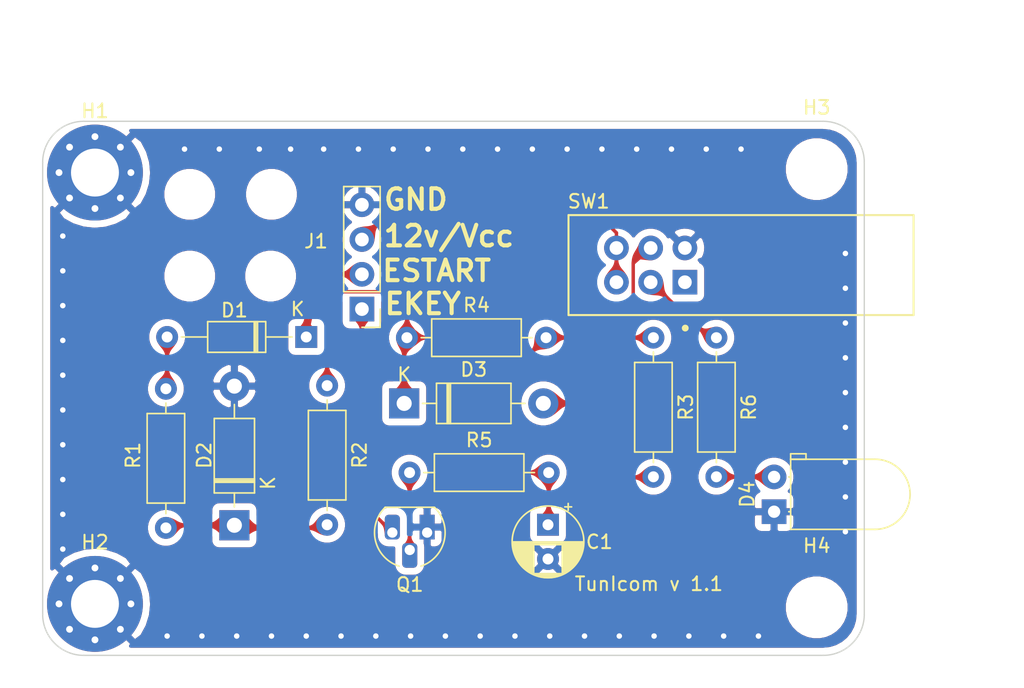
<source format=kicad_pcb>
(kicad_pcb (version 20171130) (host pcbnew "(5.1.8)-1")

  (general
    (thickness 1.6)
    (drawings 17)
    (tracks 96)
    (zones 0)
    (modules 22)
    (nets 13)
  )

  (page A)
  (layers
    (0 F.Cu signal)
    (31 B.Cu signal)
    (32 B.Adhes user)
    (33 F.Adhes user)
    (34 B.Paste user)
    (35 F.Paste user)
    (36 B.SilkS user)
    (37 F.SilkS user)
    (38 B.Mask user)
    (39 F.Mask user)
    (40 Dwgs.User user)
    (41 Cmts.User user)
    (42 Eco1.User user)
    (43 Eco2.User user)
    (44 Edge.Cuts user)
    (45 Margin user)
    (46 B.CrtYd user)
    (47 F.CrtYd user)
    (48 B.Fab user)
    (49 F.Fab user)
  )

  (setup
    (last_trace_width 0.25)
    (trace_clearance 0.2)
    (zone_clearance 0.508)
    (zone_45_only no)
    (trace_min 0.2)
    (via_size 0.8)
    (via_drill 0.4)
    (via_min_size 0.4)
    (via_min_drill 0.3)
    (uvia_size 0.3)
    (uvia_drill 0.1)
    (uvias_allowed no)
    (uvia_min_size 0.2)
    (uvia_min_drill 0.1)
    (edge_width 0.05)
    (segment_width 0.2)
    (pcb_text_width 0.3)
    (pcb_text_size 1.5 1.5)
    (mod_edge_width 0.12)
    (mod_text_size 1 1)
    (mod_text_width 0.15)
    (pad_size 1.8 1.8)
    (pad_drill 1)
    (pad_to_mask_clearance 0)
    (aux_axis_origin 0 0)
    (visible_elements 7FFFFFFF)
    (pcbplotparams
      (layerselection 0x010fc_ffffffff)
      (usegerberextensions false)
      (usegerberattributes true)
      (usegerberadvancedattributes true)
      (creategerberjobfile true)
      (excludeedgelayer true)
      (linewidth 0.100000)
      (plotframeref false)
      (viasonmask false)
      (mode 1)
      (useauxorigin false)
      (hpglpennumber 1)
      (hpglpenspeed 20)
      (hpglpendiameter 15.000000)
      (psnegative false)
      (psa4output false)
      (plotreference true)
      (plotvalue true)
      (plotinvisibletext false)
      (padsonsilk false)
      (subtractmaskfromsilk false)
      (outputformat 1)
      (mirror false)
      (drillshape 1)
      (scaleselection 1)
      (outputdirectory ""))
  )

  (net 0 "")
  (net 1 "Net-(C1-Pad1)")
  (net 2 GND)
  (net 3 "Net-(D1-Pad1)")
  (net 4 "Net-(D1-Pad2)")
  (net 5 "Net-(D2-Pad1)")
  (net 6 "Net-(D3-Pad2)")
  (net 7 "Net-(D3-Pad1)")
  (net 8 "Net-(J1-Pad1)")
  (net 9 "Net-(J1-Pad3)")
  (net 10 "Net-(Q1-Pad2)")
  (net 11 "Net-(D4-Pad2)")
  (net 12 "Net-(R6-Pad1)")

  (net_class Default "This is the default net class."
    (clearance 0.2)
    (trace_width 0.25)
    (via_dia 0.8)
    (via_drill 0.4)
    (uvia_dia 0.3)
    (uvia_drill 0.1)
    (add_net GND)
    (add_net "Net-(C1-Pad1)")
    (add_net "Net-(D1-Pad1)")
    (add_net "Net-(D1-Pad2)")
    (add_net "Net-(D2-Pad1)")
    (add_net "Net-(D3-Pad1)")
    (add_net "Net-(D3-Pad2)")
    (add_net "Net-(D4-Pad2)")
    (add_net "Net-(J1-Pad1)")
    (add_net "Net-(J1-Pad3)")
    (add_net "Net-(Q1-Pad2)")
    (add_net "Net-(R6-Pad1)")
  )

  (module MountingHole:MountingHole_2.7mm locked (layer F.Cu) (tedit 56D1B4CB) (tstamp 60106C67)
    (at 92.6465 122.301)
    (descr "Mounting Hole 2.7mm, no annular")
    (tags "mounting hole 2.7mm no annular")
    (attr virtual)
    (fp_text reference REF** (at 0 -3.7) (layer F.SilkS) hide
      (effects (font (size 1 1) (thickness 0.15)))
    )
    (fp_text value MountingHole_2.7mm (at 0 3.7) (layer F.Fab)
      (effects (font (size 1 1) (thickness 0.15)))
    )
    (fp_circle (center 0 0) (end 2.95 0) (layer F.CrtYd) (width 0.05))
    (fp_circle (center 0 0) (end 2.7 0) (layer Cmts.User) (width 0.15))
    (fp_text user %R (at 0.3 0) (layer F.Fab)
      (effects (font (size 1 1) (thickness 0.15)))
    )
    (pad 1 np_thru_hole circle (at 0 0) (size 2.7 2.7) (drill 2.7) (layers *.Cu *.Mask))
  )

  (module MountingHole:MountingHole_2.7mm locked (layer F.Cu) (tedit 56D1B4CB) (tstamp 60106C52)
    (at 86.741 122.301)
    (descr "Mounting Hole 2.7mm, no annular")
    (tags "mounting hole 2.7mm no annular")
    (attr virtual)
    (fp_text reference REF** (at 0 -3.7) (layer F.SilkS) hide
      (effects (font (size 1 1) (thickness 0.15)))
    )
    (fp_text value MountingHole_2.7mm (at 0 3.7) (layer F.Fab)
      (effects (font (size 1 1) (thickness 0.15)))
    )
    (fp_circle (center 0 0) (end 2.95 0) (layer F.CrtYd) (width 0.05))
    (fp_circle (center 0 0) (end 2.7 0) (layer Cmts.User) (width 0.15))
    (fp_text user %R (at 0.3 0) (layer F.Fab)
      (effects (font (size 1 1) (thickness 0.15)))
    )
    (pad 1 np_thru_hole circle (at 0 0) (size 2.7 2.7) (drill 2.7) (layers *.Cu *.Mask))
  )

  (module MountingHole:MountingHole_2.7mm (layer F.Cu) (tedit 56D1B4CB) (tstamp 60106C93)
    (at 92.71 116.332)
    (descr "Mounting Hole 2.7mm, no annular")
    (tags "mounting hole 2.7mm no annular")
    (attr virtual)
    (fp_text reference REF** (at 0 -3.7) (layer F.SilkS) hide
      (effects (font (size 1 1) (thickness 0.15)))
    )
    (fp_text value MountingHole_2.7mm (at 0 3.7) (layer F.Fab)
      (effects (font (size 1 1) (thickness 0.15)))
    )
    (fp_circle (center 0 0) (end 2.95 0) (layer F.CrtYd) (width 0.05))
    (fp_circle (center 0 0) (end 2.7 0) (layer Cmts.User) (width 0.15))
    (fp_text user %R (at 0.3 0) (layer F.Fab)
      (effects (font (size 1 1) (thickness 0.15)))
    )
    (pad 1 np_thru_hole circle (at 0 0) (size 2.7 2.7) (drill 2.7) (layers *.Cu *.Mask))
  )

  (module MountingHole:MountingHole_2.7mm locked (layer F.Cu) (tedit 56D1B4CB) (tstamp 600FFF72)
    (at 86.741 116.332)
    (descr "Mounting Hole 2.7mm, no annular")
    (tags "mounting hole 2.7mm no annular")
    (attr virtual)
    (fp_text reference REF** (at 0 -3.7) (layer F.SilkS) hide
      (effects (font (size 1 1) (thickness 0.15)))
    )
    (fp_text value MountingHole_2.7mm (at 0 3.7) (layer F.Fab)
      (effects (font (size 1 1) (thickness 0.15)))
    )
    (fp_circle (center 0 0) (end 2.95 0) (layer F.CrtYd) (width 0.05))
    (fp_circle (center 0 0) (end 2.7 0) (layer Cmts.User) (width 0.15))
    (fp_text user %R (at 0.3 0) (layer F.Fab)
      (effects (font (size 1 1) (thickness 0.15)))
    )
    (pad 1 np_thru_hole circle (at 0 0) (size 2.7 2.7) (drill 2.7) (layers *.Cu *.Mask))
  )

  (module MountingHole:MountingHole_3.5mm_Pad_Via locked (layer F.Cu) (tedit 56DDBDB4) (tstamp 60106E3E)
    (at 79.8195 114.7445)
    (descr "Mounting Hole 3.5mm")
    (tags "mounting hole 3.5mm")
    (path /600FDF0D)
    (attr virtual)
    (fp_text reference H1 (at 0 -4.5) (layer F.SilkS)
      (effects (font (size 1 1) (thickness 0.15)))
    )
    (fp_text value MountingHole_Pad (at 0 4.5) (layer F.Fab)
      (effects (font (size 1 1) (thickness 0.15)))
    )
    (fp_circle (center 0 0) (end 3.75 0) (layer F.CrtYd) (width 0.05))
    (fp_circle (center 0 0) (end 3.5 0) (layer Cmts.User) (width 0.15))
    (fp_text user %R (at 0.3 0) (layer F.Fab)
      (effects (font (size 1 1) (thickness 0.15)))
    )
    (pad 1 thru_hole circle (at 1.856155 -1.856155) (size 0.8 0.8) (drill 0.5) (layers *.Cu *.Mask)
      (net 2 GND))
    (pad 1 thru_hole circle (at 0 -2.625) (size 0.8 0.8) (drill 0.5) (layers *.Cu *.Mask)
      (net 2 GND))
    (pad 1 thru_hole circle (at -1.856155 -1.856155) (size 0.8 0.8) (drill 0.5) (layers *.Cu *.Mask)
      (net 2 GND))
    (pad 1 thru_hole circle (at -2.625 0) (size 0.8 0.8) (drill 0.5) (layers *.Cu *.Mask)
      (net 2 GND))
    (pad 1 thru_hole circle (at -1.856155 1.856155) (size 0.8 0.8) (drill 0.5) (layers *.Cu *.Mask)
      (net 2 GND))
    (pad 1 thru_hole circle (at 0 2.625) (size 0.8 0.8) (drill 0.5) (layers *.Cu *.Mask)
      (net 2 GND))
    (pad 1 thru_hole circle (at 1.856155 1.856155) (size 0.8 0.8) (drill 0.5) (layers *.Cu *.Mask)
      (net 2 GND))
    (pad 1 thru_hole circle (at 2.625 0) (size 0.8 0.8) (drill 0.5) (layers *.Cu *.Mask)
      (net 2 GND))
    (pad 1 thru_hole circle (at 0 0) (size 7 7) (drill 3.5) (layers *.Cu *.Mask)
      (net 2 GND))
  )

  (module ESWITCH_DPDT_SLIDE:E-Switch-PBH2UEENAGX-0 (layer F.Cu) (tedit 600F83F1) (tstamp 5FE3E665)
    (at 127 121.5)
    (path /5FE38081)
    (fp_text reference SW1 (at -12.75 -4.65) (layer F.SilkS)
      (effects (font (size 1 1) (thickness 0.15)) (justify left))
    )
    (fp_text value PBH2UEENAGX (at -6.108 -6.319) (layer F.SilkS) hide
      (effects (font (size 1.27 1.27) (thickness 0.15)))
    )
    (fp_line (start 12.6 3.65) (end -12.6 3.65) (layer F.SilkS) (width 0.15))
    (fp_line (start 12.6 -3.65) (end 12.6 3.65) (layer F.SilkS) (width 0.15))
    (fp_line (start -12.6 -3.65) (end 12.6 -3.65) (layer F.SilkS) (width 0.15))
    (fp_line (start -12.6 3.65) (end -12.6 -3.65) (layer F.SilkS) (width 0.15))
    (fp_circle (center -4.075 4.6) (end -3.95 4.6) (layer F.SilkS) (width 0.25))
    (fp_line (start 12.875 3.8) (end 12.875 -3.8) (layer F.CrtYd) (width 0.15))
    (fp_line (start -12.875 3.8) (end 12.875 3.8) (layer F.CrtYd) (width 0.15))
    (fp_line (start -12.875 -3.8) (end -12.875 3.8) (layer F.CrtYd) (width 0.15))
    (fp_line (start 12.875 -3.8) (end -12.875 -3.8) (layer F.CrtYd) (width 0.15))
    (fp_line (start 12.875 -3.8) (end 12.875 -3.8) (layer F.CrtYd) (width 0.15))
    (fp_line (start 12.6 3.65) (end -12.6 3.65) (layer F.Fab) (width 0.15))
    (fp_line (start 12.6 -3.65) (end 12.6 3.65) (layer F.Fab) (width 0.15))
    (fp_line (start -12.6 -3.65) (end 12.6 -3.65) (layer F.Fab) (width 0.15))
    (fp_line (start -12.6 3.65) (end -12.6 -3.65) (layer F.Fab) (width 0.15))
    (pad 1 thru_hole rect (at -4.100001 1.25 90) (size 1.8 1.8) (drill 1) (layers *.Cu))
    (pad 2 thru_hole circle (at -6.600001 1.25) (size 1.8 1.8) (drill 1) (layers *.Cu)
      (net 12 "Net-(R6-Pad1)"))
    (pad 3 thru_hole circle (at -9.100001 1.25) (size 1.8 1.8) (drill 1) (layers *.Cu)
      (net 9 "Net-(J1-Pad3)"))
    (pad 4 thru_hole circle (at -4.100001 -1.25) (size 1.8 1.8) (drill 1) (layers *.Cu)
      (net 2 GND))
    (pad 5 thru_hole circle (at -6.600001 -1.25) (size 1.8 1.8) (drill 1) (layers *.Cu)
      (net 7 "Net-(D3-Pad1)"))
    (pad 6 thru_hole circle (at -9.100001 -1.25) (size 1.8 1.8) (drill 1) (layers *.Cu)
      (net 9 "Net-(J1-Pad3)"))
    (model D:/projects/KiCAD_projects/MyLibs/3dShapes/eec.models/PBH2UxxNAG1Rxxx.stp
      (offset (xyz 1.651 0 5.08))
      (scale (xyz 1 1 1))
      (rotate (xyz 90 -180 90))
    )
  )

  (module Resistor_THT:R_Axial_DIN0207_L6.3mm_D2.5mm_P10.16mm_Horizontal (layer F.Cu) (tedit 5AE5139B) (tstamp 5FE05975)
    (at 102.7938 136.652)
    (descr "Resistor, Axial_DIN0207 series, Axial, Horizontal, pin pitch=10.16mm, 0.25W = 1/4W, length*diameter=6.3*2.5mm^2, http://cdn-reichelt.de/documents/datenblatt/B400/1_4W%23YAG.pdf")
    (tags "Resistor Axial_DIN0207 series Axial Horizontal pin pitch 10.16mm 0.25W = 1/4W length 6.3mm diameter 2.5mm")
    (path /5FDEB220)
    (fp_text reference R5 (at 5.08 -2.37) (layer F.SilkS)
      (effects (font (size 1 1) (thickness 0.15)))
    )
    (fp_text value 4.7k (at 5.08 2.37) (layer F.Fab)
      (effects (font (size 1 1) (thickness 0.15)))
    )
    (fp_line (start 11.21 -1.5) (end -1.05 -1.5) (layer F.CrtYd) (width 0.05))
    (fp_line (start 11.21 1.5) (end 11.21 -1.5) (layer F.CrtYd) (width 0.05))
    (fp_line (start -1.05 1.5) (end 11.21 1.5) (layer F.CrtYd) (width 0.05))
    (fp_line (start -1.05 -1.5) (end -1.05 1.5) (layer F.CrtYd) (width 0.05))
    (fp_line (start 9.12 0) (end 8.35 0) (layer F.SilkS) (width 0.12))
    (fp_line (start 1.04 0) (end 1.81 0) (layer F.SilkS) (width 0.12))
    (fp_line (start 8.35 -1.37) (end 1.81 -1.37) (layer F.SilkS) (width 0.12))
    (fp_line (start 8.35 1.37) (end 8.35 -1.37) (layer F.SilkS) (width 0.12))
    (fp_line (start 1.81 1.37) (end 8.35 1.37) (layer F.SilkS) (width 0.12))
    (fp_line (start 1.81 -1.37) (end 1.81 1.37) (layer F.SilkS) (width 0.12))
    (fp_line (start 10.16 0) (end 8.23 0) (layer F.Fab) (width 0.1))
    (fp_line (start 0 0) (end 1.93 0) (layer F.Fab) (width 0.1))
    (fp_line (start 8.23 -1.25) (end 1.93 -1.25) (layer F.Fab) (width 0.1))
    (fp_line (start 8.23 1.25) (end 8.23 -1.25) (layer F.Fab) (width 0.1))
    (fp_line (start 1.93 1.25) (end 8.23 1.25) (layer F.Fab) (width 0.1))
    (fp_line (start 1.93 -1.25) (end 1.93 1.25) (layer F.Fab) (width 0.1))
    (fp_text user %R (at 5.08 0) (layer F.Fab)
      (effects (font (size 1 1) (thickness 0.15)))
    )
    (pad 2 thru_hole oval (at 10.16 0) (size 1.6 1.6) (drill 0.8) (layers *.Cu *.Mask)
      (net 1 "Net-(C1-Pad1)"))
    (pad 1 thru_hole circle (at 0 0) (size 1.6 1.6) (drill 0.8) (layers *.Cu *.Mask)
      (net 10 "Net-(Q1-Pad2)"))
    (model ${KISYS3DMOD}/Resistor_THT.3dshapes/R_Axial_DIN0207_L6.3mm_D2.5mm_P10.16mm_Horizontal.wrl
      (at (xyz 0 0 0))
      (scale (xyz 1 1 1))
      (rotate (xyz 0 0 0))
    )
  )

  (module Resistor_THT:R_Axial_DIN0207_L6.3mm_D2.5mm_P10.16mm_Horizontal (layer F.Cu) (tedit 5AE5139B) (tstamp 5FE0595E)
    (at 102.6 126.8)
    (descr "Resistor, Axial_DIN0207 series, Axial, Horizontal, pin pitch=10.16mm, 0.25W = 1/4W, length*diameter=6.3*2.5mm^2, http://cdn-reichelt.de/documents/datenblatt/B400/1_4W%23YAG.pdf")
    (tags "Resistor Axial_DIN0207 series Axial Horizontal pin pitch 10.16mm 0.25W = 1/4W length 6.3mm diameter 2.5mm")
    (path /5FE2BE2F)
    (fp_text reference R4 (at 5.08 -2.37) (layer F.SilkS)
      (effects (font (size 1 1) (thickness 0.15)))
    )
    (fp_text value 68k (at 3.65 -2.3) (layer F.Fab)
      (effects (font (size 1 1) (thickness 0.15)))
    )
    (fp_line (start 1.93 -1.25) (end 1.93 1.25) (layer F.Fab) (width 0.1))
    (fp_line (start 1.93 1.25) (end 8.23 1.25) (layer F.Fab) (width 0.1))
    (fp_line (start 8.23 1.25) (end 8.23 -1.25) (layer F.Fab) (width 0.1))
    (fp_line (start 8.23 -1.25) (end 1.93 -1.25) (layer F.Fab) (width 0.1))
    (fp_line (start 0 0) (end 1.93 0) (layer F.Fab) (width 0.1))
    (fp_line (start 10.16 0) (end 8.23 0) (layer F.Fab) (width 0.1))
    (fp_line (start 1.81 -1.37) (end 1.81 1.37) (layer F.SilkS) (width 0.12))
    (fp_line (start 1.81 1.37) (end 8.35 1.37) (layer F.SilkS) (width 0.12))
    (fp_line (start 8.35 1.37) (end 8.35 -1.37) (layer F.SilkS) (width 0.12))
    (fp_line (start 8.35 -1.37) (end 1.81 -1.37) (layer F.SilkS) (width 0.12))
    (fp_line (start 1.04 0) (end 1.81 0) (layer F.SilkS) (width 0.12))
    (fp_line (start 9.12 0) (end 8.35 0) (layer F.SilkS) (width 0.12))
    (fp_line (start -1.05 -1.5) (end -1.05 1.5) (layer F.CrtYd) (width 0.05))
    (fp_line (start -1.05 1.5) (end 11.21 1.5) (layer F.CrtYd) (width 0.05))
    (fp_line (start 11.21 1.5) (end 11.21 -1.5) (layer F.CrtYd) (width 0.05))
    (fp_line (start 11.21 -1.5) (end -1.05 -1.5) (layer F.CrtYd) (width 0.05))
    (fp_text user %R (at 5.08 0) (layer F.Fab)
      (effects (font (size 1 1) (thickness 0.15)))
    )
    (pad 1 thru_hole circle (at 0 0) (size 1.6 1.6) (drill 0.8) (layers *.Cu *.Mask)
      (net 7 "Net-(D3-Pad1)"))
    (pad 2 thru_hole oval (at 10.16 0) (size 1.6 1.6) (drill 0.8) (layers *.Cu *.Mask)
      (net 1 "Net-(C1-Pad1)"))
    (model ${KISYS3DMOD}/Resistor_THT.3dshapes/R_Axial_DIN0207_L6.3mm_D2.5mm_P10.16mm_Horizontal.wrl
      (at (xyz 0 0 0))
      (scale (xyz 1 1 1))
      (rotate (xyz 0 0 0))
    )
  )

  (module Resistor_THT:R_Axial_DIN0207_L6.3mm_D2.5mm_P10.16mm_Horizontal (layer F.Cu) (tedit 5AE5139B) (tstamp 5FE0598C)
    (at 125.2 126.8 270)
    (descr "Resistor, Axial_DIN0207 series, Axial, Horizontal, pin pitch=10.16mm, 0.25W = 1/4W, length*diameter=6.3*2.5mm^2, http://cdn-reichelt.de/documents/datenblatt/B400/1_4W%23YAG.pdf")
    (tags "Resistor Axial_DIN0207 series Axial Horizontal pin pitch 10.16mm 0.25W = 1/4W length 6.3mm diameter 2.5mm")
    (path /5FDEC33B)
    (fp_text reference R6 (at 5.08 -2.37 90) (layer F.SilkS)
      (effects (font (size 1 1) (thickness 0.15)))
    )
    (fp_text value 1.5k (at 4.95 -2.3 90) (layer F.Fab)
      (effects (font (size 1 1) (thickness 0.15)))
    )
    (fp_line (start 1.93 -1.25) (end 1.93 1.25) (layer F.Fab) (width 0.1))
    (fp_line (start 1.93 1.25) (end 8.23 1.25) (layer F.Fab) (width 0.1))
    (fp_line (start 8.23 1.25) (end 8.23 -1.25) (layer F.Fab) (width 0.1))
    (fp_line (start 8.23 -1.25) (end 1.93 -1.25) (layer F.Fab) (width 0.1))
    (fp_line (start 0 0) (end 1.93 0) (layer F.Fab) (width 0.1))
    (fp_line (start 10.16 0) (end 8.23 0) (layer F.Fab) (width 0.1))
    (fp_line (start 1.81 -1.37) (end 1.81 1.37) (layer F.SilkS) (width 0.12))
    (fp_line (start 1.81 1.37) (end 8.35 1.37) (layer F.SilkS) (width 0.12))
    (fp_line (start 8.35 1.37) (end 8.35 -1.37) (layer F.SilkS) (width 0.12))
    (fp_line (start 8.35 -1.37) (end 1.81 -1.37) (layer F.SilkS) (width 0.12))
    (fp_line (start 1.04 0) (end 1.81 0) (layer F.SilkS) (width 0.12))
    (fp_line (start 9.12 0) (end 8.35 0) (layer F.SilkS) (width 0.12))
    (fp_line (start -1.05 -1.5) (end -1.05 1.5) (layer F.CrtYd) (width 0.05))
    (fp_line (start -1.05 1.5) (end 11.21 1.5) (layer F.CrtYd) (width 0.05))
    (fp_line (start 11.21 1.5) (end 11.21 -1.5) (layer F.CrtYd) (width 0.05))
    (fp_line (start 11.21 -1.5) (end -1.05 -1.5) (layer F.CrtYd) (width 0.05))
    (fp_text user %R (at 5.0244 0.1544 90) (layer F.Fab)
      (effects (font (size 1 1) (thickness 0.15)))
    )
    (pad 1 thru_hole circle (at 0 0 270) (size 1.6 1.6) (drill 0.8) (layers *.Cu *.Mask)
      (net 12 "Net-(R6-Pad1)"))
    (pad 2 thru_hole oval (at 10.16 0 270) (size 1.6 1.6) (drill 0.8) (layers *.Cu *.Mask)
      (net 11 "Net-(D4-Pad2)"))
    (model ${KISYS3DMOD}/Resistor_THT.3dshapes/R_Axial_DIN0207_L6.3mm_D2.5mm_P10.16mm_Horizontal.wrl
      (at (xyz 0 0 0))
      (scale (xyz 1 1 1))
      (rotate (xyz 0 0 0))
    )
  )

  (module Connector_PinHeader_2.54mm:PinHeader_1x04_P2.54mm_Vertical (layer F.Cu) (tedit 6007D0F5) (tstamp 5FDF97F2)
    (at 99.314 124.714 180)
    (descr "Through hole straight pin header, 1x04, 2.54mm pitch, single row")
    (tags "Through hole pin header THT 1x04 2.54mm single row")
    (path /5FDEE5C9)
    (fp_text reference J1 (at 3.3528 4.953) (layer F.SilkS)
      (effects (font (size 1 1) (thickness 0.15)))
    )
    (fp_text value ".1 4p Header" (at 0 9.95) (layer F.Fab) hide
      (effects (font (size 1 1) (thickness 0.15)))
    )
    (fp_line (start 1.8 -1.8) (end -1.8 -1.8) (layer F.CrtYd) (width 0.05))
    (fp_line (start 1.8 9.4) (end 1.8 -1.8) (layer F.CrtYd) (width 0.05))
    (fp_line (start -1.8 9.4) (end 1.8 9.4) (layer F.CrtYd) (width 0.05))
    (fp_line (start -1.8 -1.8) (end -1.8 9.4) (layer F.CrtYd) (width 0.05))
    (fp_line (start -1.33 -1.33) (end 0 -1.33) (layer F.SilkS) (width 0.12))
    (fp_line (start -1.33 0) (end -1.33 -1.33) (layer F.SilkS) (width 0.12))
    (fp_line (start -1.33 1.27) (end 1.33 1.27) (layer F.SilkS) (width 0.12))
    (fp_line (start 1.33 1.27) (end 1.33 8.95) (layer F.SilkS) (width 0.12))
    (fp_line (start -1.33 1.27) (end -1.33 8.95) (layer F.SilkS) (width 0.12))
    (fp_line (start -1.33 8.95) (end 1.33 8.95) (layer F.SilkS) (width 0.12))
    (fp_line (start -1.27 -0.635) (end -0.635 -1.27) (layer F.Fab) (width 0.1))
    (fp_line (start -1.27 8.89) (end -1.27 -0.635) (layer F.Fab) (width 0.1))
    (fp_line (start 1.27 8.89) (end -1.27 8.89) (layer F.Fab) (width 0.1))
    (fp_line (start 1.27 -1.27) (end 1.27 8.89) (layer F.Fab) (width 0.1))
    (fp_line (start -0.635 -1.27) (end 1.27 -1.27) (layer F.Fab) (width 0.1))
    (fp_text user %R (at -1.8542 3.7338 90) (layer F.Fab)
      (effects (font (size 1 1) (thickness 0.15)))
    )
    (pad 4 thru_hole oval (at 0 7.62 180) (size 1.8 1.8) (drill 1) (layers *.Cu *.Mask)
      (net 2 GND))
    (pad 3 thru_hole oval (at 0 5.08 180) (size 1.8 1.8) (drill 1) (layers *.Cu *.Mask)
      (net 9 "Net-(J1-Pad3)"))
    (pad 2 thru_hole oval (at 0 2.54 180) (size 1.8 1.8) (drill 1) (layers *.Cu *.Mask)
      (net 3 "Net-(D1-Pad1)"))
    (pad 1 thru_hole rect (at 0 0 180) (size 1.8 1.8) (drill 1) (layers *.Cu *.Mask)
      (net 8 "Net-(J1-Pad1)"))
    (model ${KISYS3DMOD}/Connector_PinHeader_2.54mm.3dshapes/PinHeader_1x04_P2.54mm_Vertical.wrl
      (at (xyz 0 0 0))
      (scale (xyz 1 1 1))
      (rotate (xyz 0 0 0))
    )
  )

  (module Diode_THT:D_DO-35_SOD27_P10.16mm_Horizontal (layer F.Cu) (tedit 5AE50CD5) (tstamp 5FE05871)
    (at 95.25 126.75 180)
    (descr "Diode, DO-35_SOD27 series, Axial, Horizontal, pin pitch=10.16mm, , length*diameter=4*2mm^2, , http://www.diodes.com/_files/packages/DO-35.pdf")
    (tags "Diode DO-35_SOD27 series Axial Horizontal pin pitch 10.16mm  length 4mm diameter 2mm")
    (path /5FDFE5EE)
    (fp_text reference D1 (at 5.25 1.95) (layer F.SilkS)
      (effects (font (size 1 1) (thickness 0.15)))
    )
    (fp_text value 1N4148 (at 5 3.25) (layer F.Fab)
      (effects (font (size 1 1) (thickness 0.15)))
    )
    (fp_line (start 3.08 -1) (end 3.08 1) (layer F.Fab) (width 0.1))
    (fp_line (start 3.08 1) (end 7.08 1) (layer F.Fab) (width 0.1))
    (fp_line (start 7.08 1) (end 7.08 -1) (layer F.Fab) (width 0.1))
    (fp_line (start 7.08 -1) (end 3.08 -1) (layer F.Fab) (width 0.1))
    (fp_line (start 0 0) (end 3.08 0) (layer F.Fab) (width 0.1))
    (fp_line (start 10.16 0) (end 7.08 0) (layer F.Fab) (width 0.1))
    (fp_line (start 3.68 -1) (end 3.68 1) (layer F.Fab) (width 0.1))
    (fp_line (start 3.78 -1) (end 3.78 1) (layer F.Fab) (width 0.1))
    (fp_line (start 3.58 -1) (end 3.58 1) (layer F.Fab) (width 0.1))
    (fp_line (start 2.96 -1.12) (end 2.96 1.12) (layer F.SilkS) (width 0.12))
    (fp_line (start 2.96 1.12) (end 7.2 1.12) (layer F.SilkS) (width 0.12))
    (fp_line (start 7.2 1.12) (end 7.2 -1.12) (layer F.SilkS) (width 0.12))
    (fp_line (start 7.2 -1.12) (end 2.96 -1.12) (layer F.SilkS) (width 0.12))
    (fp_line (start 1.04 0) (end 2.96 0) (layer F.SilkS) (width 0.12))
    (fp_line (start 9.12 0) (end 7.2 0) (layer F.SilkS) (width 0.12))
    (fp_line (start 3.68 -1.12) (end 3.68 1.12) (layer F.SilkS) (width 0.12))
    (fp_line (start 3.8 -1.12) (end 3.8 1.12) (layer F.SilkS) (width 0.12))
    (fp_line (start 3.56 -1.12) (end 3.56 1.12) (layer F.SilkS) (width 0.12))
    (fp_line (start -1.05 -1.25) (end -1.05 1.25) (layer F.CrtYd) (width 0.05))
    (fp_line (start -1.05 1.25) (end 11.21 1.25) (layer F.CrtYd) (width 0.05))
    (fp_line (start 11.21 1.25) (end 11.21 -1.25) (layer F.CrtYd) (width 0.05))
    (fp_line (start 11.21 -1.25) (end -1.05 -1.25) (layer F.CrtYd) (width 0.05))
    (fp_text user %R (at 5.38 0) (layer F.Fab)
      (effects (font (size 0.8 0.8) (thickness 0.12)))
    )
    (fp_text user K (at 0 -1.8) (layer F.Fab)
      (effects (font (size 1 1) (thickness 0.15)))
    )
    (fp_text user K (at 0.635 2.036) (layer F.SilkS)
      (effects (font (size 1 1) (thickness 0.15)))
    )
    (pad 1 thru_hole rect (at 0 0 180) (size 1.6 1.6) (drill 0.8) (layers *.Cu *.Mask)
      (net 3 "Net-(D1-Pad1)"))
    (pad 2 thru_hole oval (at 10.16 0 180) (size 1.6 1.6) (drill 0.8) (layers *.Cu *.Mask)
      (net 4 "Net-(D1-Pad2)"))
    (model ${KISYS3DMOD}/Diode_THT.3dshapes/D_DO-35_SOD27_P10.16mm_Horizontal.wrl
      (at (xyz 0 0 0))
      (scale (xyz 1 1 1))
      (rotate (xyz 0 0 0))
    )
  )

  (module Diode_THT:D_DO-41_SOD81_P10.16mm_Horizontal (layer F.Cu) (tedit 5AE50CD5) (tstamp 5FE05890)
    (at 90 140.5 90)
    (descr "Diode, DO-41_SOD81 series, Axial, Horizontal, pin pitch=10.16mm, , length*diameter=5.2*2.7mm^2, , http://www.diodes.com/_files/packages/DO-41%20(Plastic).pdf")
    (tags "Diode DO-41_SOD81 series Axial Horizontal pin pitch 10.16mm  length 5.2mm diameter 2.7mm")
    (path /5FE142C5)
    (fp_text reference D2 (at 5.1 -2.2 90) (layer F.SilkS)
      (effects (font (size 1 1) (thickness 0.15)))
    )
    (fp_text value "1N4734 5.6v Zener" (at 5.08 2.47 90) (layer F.Fab)
      (effects (font (size 1 1) (thickness 0.15)))
    )
    (fp_line (start 2.48 -1.35) (end 2.48 1.35) (layer F.Fab) (width 0.1))
    (fp_line (start 2.48 1.35) (end 7.68 1.35) (layer F.Fab) (width 0.1))
    (fp_line (start 7.68 1.35) (end 7.68 -1.35) (layer F.Fab) (width 0.1))
    (fp_line (start 7.68 -1.35) (end 2.48 -1.35) (layer F.Fab) (width 0.1))
    (fp_line (start 0 0) (end 2.48 0) (layer F.Fab) (width 0.1))
    (fp_line (start 10.16 0) (end 7.68 0) (layer F.Fab) (width 0.1))
    (fp_line (start 3.26 -1.35) (end 3.26 1.35) (layer F.Fab) (width 0.1))
    (fp_line (start 3.36 -1.35) (end 3.36 1.35) (layer F.Fab) (width 0.1))
    (fp_line (start 3.16 -1.35) (end 3.16 1.35) (layer F.Fab) (width 0.1))
    (fp_line (start 2.36 -1.47) (end 2.36 1.47) (layer F.SilkS) (width 0.12))
    (fp_line (start 2.36 1.47) (end 7.8 1.47) (layer F.SilkS) (width 0.12))
    (fp_line (start 7.8 1.47) (end 7.8 -1.47) (layer F.SilkS) (width 0.12))
    (fp_line (start 7.8 -1.47) (end 2.36 -1.47) (layer F.SilkS) (width 0.12))
    (fp_line (start 1.34 0) (end 2.36 0) (layer F.SilkS) (width 0.12))
    (fp_line (start 8.82 0) (end 7.8 0) (layer F.SilkS) (width 0.12))
    (fp_line (start 3.26 -1.47) (end 3.26 1.47) (layer F.SilkS) (width 0.12))
    (fp_line (start 3.38 -1.47) (end 3.38 1.47) (layer F.SilkS) (width 0.12))
    (fp_line (start 3.14 -1.47) (end 3.14 1.47) (layer F.SilkS) (width 0.12))
    (fp_line (start -1.35 -1.6) (end -1.35 1.6) (layer F.CrtYd) (width 0.05))
    (fp_line (start -1.35 1.6) (end 11.51 1.6) (layer F.CrtYd) (width 0.05))
    (fp_line (start 11.51 1.6) (end 11.51 -1.6) (layer F.CrtYd) (width 0.05))
    (fp_line (start 11.51 -1.6) (end -1.35 -1.6) (layer F.CrtYd) (width 0.05))
    (fp_text user %R (at 5.47 0 90) (layer F.Fab)
      (effects (font (size 1 1) (thickness 0.15)))
    )
    (fp_text user K (at 0 -2.1 90) (layer F.Fab)
      (effects (font (size 1 1) (thickness 0.15)))
    )
    (fp_text user K (at 3.086 2.456 90) (layer F.SilkS)
      (effects (font (size 1 1) (thickness 0.15)))
    )
    (pad 1 thru_hole rect (at 0 0 90) (size 2.2 2.2) (drill 1.1) (layers *.Cu *.Mask)
      (net 5 "Net-(D2-Pad1)"))
    (pad 2 thru_hole oval (at 10.16 0 90) (size 2.2 2.2) (drill 1.1) (layers *.Cu *.Mask)
      (net 2 GND))
    (model ${KISYS3DMOD}/Diode_THT.3dshapes/D_DO-41_SOD81_P10.16mm_Horizontal.wrl
      (at (xyz 0 0 0))
      (scale (xyz 1 1 1))
      (rotate (xyz 0 0 0))
    )
  )

  (module Diode_THT:D_DO-41_SOD81_P10.16mm_Horizontal (layer F.Cu) (tedit 5AE50CD5) (tstamp 5FE058AF)
    (at 102.4 131.6)
    (descr "Diode, DO-41_SOD81 series, Axial, Horizontal, pin pitch=10.16mm, , length*diameter=5.2*2.7mm^2, , http://www.diodes.com/_files/packages/DO-41%20(Plastic).pdf")
    (tags "Diode DO-41_SOD81 series Axial Horizontal pin pitch 10.16mm  length 5.2mm diameter 2.7mm")
    (path /5FE471E7)
    (fp_text reference D3 (at 5.08 -2.47) (layer F.SilkS)
      (effects (font (size 1 1) (thickness 0.15)))
    )
    (fp_text value 1N5819 (at 5.08 2.47) (layer F.Fab)
      (effects (font (size 1 1) (thickness 0.15)))
    )
    (fp_line (start 11.51 -1.6) (end -1.35 -1.6) (layer F.CrtYd) (width 0.05))
    (fp_line (start 11.51 1.6) (end 11.51 -1.6) (layer F.CrtYd) (width 0.05))
    (fp_line (start -1.35 1.6) (end 11.51 1.6) (layer F.CrtYd) (width 0.05))
    (fp_line (start -1.35 -1.6) (end -1.35 1.6) (layer F.CrtYd) (width 0.05))
    (fp_line (start 3.14 -1.47) (end 3.14 1.47) (layer F.SilkS) (width 0.12))
    (fp_line (start 3.38 -1.47) (end 3.38 1.47) (layer F.SilkS) (width 0.12))
    (fp_line (start 3.26 -1.47) (end 3.26 1.47) (layer F.SilkS) (width 0.12))
    (fp_line (start 8.82 0) (end 7.8 0) (layer F.SilkS) (width 0.12))
    (fp_line (start 1.34 0) (end 2.36 0) (layer F.SilkS) (width 0.12))
    (fp_line (start 7.8 -1.47) (end 2.36 -1.47) (layer F.SilkS) (width 0.12))
    (fp_line (start 7.8 1.47) (end 7.8 -1.47) (layer F.SilkS) (width 0.12))
    (fp_line (start 2.36 1.47) (end 7.8 1.47) (layer F.SilkS) (width 0.12))
    (fp_line (start 2.36 -1.47) (end 2.36 1.47) (layer F.SilkS) (width 0.12))
    (fp_line (start 3.16 -1.35) (end 3.16 1.35) (layer F.Fab) (width 0.1))
    (fp_line (start 3.36 -1.35) (end 3.36 1.35) (layer F.Fab) (width 0.1))
    (fp_line (start 3.26 -1.35) (end 3.26 1.35) (layer F.Fab) (width 0.1))
    (fp_line (start 10.16 0) (end 7.68 0) (layer F.Fab) (width 0.1))
    (fp_line (start 0 0) (end 2.48 0) (layer F.Fab) (width 0.1))
    (fp_line (start 7.68 -1.35) (end 2.48 -1.35) (layer F.Fab) (width 0.1))
    (fp_line (start 7.68 1.35) (end 7.68 -1.35) (layer F.Fab) (width 0.1))
    (fp_line (start 2.48 1.35) (end 7.68 1.35) (layer F.Fab) (width 0.1))
    (fp_line (start 2.48 -1.35) (end 2.48 1.35) (layer F.Fab) (width 0.1))
    (fp_text user K (at 0 -2.1) (layer F.SilkS)
      (effects (font (size 1 1) (thickness 0.15)))
    )
    (fp_text user K (at 0 -2.1) (layer F.Fab)
      (effects (font (size 1 1) (thickness 0.15)))
    )
    (fp_text user %R (at 5.47 0) (layer F.Fab)
      (effects (font (size 1 1) (thickness 0.15)))
    )
    (pad 2 thru_hole oval (at 10.16 0) (size 2.2 2.2) (drill 1.1) (layers *.Cu *.Mask)
      (net 6 "Net-(D3-Pad2)"))
    (pad 1 thru_hole rect (at 0 0) (size 2.2 2.2) (drill 1.1) (layers *.Cu *.Mask)
      (net 7 "Net-(D3-Pad1)"))
    (model ${KISYS3DMOD}/Diode_THT.3dshapes/D_DO-41_SOD81_P10.16mm_Horizontal.wrl
      (at (xyz 0 0 0))
      (scale (xyz 1 1 1))
      (rotate (xyz 0 0 0))
    )
  )

  (module LED_THT:LED_D5.0mm_Horizontal_O1.27mm_Z3.0mm (layer F.Cu) (tedit 5880A862) (tstamp 5FE058D9)
    (at 129.413 139.5095 90)
    (descr "LED, diameter 5.0mm z-position of LED center 3.0mm, 2 pins")
    (tags "LED diameter 5.0mm z-position of LED center 3.0mm 2 pins")
    (path /5FDE8BFC)
    (fp_text reference D4 (at 1.27 -1.96 90) (layer F.SilkS)
      (effects (font (size 1 1) (thickness 0.15)))
    )
    (fp_text value LED (at 1.27 10.93 90) (layer F.Fab)
      (effects (font (size 1 1) (thickness 0.15)))
    )
    (fp_line (start -1.23 1.27) (end -1.23 7.37) (layer F.Fab) (width 0.1))
    (fp_line (start 3.77 1.27) (end 3.77 7.37) (layer F.Fab) (width 0.1))
    (fp_line (start -1.23 1.27) (end 3.77 1.27) (layer F.Fab) (width 0.1))
    (fp_line (start 4.17 1.27) (end 4.17 2.27) (layer F.Fab) (width 0.1))
    (fp_line (start 4.17 2.27) (end 3.77 2.27) (layer F.Fab) (width 0.1))
    (fp_line (start 3.77 2.27) (end 3.77 1.27) (layer F.Fab) (width 0.1))
    (fp_line (start 3.77 1.27) (end 4.17 1.27) (layer F.Fab) (width 0.1))
    (fp_line (start 0 0) (end 0 1.27) (layer F.Fab) (width 0.1))
    (fp_line (start 0 1.27) (end 0 1.27) (layer F.Fab) (width 0.1))
    (fp_line (start 0 1.27) (end 0 0) (layer F.Fab) (width 0.1))
    (fp_line (start 0 0) (end 0 0) (layer F.Fab) (width 0.1))
    (fp_line (start 2.54 0) (end 2.54 1.27) (layer F.Fab) (width 0.1))
    (fp_line (start 2.54 1.27) (end 2.54 1.27) (layer F.Fab) (width 0.1))
    (fp_line (start 2.54 1.27) (end 2.54 0) (layer F.Fab) (width 0.1))
    (fp_line (start 2.54 0) (end 2.54 0) (layer F.Fab) (width 0.1))
    (fp_line (start -1.29 1.21) (end -1.29 7.37) (layer F.SilkS) (width 0.12))
    (fp_line (start 3.83 1.21) (end 3.83 7.37) (layer F.SilkS) (width 0.12))
    (fp_line (start -1.29 1.21) (end 3.83 1.21) (layer F.SilkS) (width 0.12))
    (fp_line (start 4.23 1.21) (end 4.23 2.33) (layer F.SilkS) (width 0.12))
    (fp_line (start 4.23 2.33) (end 3.83 2.33) (layer F.SilkS) (width 0.12))
    (fp_line (start 3.83 2.33) (end 3.83 1.21) (layer F.SilkS) (width 0.12))
    (fp_line (start 3.83 1.21) (end 4.23 1.21) (layer F.SilkS) (width 0.12))
    (fp_line (start 0 1.08) (end 0 1.21) (layer F.SilkS) (width 0.12))
    (fp_line (start 0 1.21) (end 0 1.21) (layer F.SilkS) (width 0.12))
    (fp_line (start 0 1.21) (end 0 1.08) (layer F.SilkS) (width 0.12))
    (fp_line (start 0 1.08) (end 0 1.08) (layer F.SilkS) (width 0.12))
    (fp_line (start 2.54 1.08) (end 2.54 1.21) (layer F.SilkS) (width 0.12))
    (fp_line (start 2.54 1.21) (end 2.54 1.21) (layer F.SilkS) (width 0.12))
    (fp_line (start 2.54 1.21) (end 2.54 1.08) (layer F.SilkS) (width 0.12))
    (fp_line (start 2.54 1.08) (end 2.54 1.08) (layer F.SilkS) (width 0.12))
    (fp_line (start -1.95 -1.25) (end -1.95 10.2) (layer F.CrtYd) (width 0.05))
    (fp_line (start -1.95 10.2) (end 4.5 10.2) (layer F.CrtYd) (width 0.05))
    (fp_line (start 4.5 10.2) (end 4.5 -1.25) (layer F.CrtYd) (width 0.05))
    (fp_line (start 4.5 -1.25) (end -1.95 -1.25) (layer F.CrtYd) (width 0.05))
    (fp_arc (start 1.27 7.37) (end -1.23 7.37) (angle -180) (layer F.Fab) (width 0.1))
    (fp_arc (start 1.27 7.37) (end -1.29 7.37) (angle -180) (layer F.SilkS) (width 0.12))
    (pad 1 thru_hole rect (at 0 0 90) (size 1.8 1.8) (drill 0.9) (layers *.Cu *.Mask)
      (net 2 GND))
    (pad 2 thru_hole circle (at 2.54 0 90) (size 1.8 1.8) (drill 0.9) (layers *.Cu *.Mask)
      (net 11 "Net-(D4-Pad2)"))
    (model ${KISYS3DMOD}/LED_THT.3dshapes/LED_D5.0mm_Horizontal_O1.27mm_Z3.0mm.wrl
      (at (xyz 0 0 0))
      (scale (xyz 1 1 1))
      (rotate (xyz 0 0 0))
    )
  )

  (module Resistor_THT:R_Axial_DIN0207_L6.3mm_D2.5mm_P10.16mm_Horizontal (layer F.Cu) (tedit 5AE5139B) (tstamp 5FE2B92B)
    (at 85 130.5306 270)
    (descr "Resistor, Axial_DIN0207 series, Axial, Horizontal, pin pitch=10.16mm, 0.25W = 1/4W, length*diameter=6.3*2.5mm^2, http://cdn-reichelt.de/documents/datenblatt/B400/1_4W%23YAG.pdf")
    (tags "Resistor Axial_DIN0207 series Axial Horizontal pin pitch 10.16mm 0.25W = 1/4W length 6.3mm diameter 2.5mm")
    (path /5FDEBEC3)
    (fp_text reference R1 (at 4.8694 2.4 90) (layer F.SilkS)
      (effects (font (size 1 1) (thickness 0.15)))
    )
    (fp_text value 8.2k (at 4.9694 3.5 90) (layer F.Fab)
      (effects (font (size 1 1) (thickness 0.15)))
    )
    (fp_line (start 1.93 -1.25) (end 1.93 1.25) (layer F.Fab) (width 0.1))
    (fp_line (start 1.93 1.25) (end 8.23 1.25) (layer F.Fab) (width 0.1))
    (fp_line (start 8.23 1.25) (end 8.23 -1.25) (layer F.Fab) (width 0.1))
    (fp_line (start 8.23 -1.25) (end 1.93 -1.25) (layer F.Fab) (width 0.1))
    (fp_line (start 0 0) (end 1.93 0) (layer F.Fab) (width 0.1))
    (fp_line (start 10.16 0) (end 8.23 0) (layer F.Fab) (width 0.1))
    (fp_line (start 1.81 -1.37) (end 1.81 1.37) (layer F.SilkS) (width 0.12))
    (fp_line (start 1.81 1.37) (end 8.35 1.37) (layer F.SilkS) (width 0.12))
    (fp_line (start 8.35 1.37) (end 8.35 -1.37) (layer F.SilkS) (width 0.12))
    (fp_line (start 8.35 -1.37) (end 1.81 -1.37) (layer F.SilkS) (width 0.12))
    (fp_line (start 1.04 0) (end 1.81 0) (layer F.SilkS) (width 0.12))
    (fp_line (start 9.12 0) (end 8.35 0) (layer F.SilkS) (width 0.12))
    (fp_line (start -1.05 -1.5) (end -1.05 1.5) (layer F.CrtYd) (width 0.05))
    (fp_line (start -1.05 1.5) (end 11.21 1.5) (layer F.CrtYd) (width 0.05))
    (fp_line (start 11.21 1.5) (end 11.21 -1.5) (layer F.CrtYd) (width 0.05))
    (fp_line (start 11.21 -1.5) (end -1.05 -1.5) (layer F.CrtYd) (width 0.05))
    (fp_text user %R (at 5.08 0 90) (layer F.Fab)
      (effects (font (size 1 1) (thickness 0.15)))
    )
    (pad 1 thru_hole circle (at 0 0 270) (size 1.6 1.6) (drill 0.8) (layers *.Cu *.Mask)
      (net 4 "Net-(D1-Pad2)"))
    (pad 2 thru_hole oval (at 10.16 0 270) (size 1.6 1.6) (drill 0.8) (layers *.Cu *.Mask)
      (net 5 "Net-(D2-Pad1)"))
    (model ${KISYS3DMOD}/Resistor_THT.3dshapes/R_Axial_DIN0207_L6.3mm_D2.5mm_P10.16mm_Horizontal.wrl
      (at (xyz 0 0 0))
      (scale (xyz 1 1 1))
      (rotate (xyz 0 0 0))
    )
  )

  (module Resistor_THT:R_Axial_DIN0207_L6.3mm_D2.5mm_P10.16mm_Horizontal (layer F.Cu) (tedit 5AE5139B) (tstamp 5FE2CDDC)
    (at 96.774 130.302 270)
    (descr "Resistor, Axial_DIN0207 series, Axial, Horizontal, pin pitch=10.16mm, 0.25W = 1/4W, length*diameter=6.3*2.5mm^2, http://cdn-reichelt.de/documents/datenblatt/B400/1_4W%23YAG.pdf")
    (tags "Resistor Axial_DIN0207 series Axial Horizontal pin pitch 10.16mm 0.25W = 1/4W length 6.3mm diameter 2.5mm")
    (path /5FDEC075)
    (fp_text reference R2 (at 5.08 -2.37 90) (layer F.SilkS)
      (effects (font (size 1 1) (thickness 0.15)))
    )
    (fp_text value 560 (at 5.2578 2.3876 90) (layer F.Fab)
      (effects (font (size 1 1) (thickness 0.15)))
    )
    (fp_line (start 11.21 -1.5) (end -1.05 -1.5) (layer F.CrtYd) (width 0.05))
    (fp_line (start 11.21 1.5) (end 11.21 -1.5) (layer F.CrtYd) (width 0.05))
    (fp_line (start -1.05 1.5) (end 11.21 1.5) (layer F.CrtYd) (width 0.05))
    (fp_line (start -1.05 -1.5) (end -1.05 1.5) (layer F.CrtYd) (width 0.05))
    (fp_line (start 9.12 0) (end 8.35 0) (layer F.SilkS) (width 0.12))
    (fp_line (start 1.04 0) (end 1.81 0) (layer F.SilkS) (width 0.12))
    (fp_line (start 8.35 -1.37) (end 1.81 -1.37) (layer F.SilkS) (width 0.12))
    (fp_line (start 8.35 1.37) (end 8.35 -1.37) (layer F.SilkS) (width 0.12))
    (fp_line (start 1.81 1.37) (end 8.35 1.37) (layer F.SilkS) (width 0.12))
    (fp_line (start 1.81 -1.37) (end 1.81 1.37) (layer F.SilkS) (width 0.12))
    (fp_line (start 10.16 0) (end 8.23 0) (layer F.Fab) (width 0.1))
    (fp_line (start 0 0) (end 1.93 0) (layer F.Fab) (width 0.1))
    (fp_line (start 8.23 -1.25) (end 1.93 -1.25) (layer F.Fab) (width 0.1))
    (fp_line (start 8.23 1.25) (end 8.23 -1.25) (layer F.Fab) (width 0.1))
    (fp_line (start 1.93 1.25) (end 8.23 1.25) (layer F.Fab) (width 0.1))
    (fp_line (start 1.93 -1.25) (end 1.93 1.25) (layer F.Fab) (width 0.1))
    (fp_text user %R (at 5.4864 0 90) (layer F.Fab)
      (effects (font (size 1 1) (thickness 0.15)))
    )
    (pad 2 thru_hole oval (at 10.16 0 270) (size 1.6 1.6) (drill 0.8) (layers *.Cu *.Mask)
      (net 5 "Net-(D2-Pad1)"))
    (pad 1 thru_hole circle (at 0 0 270) (size 1.6 1.6) (drill 0.8) (layers *.Cu *.Mask)
      (net 7 "Net-(D3-Pad1)"))
    (model ${KISYS3DMOD}/Resistor_THT.3dshapes/R_Axial_DIN0207_L6.3mm_D2.5mm_P10.16mm_Horizontal.wrl
      (at (xyz 0 0 0))
      (scale (xyz 1 1 1))
      (rotate (xyz 0 0 0))
    )
  )

  (module Resistor_THT:R_Axial_DIN0207_L6.3mm_D2.5mm_P10.16mm_Horizontal (layer F.Cu) (tedit 5AE5139B) (tstamp 5FE2F858)
    (at 120.6 126.8 270)
    (descr "Resistor, Axial_DIN0207 series, Axial, Horizontal, pin pitch=10.16mm, 0.25W = 1/4W, length*diameter=6.3*2.5mm^2, http://cdn-reichelt.de/documents/datenblatt/B400/1_4W%23YAG.pdf")
    (tags "Resistor Axial_DIN0207 series Axial Horizontal pin pitch 10.16mm 0.25W = 1/4W length 6.3mm diameter 2.5mm")
    (path /5FE2D3ED)
    (fp_text reference R3 (at 5.08 -2.37 90) (layer F.SilkS)
      (effects (font (size 1 1) (thickness 0.15)))
    )
    (fp_text value 1k (at 5.08 2.37 90) (layer F.Fab)
      (effects (font (size 1 1) (thickness 0.15)))
    )
    (fp_line (start 11.21 -1.5) (end -1.05 -1.5) (layer F.CrtYd) (width 0.05))
    (fp_line (start 11.21 1.5) (end 11.21 -1.5) (layer F.CrtYd) (width 0.05))
    (fp_line (start -1.05 1.5) (end 11.21 1.5) (layer F.CrtYd) (width 0.05))
    (fp_line (start -1.05 -1.5) (end -1.05 1.5) (layer F.CrtYd) (width 0.05))
    (fp_line (start 9.12 0) (end 8.35 0) (layer F.SilkS) (width 0.12))
    (fp_line (start 1.04 0) (end 1.81 0) (layer F.SilkS) (width 0.12))
    (fp_line (start 8.35 -1.37) (end 1.81 -1.37) (layer F.SilkS) (width 0.12))
    (fp_line (start 8.35 1.37) (end 8.35 -1.37) (layer F.SilkS) (width 0.12))
    (fp_line (start 1.81 1.37) (end 8.35 1.37) (layer F.SilkS) (width 0.12))
    (fp_line (start 1.81 -1.37) (end 1.81 1.37) (layer F.SilkS) (width 0.12))
    (fp_line (start 10.16 0) (end 8.23 0) (layer F.Fab) (width 0.1))
    (fp_line (start 0 0) (end 1.93 0) (layer F.Fab) (width 0.1))
    (fp_line (start 8.23 -1.25) (end 1.93 -1.25) (layer F.Fab) (width 0.1))
    (fp_line (start 8.23 1.25) (end 8.23 -1.25) (layer F.Fab) (width 0.1))
    (fp_line (start 1.93 1.25) (end 8.23 1.25) (layer F.Fab) (width 0.1))
    (fp_line (start 1.93 -1.25) (end 1.93 1.25) (layer F.Fab) (width 0.1))
    (fp_text user %R (at 4.826 -0.11 90) (layer F.Fab)
      (effects (font (size 1 1) (thickness 0.15)))
    )
    (pad 2 thru_hole oval (at 10.16 0 270) (size 1.6 1.6) (drill 0.8) (layers *.Cu *.Mask)
      (net 6 "Net-(D3-Pad2)"))
    (pad 1 thru_hole circle (at 0 0 270) (size 1.6 1.6) (drill 0.8) (layers *.Cu *.Mask)
      (net 1 "Net-(C1-Pad1)"))
    (model ${KISYS3DMOD}/Resistor_THT.3dshapes/R_Axial_DIN0207_L6.3mm_D2.5mm_P10.16mm_Horizontal.wrl
      (at (xyz 0 0 0))
      (scale (xyz 1 1 1))
      (rotate (xyz 0 0 0))
    )
  )

  (module Capacitor_THT:CP_Radial_D5.0mm_P2.50mm (layer F.Cu) (tedit 5AE50EF0) (tstamp 6002848A)
    (at 112.903 140.462 270)
    (descr "CP, Radial series, Radial, pin pitch=2.50mm, , diameter=5mm, Electrolytic Capacitor")
    (tags "CP Radial series Radial pin pitch 2.50mm  diameter 5mm Electrolytic Capacitor")
    (path /5FDF7EDF)
    (fp_text reference C1 (at 1.25 -3.75) (layer F.SilkS)
      (effects (font (size 1 1) (thickness 0.15)))
    )
    (fp_text value 33uf (at -1.383 -4.534) (layer F.Fab)
      (effects (font (size 1 1) (thickness 0.15)))
    )
    (fp_line (start -1.304775 -1.725) (end -1.304775 -1.225) (layer F.SilkS) (width 0.12))
    (fp_line (start -1.554775 -1.475) (end -1.054775 -1.475) (layer F.SilkS) (width 0.12))
    (fp_line (start 3.851 -0.284) (end 3.851 0.284) (layer F.SilkS) (width 0.12))
    (fp_line (start 3.811 -0.518) (end 3.811 0.518) (layer F.SilkS) (width 0.12))
    (fp_line (start 3.771 -0.677) (end 3.771 0.677) (layer F.SilkS) (width 0.12))
    (fp_line (start 3.731 -0.805) (end 3.731 0.805) (layer F.SilkS) (width 0.12))
    (fp_line (start 3.691 -0.915) (end 3.691 0.915) (layer F.SilkS) (width 0.12))
    (fp_line (start 3.651 -1.011) (end 3.651 1.011) (layer F.SilkS) (width 0.12))
    (fp_line (start 3.611 -1.098) (end 3.611 1.098) (layer F.SilkS) (width 0.12))
    (fp_line (start 3.571 -1.178) (end 3.571 1.178) (layer F.SilkS) (width 0.12))
    (fp_line (start 3.531 1.04) (end 3.531 1.251) (layer F.SilkS) (width 0.12))
    (fp_line (start 3.531 -1.251) (end 3.531 -1.04) (layer F.SilkS) (width 0.12))
    (fp_line (start 3.491 1.04) (end 3.491 1.319) (layer F.SilkS) (width 0.12))
    (fp_line (start 3.491 -1.319) (end 3.491 -1.04) (layer F.SilkS) (width 0.12))
    (fp_line (start 3.451 1.04) (end 3.451 1.383) (layer F.SilkS) (width 0.12))
    (fp_line (start 3.451 -1.383) (end 3.451 -1.04) (layer F.SilkS) (width 0.12))
    (fp_line (start 3.411 1.04) (end 3.411 1.443) (layer F.SilkS) (width 0.12))
    (fp_line (start 3.411 -1.443) (end 3.411 -1.04) (layer F.SilkS) (width 0.12))
    (fp_line (start 3.371 1.04) (end 3.371 1.5) (layer F.SilkS) (width 0.12))
    (fp_line (start 3.371 -1.5) (end 3.371 -1.04) (layer F.SilkS) (width 0.12))
    (fp_line (start 3.331 1.04) (end 3.331 1.554) (layer F.SilkS) (width 0.12))
    (fp_line (start 3.331 -1.554) (end 3.331 -1.04) (layer F.SilkS) (width 0.12))
    (fp_line (start 3.291 1.04) (end 3.291 1.605) (layer F.SilkS) (width 0.12))
    (fp_line (start 3.291 -1.605) (end 3.291 -1.04) (layer F.SilkS) (width 0.12))
    (fp_line (start 3.251 1.04) (end 3.251 1.653) (layer F.SilkS) (width 0.12))
    (fp_line (start 3.251 -1.653) (end 3.251 -1.04) (layer F.SilkS) (width 0.12))
    (fp_line (start 3.211 1.04) (end 3.211 1.699) (layer F.SilkS) (width 0.12))
    (fp_line (start 3.211 -1.699) (end 3.211 -1.04) (layer F.SilkS) (width 0.12))
    (fp_line (start 3.171 1.04) (end 3.171 1.743) (layer F.SilkS) (width 0.12))
    (fp_line (start 3.171 -1.743) (end 3.171 -1.04) (layer F.SilkS) (width 0.12))
    (fp_line (start 3.131 1.04) (end 3.131 1.785) (layer F.SilkS) (width 0.12))
    (fp_line (start 3.131 -1.785) (end 3.131 -1.04) (layer F.SilkS) (width 0.12))
    (fp_line (start 3.091 1.04) (end 3.091 1.826) (layer F.SilkS) (width 0.12))
    (fp_line (start 3.091 -1.826) (end 3.091 -1.04) (layer F.SilkS) (width 0.12))
    (fp_line (start 3.051 1.04) (end 3.051 1.864) (layer F.SilkS) (width 0.12))
    (fp_line (start 3.051 -1.864) (end 3.051 -1.04) (layer F.SilkS) (width 0.12))
    (fp_line (start 3.011 1.04) (end 3.011 1.901) (layer F.SilkS) (width 0.12))
    (fp_line (start 3.011 -1.901) (end 3.011 -1.04) (layer F.SilkS) (width 0.12))
    (fp_line (start 2.971 1.04) (end 2.971 1.937) (layer F.SilkS) (width 0.12))
    (fp_line (start 2.971 -1.937) (end 2.971 -1.04) (layer F.SilkS) (width 0.12))
    (fp_line (start 2.931 1.04) (end 2.931 1.971) (layer F.SilkS) (width 0.12))
    (fp_line (start 2.931 -1.971) (end 2.931 -1.04) (layer F.SilkS) (width 0.12))
    (fp_line (start 2.891 1.04) (end 2.891 2.004) (layer F.SilkS) (width 0.12))
    (fp_line (start 2.891 -2.004) (end 2.891 -1.04) (layer F.SilkS) (width 0.12))
    (fp_line (start 2.851 1.04) (end 2.851 2.035) (layer F.SilkS) (width 0.12))
    (fp_line (start 2.851 -2.035) (end 2.851 -1.04) (layer F.SilkS) (width 0.12))
    (fp_line (start 2.811 1.04) (end 2.811 2.065) (layer F.SilkS) (width 0.12))
    (fp_line (start 2.811 -2.065) (end 2.811 -1.04) (layer F.SilkS) (width 0.12))
    (fp_line (start 2.771 1.04) (end 2.771 2.095) (layer F.SilkS) (width 0.12))
    (fp_line (start 2.771 -2.095) (end 2.771 -1.04) (layer F.SilkS) (width 0.12))
    (fp_line (start 2.731 1.04) (end 2.731 2.122) (layer F.SilkS) (width 0.12))
    (fp_line (start 2.731 -2.122) (end 2.731 -1.04) (layer F.SilkS) (width 0.12))
    (fp_line (start 2.691 1.04) (end 2.691 2.149) (layer F.SilkS) (width 0.12))
    (fp_line (start 2.691 -2.149) (end 2.691 -1.04) (layer F.SilkS) (width 0.12))
    (fp_line (start 2.651 1.04) (end 2.651 2.175) (layer F.SilkS) (width 0.12))
    (fp_line (start 2.651 -2.175) (end 2.651 -1.04) (layer F.SilkS) (width 0.12))
    (fp_line (start 2.611 1.04) (end 2.611 2.2) (layer F.SilkS) (width 0.12))
    (fp_line (start 2.611 -2.2) (end 2.611 -1.04) (layer F.SilkS) (width 0.12))
    (fp_line (start 2.571 1.04) (end 2.571 2.224) (layer F.SilkS) (width 0.12))
    (fp_line (start 2.571 -2.224) (end 2.571 -1.04) (layer F.SilkS) (width 0.12))
    (fp_line (start 2.531 1.04) (end 2.531 2.247) (layer F.SilkS) (width 0.12))
    (fp_line (start 2.531 -2.247) (end 2.531 -1.04) (layer F.SilkS) (width 0.12))
    (fp_line (start 2.491 1.04) (end 2.491 2.268) (layer F.SilkS) (width 0.12))
    (fp_line (start 2.491 -2.268) (end 2.491 -1.04) (layer F.SilkS) (width 0.12))
    (fp_line (start 2.451 1.04) (end 2.451 2.29) (layer F.SilkS) (width 0.12))
    (fp_line (start 2.451 -2.29) (end 2.451 -1.04) (layer F.SilkS) (width 0.12))
    (fp_line (start 2.411 1.04) (end 2.411 2.31) (layer F.SilkS) (width 0.12))
    (fp_line (start 2.411 -2.31) (end 2.411 -1.04) (layer F.SilkS) (width 0.12))
    (fp_line (start 2.371 1.04) (end 2.371 2.329) (layer F.SilkS) (width 0.12))
    (fp_line (start 2.371 -2.329) (end 2.371 -1.04) (layer F.SilkS) (width 0.12))
    (fp_line (start 2.331 1.04) (end 2.331 2.348) (layer F.SilkS) (width 0.12))
    (fp_line (start 2.331 -2.348) (end 2.331 -1.04) (layer F.SilkS) (width 0.12))
    (fp_line (start 2.291 1.04) (end 2.291 2.365) (layer F.SilkS) (width 0.12))
    (fp_line (start 2.291 -2.365) (end 2.291 -1.04) (layer F.SilkS) (width 0.12))
    (fp_line (start 2.251 1.04) (end 2.251 2.382) (layer F.SilkS) (width 0.12))
    (fp_line (start 2.251 -2.382) (end 2.251 -1.04) (layer F.SilkS) (width 0.12))
    (fp_line (start 2.211 1.04) (end 2.211 2.398) (layer F.SilkS) (width 0.12))
    (fp_line (start 2.211 -2.398) (end 2.211 -1.04) (layer F.SilkS) (width 0.12))
    (fp_line (start 2.171 1.04) (end 2.171 2.414) (layer F.SilkS) (width 0.12))
    (fp_line (start 2.171 -2.414) (end 2.171 -1.04) (layer F.SilkS) (width 0.12))
    (fp_line (start 2.131 1.04) (end 2.131 2.428) (layer F.SilkS) (width 0.12))
    (fp_line (start 2.131 -2.428) (end 2.131 -1.04) (layer F.SilkS) (width 0.12))
    (fp_line (start 2.091 1.04) (end 2.091 2.442) (layer F.SilkS) (width 0.12))
    (fp_line (start 2.091 -2.442) (end 2.091 -1.04) (layer F.SilkS) (width 0.12))
    (fp_line (start 2.051 1.04) (end 2.051 2.455) (layer F.SilkS) (width 0.12))
    (fp_line (start 2.051 -2.455) (end 2.051 -1.04) (layer F.SilkS) (width 0.12))
    (fp_line (start 2.011 1.04) (end 2.011 2.468) (layer F.SilkS) (width 0.12))
    (fp_line (start 2.011 -2.468) (end 2.011 -1.04) (layer F.SilkS) (width 0.12))
    (fp_line (start 1.971 1.04) (end 1.971 2.48) (layer F.SilkS) (width 0.12))
    (fp_line (start 1.971 -2.48) (end 1.971 -1.04) (layer F.SilkS) (width 0.12))
    (fp_line (start 1.93 1.04) (end 1.93 2.491) (layer F.SilkS) (width 0.12))
    (fp_line (start 1.93 -2.491) (end 1.93 -1.04) (layer F.SilkS) (width 0.12))
    (fp_line (start 1.89 1.04) (end 1.89 2.501) (layer F.SilkS) (width 0.12))
    (fp_line (start 1.89 -2.501) (end 1.89 -1.04) (layer F.SilkS) (width 0.12))
    (fp_line (start 1.85 1.04) (end 1.85 2.511) (layer F.SilkS) (width 0.12))
    (fp_line (start 1.85 -2.511) (end 1.85 -1.04) (layer F.SilkS) (width 0.12))
    (fp_line (start 1.81 1.04) (end 1.81 2.52) (layer F.SilkS) (width 0.12))
    (fp_line (start 1.81 -2.52) (end 1.81 -1.04) (layer F.SilkS) (width 0.12))
    (fp_line (start 1.77 1.04) (end 1.77 2.528) (layer F.SilkS) (width 0.12))
    (fp_line (start 1.77 -2.528) (end 1.77 -1.04) (layer F.SilkS) (width 0.12))
    (fp_line (start 1.73 1.04) (end 1.73 2.536) (layer F.SilkS) (width 0.12))
    (fp_line (start 1.73 -2.536) (end 1.73 -1.04) (layer F.SilkS) (width 0.12))
    (fp_line (start 1.69 1.04) (end 1.69 2.543) (layer F.SilkS) (width 0.12))
    (fp_line (start 1.69 -2.543) (end 1.69 -1.04) (layer F.SilkS) (width 0.12))
    (fp_line (start 1.65 1.04) (end 1.65 2.55) (layer F.SilkS) (width 0.12))
    (fp_line (start 1.65 -2.55) (end 1.65 -1.04) (layer F.SilkS) (width 0.12))
    (fp_line (start 1.61 1.04) (end 1.61 2.556) (layer F.SilkS) (width 0.12))
    (fp_line (start 1.61 -2.556) (end 1.61 -1.04) (layer F.SilkS) (width 0.12))
    (fp_line (start 1.57 1.04) (end 1.57 2.561) (layer F.SilkS) (width 0.12))
    (fp_line (start 1.57 -2.561) (end 1.57 -1.04) (layer F.SilkS) (width 0.12))
    (fp_line (start 1.53 1.04) (end 1.53 2.565) (layer F.SilkS) (width 0.12))
    (fp_line (start 1.53 -2.565) (end 1.53 -1.04) (layer F.SilkS) (width 0.12))
    (fp_line (start 1.49 1.04) (end 1.49 2.569) (layer F.SilkS) (width 0.12))
    (fp_line (start 1.49 -2.569) (end 1.49 -1.04) (layer F.SilkS) (width 0.12))
    (fp_line (start 1.45 -2.573) (end 1.45 2.573) (layer F.SilkS) (width 0.12))
    (fp_line (start 1.41 -2.576) (end 1.41 2.576) (layer F.SilkS) (width 0.12))
    (fp_line (start 1.37 -2.578) (end 1.37 2.578) (layer F.SilkS) (width 0.12))
    (fp_line (start 1.33 -2.579) (end 1.33 2.579) (layer F.SilkS) (width 0.12))
    (fp_line (start 1.29 -2.58) (end 1.29 2.58) (layer F.SilkS) (width 0.12))
    (fp_line (start 1.25 -2.58) (end 1.25 2.58) (layer F.SilkS) (width 0.12))
    (fp_line (start -0.633605 -1.3375) (end -0.633605 -0.8375) (layer F.Fab) (width 0.1))
    (fp_line (start -0.883605 -1.0875) (end -0.383605 -1.0875) (layer F.Fab) (width 0.1))
    (fp_circle (center 1.25 0) (end 4 0) (layer F.CrtYd) (width 0.05))
    (fp_circle (center 1.25 0) (end 3.87 0) (layer F.SilkS) (width 0.12))
    (fp_circle (center 1.25 0) (end 3.75 0) (layer F.Fab) (width 0.1))
    (fp_text user %R (at 3.937 2.667 180) (layer F.Fab)
      (effects (font (size 1 1) (thickness 0.15)))
    )
    (pad 1 thru_hole rect (at 0 0 270) (size 1.6 1.6) (drill 0.8) (layers *.Cu *.Mask)
      (net 1 "Net-(C1-Pad1)"))
    (pad 2 thru_hole circle (at 2.5 0 270) (size 1.6 1.6) (drill 0.8) (layers *.Cu *.Mask)
      (net 2 GND))
    (model ${KISYS3DMOD}/Capacitor_THT.3dshapes/CP_Radial_D5.0mm_P2.50mm.wrl
      (at (xyz 0 0 0))
      (scale (xyz 1 1 1))
      (rotate (xyz 0 0 0))
    )
  )

  (module MountingHole:MountingHole_3.5mm_Pad_Via locked (layer F.Cu) (tedit 56DDBDB4) (tstamp 600F9340)
    (at 79.8195 146.2405)
    (descr "Mounting Hole 3.5mm")
    (tags "mounting hole 3.5mm")
    (path /600FF195)
    (attr virtual)
    (fp_text reference H2 (at 0 -4.5) (layer F.SilkS)
      (effects (font (size 1 1) (thickness 0.15)))
    )
    (fp_text value MountingHole_Pad (at 0 4.5) (layer F.Fab)
      (effects (font (size 1 1) (thickness 0.15)))
    )
    (fp_circle (center 0 0) (end 3.5 0) (layer Cmts.User) (width 0.15))
    (fp_circle (center 0 0) (end 3.75 0) (layer F.CrtYd) (width 0.05))
    (fp_text user %R (at 0.3 0) (layer F.Fab)
      (effects (font (size 1 1) (thickness 0.15)))
    )
    (pad 1 thru_hole circle (at 0 0) (size 7 7) (drill 3.5) (layers *.Cu *.Mask)
      (net 2 GND))
    (pad 1 thru_hole circle (at 2.625 0) (size 0.8 0.8) (drill 0.5) (layers *.Cu *.Mask)
      (net 2 GND))
    (pad 1 thru_hole circle (at 1.856155 1.856155) (size 0.8 0.8) (drill 0.5) (layers *.Cu *.Mask)
      (net 2 GND))
    (pad 1 thru_hole circle (at 0 2.625) (size 0.8 0.8) (drill 0.5) (layers *.Cu *.Mask)
      (net 2 GND))
    (pad 1 thru_hole circle (at -1.856155 1.856155) (size 0.8 0.8) (drill 0.5) (layers *.Cu *.Mask)
      (net 2 GND))
    (pad 1 thru_hole circle (at -2.625 0) (size 0.8 0.8) (drill 0.5) (layers *.Cu *.Mask)
      (net 2 GND))
    (pad 1 thru_hole circle (at -1.856155 -1.856155) (size 0.8 0.8) (drill 0.5) (layers *.Cu *.Mask)
      (net 2 GND))
    (pad 1 thru_hole circle (at 0 -2.625) (size 0.8 0.8) (drill 0.5) (layers *.Cu *.Mask)
      (net 2 GND))
    (pad 1 thru_hole circle (at 1.856155 -1.856155) (size 0.8 0.8) (drill 0.5) (layers *.Cu *.Mask)
      (net 2 GND))
  )

  (module MountingHole:MountingHole_3.5mm locked (layer F.Cu) (tedit 56D1B4CB) (tstamp 600F9835)
    (at 132.5245 114.4905)
    (descr "Mounting Hole 3.5mm, no annular")
    (tags "mounting hole 3.5mm no annular")
    (path /60107B29)
    (attr virtual)
    (fp_text reference H3 (at 0 -4.5) (layer F.SilkS)
      (effects (font (size 1 1) (thickness 0.15)))
    )
    (fp_text value MountingHole (at 0 4.5) (layer F.Fab)
      (effects (font (size 1 1) (thickness 0.15)))
    )
    (fp_circle (center 0 0) (end 3.75 0) (layer F.CrtYd) (width 0.05))
    (fp_circle (center 0 0) (end 3.5 0) (layer Cmts.User) (width 0.15))
    (fp_text user %R (at 0.3 0) (layer F.Fab)
      (effects (font (size 1 1) (thickness 0.15)))
    )
    (pad 1 np_thru_hole circle (at 0 0) (size 3.5 3.5) (drill 3.5) (layers *.Cu *.Mask))
  )

  (module MountingHole:MountingHole_3.5mm locked (layer F.Cu) (tedit 56D1B4CB) (tstamp 600F983D)
    (at 132.5245 146.4945)
    (descr "Mounting Hole 3.5mm, no annular")
    (tags "mounting hole 3.5mm no annular")
    (path /601087B1)
    (attr virtual)
    (fp_text reference H4 (at 0 -4.5) (layer F.SilkS)
      (effects (font (size 1 1) (thickness 0.15)))
    )
    (fp_text value MountingHole (at 0 4.5) (layer F.Fab)
      (effects (font (size 1 1) (thickness 0.15)))
    )
    (fp_circle (center 0 0) (end 3.5 0) (layer Cmts.User) (width 0.15))
    (fp_circle (center 0 0) (end 3.75 0) (layer F.CrtYd) (width 0.05))
    (fp_text user %R (at 0.3 0) (layer F.Fab)
      (effects (font (size 1 1) (thickness 0.15)))
    )
    (pad 1 np_thru_hole circle (at 0 0) (size 3.5 3.5) (drill 3.5) (layers *.Cu *.Mask))
  )

  (module Package_TO_SOT_THT:TO-92L_HandSolder (layer F.Cu) (tedit 5A282C70) (tstamp 600F983E)
    (at 104.0765 141.0335 180)
    (descr "TO-92L leads in-line (large body variant of TO-92), also known as TO-226, wide, drill 0.75mm, hand-soldering variant with enlarged pads (see https://www.diodes.com/assets/Package-Files/TO92L.pdf and http://www.ti.com/lit/an/snoa059/snoa059.pdf)")
    (tags "to-92 sc-43 sc-43a sot54 PA33 transistor")
    (path /5FDE7648)
    (fp_text reference Q1 (at 1.27 -3.8) (layer F.SilkS)
      (effects (font (size 1 1) (thickness 0.15)))
    )
    (fp_text value 2N3904 (at 1.27 2.79) (layer F.Fab)
      (effects (font (size 1 1) (thickness 0.15)))
    )
    (fp_line (start -0.53 1.85) (end 3.07 1.85) (layer F.SilkS) (width 0.12))
    (fp_line (start -0.5 1.75) (end 3 1.75) (layer F.Fab) (width 0.1))
    (fp_line (start -1.46 -3.05) (end 4 -3.05) (layer F.CrtYd) (width 0.05))
    (fp_line (start -1.45 -3.05) (end -1.46 2.01) (layer F.CrtYd) (width 0.05))
    (fp_line (start 4 2.01) (end 4 -3.05) (layer F.CrtYd) (width 0.05))
    (fp_line (start 4 2.01) (end -1.46 2.01) (layer F.CrtYd) (width 0.05))
    (fp_text user %R (at 1.27 0) (layer F.Fab)
      (effects (font (size 1 1) (thickness 0.15)))
    )
    (fp_arc (start 1.27 0) (end 1.27 -2.48) (angle 135) (layer F.Fab) (width 0.1))
    (fp_arc (start 1.27 0) (end 0.45 -2.45) (angle -116.9763941) (layer F.SilkS) (width 0.12))
    (fp_arc (start 1.27 0) (end 1.27 -2.48) (angle -135) (layer F.Fab) (width 0.1))
    (fp_arc (start 1.27 0) (end 2.05 -2.45) (angle 117.6433766) (layer F.SilkS) (width 0.12))
    (pad 2 thru_hole roundrect (at 1.27 -1.27 180) (size 1.1 1.8) (drill 0.75 (offset 0 -0.4)) (layers *.Cu *.Mask) (roundrect_rratio 0.25)
      (net 10 "Net-(Q1-Pad2)"))
    (pad 3 thru_hole roundrect (at 2.54 0 180) (size 1.1 1.8) (drill 0.75 (offset 0 0.4)) (layers *.Cu *.Mask) (roundrect_rratio 0.25)
      (net 8 "Net-(J1-Pad1)"))
    (pad 1 thru_hole rect (at 0 0 180) (size 1.1 1.8) (drill 0.75 (offset 0 0.4)) (layers *.Cu *.Mask)
      (net 2 GND))
    (model ${KISYS3DMOD}/Package_TO_SOT_THT.3dshapes/TO-92L.wrl
      (at (xyz 0 0 0))
      (scale (xyz 1 1 1))
      (rotate (xyz 0 0 0))
    )
  )

  (gr_text ESTART (at 104.775 121.92) (layer F.SilkS) (tstamp 600292B3)
    (effects (font (size 1.5 1.5) (thickness 0.3)))
  )
  (gr_text EKEY (at 103.759 124.333) (layer F.SilkS)
    (effects (font (size 1.5 1.5) (thickness 0.3)))
  )
  (gr_text 12v/Vcc (at 105.664 119.38) (layer F.SilkS)
    (effects (font (size 1.5 1.5) (thickness 0.3)))
  )
  (gr_text GND (at 103.251 116.713) (layer F.SilkS)
    (effects (font (size 1.5 1.5) (thickness 0.3)))
  )
  (gr_text 07-Jan-2021 (at 119.38 116.84) (layer B.Mask)
    (effects (font (size 1 1) (thickness 0.15)) (justify mirror))
  )
  (gr_text "Sequitur Systems Group ZV" (at 129.54 115.57) (layer B.Mask)
    (effects (font (size 1 1) (thickness 0.15) italic) (justify left mirror))
  )
  (dimension 60 (width 0.15) (layer Dwgs.User)
    (gr_text "60.000 mm" (at 106 102.84) (layer Dwgs.User)
      (effects (font (size 1 1) (thickness 0.15)))
    )
    (feature1 (pts (xy 136 115.27) (xy 136 103.553579)))
    (feature2 (pts (xy 76 115.27) (xy 76 103.553579)))
    (crossbar (pts (xy 76 104.14) (xy 136 104.14)))
    (arrow1a (pts (xy 136 104.14) (xy 134.873496 104.726421)))
    (arrow1b (pts (xy 136 104.14) (xy 134.873496 103.553579)))
    (arrow2a (pts (xy 76 104.14) (xy 77.126504 104.726421)))
    (arrow2b (pts (xy 76 104.14) (xy 77.126504 103.553579)))
  )
  (gr_text "TunIcom v 1.1 " (at 120.65 144.78) (layer F.SilkS)
    (effects (font (size 1 1) (thickness 0.15)))
  )
  (gr_arc (start 79 114) (end 79 111) (angle -90) (layer Edge.Cuts) (width 0.1))
  (gr_arc (start 79 147) (end 76 147) (angle -90) (layer Edge.Cuts) (width 0.1))
  (gr_arc (start 133 114) (end 136 114) (angle -90) (layer Edge.Cuts) (width 0.1))
  (gr_arc (start 133 147) (end 133 150) (angle -90) (layer Edge.Cuts) (width 0.1))
  (dimension 39 (width 0.15) (layer Dwgs.User)
    (gr_text "39.000 mm" (at 146.3 130.5 90) (layer Dwgs.User)
      (effects (font (size 1 1) (thickness 0.15)))
    )
    (feature1 (pts (xy 130 111) (xy 145.586421 111)))
    (feature2 (pts (xy 130 150) (xy 145.586421 150)))
    (crossbar (pts (xy 145 150) (xy 145 111)))
    (arrow1a (pts (xy 145 111) (xy 145.586421 112.126504)))
    (arrow1b (pts (xy 145 111) (xy 144.413579 112.126504)))
    (arrow2a (pts (xy 145 150) (xy 145.586421 148.873496)))
    (arrow2b (pts (xy 145 150) (xy 144.413579 148.873496)))
  )
  (gr_line (start 136 114) (end 136 147) (layer Edge.Cuts) (width 0.1))
  (gr_line (start 79 111) (end 133 110.998) (layer Edge.Cuts) (width 0.1))
  (gr_line (start 76 147) (end 76 114) (layer Edge.Cuts) (width 0.1))
  (gr_line (start 133 150) (end 79 150) (layer Edge.Cuts) (width 0.1))

  (segment (start 120.6 126.8) (end 116.4 126.8) (width 0.25) (layer F.Cu) (net 1) (status 10))
  (segment (start 116.4 126.8) (end 112.76 126.8) (width 0.25) (layer F.Cu) (net 1) (status 20))
  (segment (start 113.0058 136.6) (end 112.9538 136.652) (width 0.25) (layer F.Cu) (net 1) (status 30))
  (segment (start 112.76 126.8) (end 108.966 130.594) (width 0.25) (layer F.Cu) (net 1) (status 10))
  (segment (start 112.9538 136.652) (end 108.966 136.652) (width 0.25) (layer F.Cu) (net 1) (status 10))
  (segment (start 108.966 130.594) (end 108.966 136.652) (width 0.25) (layer F.Cu) (net 1))
  (segment (start 112.9538 140.4112) (end 112.903 140.462) (width 0.25) (layer F.Cu) (net 1) (status 30))
  (segment (start 112.9538 136.652) (end 112.9538 140.4112) (width 0.25) (layer F.Cu) (net 1) (status 30))
  (via (at 91.821 113.03) (size 0.8) (drill 0.4) (layers F.Cu B.Cu) (net 2) (tstamp 60029276))
  (via (at 87.63 148.59) (size 0.8) (drill 0.4) (layers F.Cu B.Cu) (net 2))
  (via (at 90.17 148.59) (size 0.8) (drill 0.4) (layers F.Cu B.Cu) (net 2))
  (via (at 92.71 148.59) (size 0.8) (drill 0.4) (layers F.Cu B.Cu) (net 2))
  (via (at 95.25 148.59) (size 0.8) (drill 0.4) (layers F.Cu B.Cu) (net 2))
  (via (at 97.79 148.59) (size 0.8) (drill 0.4) (layers F.Cu B.Cu) (net 2))
  (via (at 100.33 148.59) (size 0.8) (drill 0.4) (layers F.Cu B.Cu) (net 2))
  (via (at 102.87 148.59) (size 0.8) (drill 0.4) (layers F.Cu B.Cu) (net 2))
  (via (at 105.41 148.59) (size 0.8) (drill 0.4) (layers F.Cu B.Cu) (net 2))
  (via (at 107.95 148.59) (size 0.8) (drill 0.4) (layers F.Cu B.Cu) (net 2))
  (via (at 110.49 148.59) (size 0.8) (drill 0.4) (layers F.Cu B.Cu) (net 2))
  (via (at 113.03 148.59) (size 0.8) (drill 0.4) (layers F.Cu B.Cu) (net 2))
  (via (at 115.57 148.59) (size 0.8) (drill 0.4) (layers F.Cu B.Cu) (net 2))
  (via (at 118.11 148.59) (size 0.8) (drill 0.4) (layers F.Cu B.Cu) (net 2))
  (via (at 120.65 148.59) (size 0.8) (drill 0.4) (layers F.Cu B.Cu) (net 2))
  (via (at 123.19 148.59) (size 0.8) (drill 0.4) (layers F.Cu B.Cu) (net 2))
  (via (at 125.73 148.59) (size 0.8) (drill 0.4) (layers F.Cu B.Cu) (net 2))
  (via (at 128.27 148.59) (size 0.8) (drill 0.4) (layers F.Cu B.Cu) (net 2))
  (via (at 134.62 140.97) (size 0.8) (drill 0.4) (layers F.Cu B.Cu) (net 2))
  (via (at 134.62 138.43) (size 0.8) (drill 0.4) (layers F.Cu B.Cu) (net 2))
  (via (at 134.62 135.89) (size 0.8) (drill 0.4) (layers F.Cu B.Cu) (net 2))
  (via (at 134.62 133.35) (size 0.8) (drill 0.4) (layers F.Cu B.Cu) (net 2))
  (via (at 134.62 130.81) (size 0.8) (drill 0.4) (layers F.Cu B.Cu) (net 2))
  (via (at 134.62 128.27) (size 0.8) (drill 0.4) (layers F.Cu B.Cu) (net 2))
  (via (at 134.62 125.73) (size 0.8) (drill 0.4) (layers F.Cu B.Cu) (net 2))
  (via (at 134.62 123.19) (size 0.8) (drill 0.4) (layers F.Cu B.Cu) (net 2))
  (via (at 134.62 120.65) (size 0.8) (drill 0.4) (layers F.Cu B.Cu) (net 2))
  (via (at 127 113.03) (size 0.8) (drill 0.4) (layers F.Cu B.Cu) (net 2))
  (via (at 124.46 113.03) (size 0.8) (drill 0.4) (layers F.Cu B.Cu) (net 2))
  (via (at 121.92 113.03) (size 0.8) (drill 0.4) (layers F.Cu B.Cu) (net 2))
  (via (at 119.38 113.03) (size 0.8) (drill 0.4) (layers F.Cu B.Cu) (net 2))
  (via (at 116.84 113.03) (size 0.8) (drill 0.4) (layers F.Cu B.Cu) (net 2))
  (via (at 114.3 113.03) (size 0.8) (drill 0.4) (layers F.Cu B.Cu) (net 2))
  (via (at 111.76 113.03) (size 0.8) (drill 0.4) (layers F.Cu B.Cu) (net 2))
  (via (at 109.22 113.03) (size 0.8) (drill 0.4) (layers F.Cu B.Cu) (net 2))
  (via (at 106.68 113.03) (size 0.8) (drill 0.4) (layers F.Cu B.Cu) (net 2))
  (via (at 104.14 113.03) (size 0.8) (drill 0.4) (layers F.Cu B.Cu) (net 2))
  (via (at 101.6 113.03) (size 0.8) (drill 0.4) (layers F.Cu B.Cu) (net 2))
  (via (at 99.06 113.03) (size 0.8) (drill 0.4) (layers F.Cu B.Cu) (net 2))
  (via (at 96.52 113.03) (size 0.8) (drill 0.4) (layers F.Cu B.Cu) (net 2))
  (via (at 94.107 113.03) (size 0.8) (drill 0.4) (layers F.Cu B.Cu) (net 2))
  (via (at 77.47 119.38) (size 0.8) (drill 0.4) (layers F.Cu B.Cu) (net 2))
  (via (at 77.47 121.92) (size 0.8) (drill 0.4) (layers F.Cu B.Cu) (net 2))
  (via (at 77.47 124.46) (size 0.8) (drill 0.4) (layers F.Cu B.Cu) (net 2))
  (via (at 77.47 127) (size 0.8) (drill 0.4) (layers F.Cu B.Cu) (net 2))
  (via (at 77.47 129.54) (size 0.8) (drill 0.4) (layers F.Cu B.Cu) (net 2))
  (via (at 77.47 132.08) (size 0.8) (drill 0.4) (layers F.Cu B.Cu) (net 2))
  (via (at 77.47 134.62) (size 0.8) (drill 0.4) (layers F.Cu B.Cu) (net 2))
  (via (at 77.47 137.16) (size 0.8) (drill 0.4) (layers F.Cu B.Cu) (net 2))
  (via (at 77.47 139.7) (size 0.8) (drill 0.4) (layers F.Cu B.Cu) (net 2))
  (via (at 77.47 142.24) (size 0.8) (drill 0.4) (layers F.Cu B.Cu) (net 2))
  (via (at 85.09 148.59) (size 0.8) (drill 0.4) (layers F.Cu B.Cu) (net 2))
  (via (at 88.9 113.03) (size 0.8) (drill 0.4) (layers F.Cu B.Cu) (net 2))
  (via (at 86.36 113.03) (size 0.8) (drill 0.4) (layers F.Cu B.Cu) (net 2) (tstamp 60029290))
  (segment (start 96.266 122.174) (end 99.314 122.174) (width 0.25) (layer F.Cu) (net 3))
  (segment (start 95.25 126.75) (end 96.266 122.174) (width 0.25) (layer F.Cu) (net 3))
  (segment (start 85.09 130.4406) (end 85 130.5306) (width 0.25) (layer F.Cu) (net 4) (status 30))
  (segment (start 85.09 126.75) (end 85.09 130.4406) (width 0.25) (layer F.Cu) (net 4) (status 30))
  (segment (start 90 140.5) (end 85.1906 140.5) (width 0.25) (layer F.Cu) (net 5) (status 30))
  (segment (start 85.1906 140.5) (end 85 140.6906) (width 0.25) (layer F.Cu) (net 5) (status 30))
  (segment (start 96.774 140.6906) (end 90.1906 140.6906) (width 0.25) (layer F.Cu) (net 5) (status 30))
  (segment (start 90.1906 140.6906) (end 90 140.5) (width 0.25) (layer F.Cu) (net 5) (status 30))
  (segment (start 116.2 131.6) (end 116.2 137) (width 0.25) (layer F.Cu) (net 6))
  (segment (start 116.2 137) (end 120.36 137) (width 0.25) (layer F.Cu) (net 6) (status 20))
  (segment (start 116.2 131.6) (end 112.56 131.6) (width 0.25) (layer F.Cu) (net 6) (status 20))
  (segment (start 102.4 127) (end 102.6 126.8) (width 0.25) (layer F.Cu) (net 7) (status 30))
  (segment (start 102.4 131.6) (end 102.4 127) (width 0.25) (layer F.Cu) (net 7) (status 30))
  (segment (start 102.6 126.8) (end 106.372 126.8) (width 0.25) (layer F.Cu) (net 7) (status 10))
  (segment (start 106.372 126.8) (end 108.204 124.968) (width 0.25) (layer F.Cu) (net 7))
  (segment (start 119.126 121.374) (end 120.399999 120.25) (width 0.25) (layer F.Cu) (net 7) (status 20))
  (segment (start 119.126 124.968) (end 119.126 121.374) (width 0.25) (layer F.Cu) (net 7))
  (segment (start 108.204 124.968) (end 119.126 124.968) (width 0.25) (layer F.Cu) (net 7))
  (segment (start 102.616 126.784) (end 102.6 126.8) (width 0.25) (layer F.Cu) (net 7) (status 30))
  (segment (start 102.616 123.444) (end 102.616 126.784) (width 0.25) (layer F.Cu) (net 7) (status 20))
  (segment (start 96.774 123.444) (end 102.616 123.444) (width 0.25) (layer F.Cu) (net 7))
  (segment (start 96.774 130.302) (end 96.774 123.444) (width 0.25) (layer F.Cu) (net 7) (status 10))
  (segment (start 99.314 138.811) (end 101.5365 141.0335) (width 0.25) (layer F.Cu) (net 8) (status 20))
  (segment (start 99.314 124.714) (end 99.314 138.811) (width 0.25) (layer F.Cu) (net 8) (status 10))
  (segment (start 101.473 117.475) (end 99.314 119.634) (width 0.25) (layer F.Cu) (net 9) (status 20))
  (segment (start 116.228999 117.475) (end 101.473 117.475) (width 0.25) (layer F.Cu) (net 9))
  (segment (start 117.899999 119.146) (end 116.228999 117.475) (width 0.25) (layer F.Cu) (net 9))
  (segment (start 117.899999 122.75) (end 117.899999 119.146) (width 0.25) (layer F.Cu) (net 9) (status 10))
  (segment (start 102.7938 142.2908) (end 102.8065 142.3035) (width 0.25) (layer F.Cu) (net 10) (status 30))
  (segment (start 102.7938 136.652) (end 102.7938 142.2908) (width 0.25) (layer F.Cu) (net 10) (status 30))
  (segment (start 129.4035 136.96) (end 129.413 136.9695) (width 0.25) (layer F.Cu) (net 11))
  (segment (start 125.2 136.96) (end 129.4035 136.96) (width 0.25) (layer F.Cu) (net 11))
  (segment (start 124.699999 126.8) (end 120.399999 122.75) (width 0.25) (layer F.Cu) (net 12) (status 30))
  (segment (start 125.2 126.8) (end 124.699999 126.8) (width 0.25) (layer F.Cu) (net 12) (status 30))

  (zone (net 2) (net_name GND) (layer B.Cu) (tstamp 5FEA8D20) (hatch edge 0.508)
    (connect_pads (clearance 0.508))
    (min_thickness 0.254)
    (fill yes (arc_segments 32) (thermal_gap 0.508) (thermal_bridge_width 0.508))
    (polygon
      (pts
        (xy 137 151) (xy 74.93 151.13) (xy 75.4 109) (xy 137 109)
      )
    )
    (filled_polygon
      (pts
        (xy 133.449016 111.732312) (xy 133.88093 111.862714) (xy 134.279285 112.074524) (xy 134.628914 112.359675) (xy 134.916497 112.707303)
        (xy 135.131086 113.104177) (xy 135.264498 113.535161) (xy 135.315 114.015654) (xy 135.315001 146.966485) (xy 135.267688 147.449016)
        (xy 135.137287 147.880927) (xy 134.92548 148.27928) (xy 134.640325 148.628914) (xy 134.292697 148.916497) (xy 133.895825 149.131085)
        (xy 133.464834 149.2645) (xy 132.984346 149.315) (xy 82.431977 149.315) (xy 82.55405 149.154655) (xy 79.8195 146.420105)
        (xy 79.805358 146.434248) (xy 79.625753 146.254643) (xy 79.639895 146.2405) (xy 79.999105 146.2405) (xy 82.733655 148.97505)
        (xy 83.25405 148.578866) (xy 83.644248 147.863888) (xy 83.887464 147.086524) (xy 83.974351 146.276647) (xy 83.972822 146.259598)
        (xy 130.1395 146.259598) (xy 130.1395 146.729402) (xy 130.231154 147.190179) (xy 130.41094 147.624221) (xy 130.67195 148.014849)
        (xy 131.004151 148.34705) (xy 131.394779 148.60806) (xy 131.828821 148.787846) (xy 132.289598 148.8795) (xy 132.759402 148.8795)
        (xy 133.220179 148.787846) (xy 133.654221 148.60806) (xy 134.044849 148.34705) (xy 134.37705 148.014849) (xy 134.63806 147.624221)
        (xy 134.817846 147.190179) (xy 134.9095 146.729402) (xy 134.9095 146.259598) (xy 134.817846 145.798821) (xy 134.63806 145.364779)
        (xy 134.37705 144.974151) (xy 134.044849 144.64195) (xy 133.654221 144.38094) (xy 133.220179 144.201154) (xy 132.759402 144.1095)
        (xy 132.289598 144.1095) (xy 131.828821 144.201154) (xy 131.394779 144.38094) (xy 131.004151 144.64195) (xy 130.67195 144.974151)
        (xy 130.41094 145.364779) (xy 130.231154 145.798821) (xy 130.1395 146.259598) (xy 83.972822 146.259598) (xy 83.901569 145.465382)
        (xy 83.671915 144.683903) (xy 83.294215 143.962244) (xy 83.25405 143.902134) (xy 82.733655 143.50595) (xy 79.999105 146.2405)
        (xy 79.639895 146.2405) (xy 76.905345 143.50595) (xy 76.685 143.673702) (xy 76.685 143.326345) (xy 77.08495 143.326345)
        (xy 79.8195 146.060895) (xy 82.55405 143.326345) (xy 82.157866 142.80595) (xy 81.442888 142.415752) (xy 80.665524 142.172536)
        (xy 79.855647 142.085649) (xy 79.044382 142.158431) (xy 78.262903 142.388085) (xy 77.541244 142.765785) (xy 77.481134 142.80595)
        (xy 77.08495 143.326345) (xy 76.685 143.326345) (xy 76.685 140.549265) (xy 83.565 140.549265) (xy 83.565 140.831935)
        (xy 83.620147 141.109174) (xy 83.72832 141.370327) (xy 83.885363 141.605359) (xy 84.085241 141.805237) (xy 84.320273 141.96228)
        (xy 84.581426 142.070453) (xy 84.858665 142.1256) (xy 85.141335 142.1256) (xy 85.418574 142.070453) (xy 85.679727 141.96228)
        (xy 85.914759 141.805237) (xy 86.114637 141.605359) (xy 86.27168 141.370327) (xy 86.379853 141.109174) (xy 86.435 140.831935)
        (xy 86.435 140.549265) (xy 86.379853 140.272026) (xy 86.27168 140.010873) (xy 86.114637 139.775841) (xy 85.914759 139.575963)
        (xy 85.679727 139.41892) (xy 85.634051 139.4) (xy 88.261928 139.4) (xy 88.261928 141.6) (xy 88.274188 141.724482)
        (xy 88.310498 141.84418) (xy 88.369463 141.954494) (xy 88.448815 142.051185) (xy 88.545506 142.130537) (xy 88.65582 142.189502)
        (xy 88.775518 142.225812) (xy 88.9 142.238072) (xy 91.1 142.238072) (xy 91.224482 142.225812) (xy 91.34418 142.189502)
        (xy 91.454494 142.130537) (xy 91.551185 142.051185) (xy 91.630537 141.954494) (xy 91.689502 141.84418) (xy 91.725812 141.724482)
        (xy 91.738072 141.6) (xy 91.738072 140.320665) (xy 95.339 140.320665) (xy 95.339 140.603335) (xy 95.394147 140.880574)
        (xy 95.50232 141.141727) (xy 95.659363 141.376759) (xy 95.859241 141.576637) (xy 96.094273 141.73368) (xy 96.355426 141.841853)
        (xy 96.632665 141.897) (xy 96.915335 141.897) (xy 97.192574 141.841853) (xy 97.453727 141.73368) (xy 97.688759 141.576637)
        (xy 97.888637 141.376759) (xy 98.04568 141.141727) (xy 98.153853 140.880574) (xy 98.209 140.603335) (xy 98.209 140.320665)
        (xy 98.153853 140.043426) (xy 98.139387 140.0085) (xy 100.348428 140.0085) (xy 100.348428 141.2585) (xy 100.365972 141.436632)
        (xy 100.417931 141.607918) (xy 100.502308 141.765776) (xy 100.615861 141.904139) (xy 100.754224 142.017692) (xy 100.912082 142.102069)
        (xy 101.083368 142.154028) (xy 101.2615 142.171572) (xy 101.618428 142.171572) (xy 101.618428 143.3285) (xy 101.635972 143.506632)
        (xy 101.687931 143.677918) (xy 101.772308 143.835776) (xy 101.885861 143.974139) (xy 102.024224 144.087692) (xy 102.182082 144.172069)
        (xy 102.353368 144.224028) (xy 102.5315 144.241572) (xy 103.0815 144.241572) (xy 103.259632 144.224028) (xy 103.430918 144.172069)
        (xy 103.588776 144.087692) (xy 103.727139 143.974139) (xy 103.74309 143.954702) (xy 112.089903 143.954702) (xy 112.161486 144.198671)
        (xy 112.416996 144.319571) (xy 112.691184 144.3883) (xy 112.973512 144.402217) (xy 113.25313 144.360787) (xy 113.519292 144.265603)
        (xy 113.644514 144.198671) (xy 113.716097 143.954702) (xy 112.903 143.141605) (xy 112.089903 143.954702) (xy 103.74309 143.954702)
        (xy 103.840692 143.835776) (xy 103.925069 143.677918) (xy 103.977028 143.506632) (xy 103.994572 143.3285) (xy 103.994572 143.032512)
        (xy 111.462783 143.032512) (xy 111.504213 143.31213) (xy 111.599397 143.578292) (xy 111.666329 143.703514) (xy 111.910298 143.775097)
        (xy 112.723395 142.962) (xy 113.082605 142.962) (xy 113.895702 143.775097) (xy 114.139671 143.703514) (xy 114.260571 143.448004)
        (xy 114.3293 143.173816) (xy 114.343217 142.891488) (xy 114.301787 142.61187) (xy 114.206603 142.345708) (xy 114.139671 142.220486)
        (xy 113.895702 142.148903) (xy 113.082605 142.962) (xy 112.723395 142.962) (xy 111.910298 142.148903) (xy 111.666329 142.220486)
        (xy 111.545429 142.475996) (xy 111.4767 142.750184) (xy 111.462783 143.032512) (xy 103.994572 143.032512) (xy 103.994572 142.0785)
        (xy 103.977028 141.900368) (xy 103.9495 141.80962) (xy 103.9495 140.7605) (xy 104.2035 140.7605) (xy 104.2035 142.00975)
        (xy 104.36225 142.1685) (xy 104.6265 142.171572) (xy 104.750982 142.159312) (xy 104.87068 142.123002) (xy 104.980994 142.064037)
        (xy 105.077685 141.984685) (xy 105.157037 141.887994) (xy 105.216002 141.77768) (xy 105.252312 141.657982) (xy 105.264572 141.5335)
        (xy 105.2615 140.91925) (xy 105.10275 140.7605) (xy 104.2035 140.7605) (xy 103.9495 140.7605) (xy 103.05025 140.7605)
        (xy 102.8915 140.91925) (xy 102.890269 141.165428) (xy 102.724572 141.165428) (xy 102.724572 140.0085) (xy 102.707028 139.830368)
        (xy 102.677644 139.7335) (xy 102.888428 139.7335) (xy 102.8915 140.34775) (xy 103.05025 140.5065) (xy 103.9495 140.5065)
        (xy 103.9495 139.25725) (xy 104.2035 139.25725) (xy 104.2035 140.5065) (xy 105.10275 140.5065) (xy 105.2615 140.34775)
        (xy 105.264572 139.7335) (xy 105.257531 139.662) (xy 111.464928 139.662) (xy 111.464928 141.262) (xy 111.477188 141.386482)
        (xy 111.513498 141.50618) (xy 111.572463 141.616494) (xy 111.651815 141.713185) (xy 111.748506 141.792537) (xy 111.85882 141.851502)
        (xy 111.978518 141.887812) (xy 112.103 141.900072) (xy 112.110215 141.900072) (xy 112.089903 141.969298) (xy 112.903 142.782395)
        (xy 113.716097 141.969298) (xy 113.695785 141.900072) (xy 113.703 141.900072) (xy 113.827482 141.887812) (xy 113.94718 141.851502)
        (xy 114.057494 141.792537) (xy 114.154185 141.713185) (xy 114.233537 141.616494) (xy 114.292502 141.50618) (xy 114.328812 141.386482)
        (xy 114.341072 141.262) (xy 114.341072 140.4095) (xy 127.874928 140.4095) (xy 127.887188 140.533982) (xy 127.923498 140.65368)
        (xy 127.982463 140.763994) (xy 128.061815 140.860685) (xy 128.158506 140.940037) (xy 128.26882 140.999002) (xy 128.388518 141.035312)
        (xy 128.513 141.047572) (xy 129.12725 141.0445) (xy 129.286 140.88575) (xy 129.286 139.6365) (xy 129.54 139.6365)
        (xy 129.54 140.88575) (xy 129.69875 141.0445) (xy 130.313 141.047572) (xy 130.437482 141.035312) (xy 130.55718 140.999002)
        (xy 130.667494 140.940037) (xy 130.764185 140.860685) (xy 130.843537 140.763994) (xy 130.902502 140.65368) (xy 130.938812 140.533982)
        (xy 130.951072 140.4095) (xy 130.948 139.79525) (xy 130.78925 139.6365) (xy 129.54 139.6365) (xy 129.286 139.6365)
        (xy 128.03675 139.6365) (xy 127.878 139.79525) (xy 127.874928 140.4095) (xy 114.341072 140.4095) (xy 114.341072 139.662)
        (xy 114.328812 139.537518) (xy 114.292502 139.41782) (xy 114.233537 139.307506) (xy 114.154185 139.210815) (xy 114.057494 139.131463)
        (xy 113.94718 139.072498) (xy 113.827482 139.036188) (xy 113.703 139.023928) (xy 112.103 139.023928) (xy 111.978518 139.036188)
        (xy 111.85882 139.072498) (xy 111.748506 139.131463) (xy 111.651815 139.210815) (xy 111.572463 139.307506) (xy 111.513498 139.41782)
        (xy 111.477188 139.537518) (xy 111.464928 139.662) (xy 105.257531 139.662) (xy 105.252312 139.609018) (xy 105.216002 139.48932)
        (xy 105.157037 139.379006) (xy 105.077685 139.282315) (xy 104.980994 139.202963) (xy 104.87068 139.143998) (xy 104.750982 139.107688)
        (xy 104.6265 139.095428) (xy 104.36225 139.0985) (xy 104.2035 139.25725) (xy 103.9495 139.25725) (xy 103.79075 139.0985)
        (xy 103.5265 139.095428) (xy 103.402018 139.107688) (xy 103.28232 139.143998) (xy 103.172006 139.202963) (xy 103.075315 139.282315)
        (xy 102.995963 139.379006) (xy 102.936998 139.48932) (xy 102.900688 139.609018) (xy 102.888428 139.7335) (xy 102.677644 139.7335)
        (xy 102.655069 139.659082) (xy 102.570692 139.501224) (xy 102.457139 139.362861) (xy 102.318776 139.249308) (xy 102.160918 139.164931)
        (xy 101.989632 139.112972) (xy 101.8115 139.095428) (xy 101.2615 139.095428) (xy 101.083368 139.112972) (xy 100.912082 139.164931)
        (xy 100.754224 139.249308) (xy 100.615861 139.362861) (xy 100.502308 139.501224) (xy 100.417931 139.659082) (xy 100.365972 139.830368)
        (xy 100.348428 140.0085) (xy 98.139387 140.0085) (xy 98.04568 139.782273) (xy 97.888637 139.547241) (xy 97.688759 139.347363)
        (xy 97.453727 139.19032) (xy 97.192574 139.082147) (xy 96.915335 139.027) (xy 96.632665 139.027) (xy 96.355426 139.082147)
        (xy 96.094273 139.19032) (xy 95.859241 139.347363) (xy 95.659363 139.547241) (xy 95.50232 139.782273) (xy 95.394147 140.043426)
        (xy 95.339 140.320665) (xy 91.738072 140.320665) (xy 91.738072 139.4) (xy 91.725812 139.275518) (xy 91.689502 139.15582)
        (xy 91.630537 139.045506) (xy 91.551185 138.948815) (xy 91.454494 138.869463) (xy 91.34418 138.810498) (xy 91.224482 138.774188)
        (xy 91.1 138.761928) (xy 88.9 138.761928) (xy 88.775518 138.774188) (xy 88.65582 138.810498) (xy 88.545506 138.869463)
        (xy 88.448815 138.948815) (xy 88.369463 139.045506) (xy 88.310498 139.15582) (xy 88.274188 139.275518) (xy 88.261928 139.4)
        (xy 85.634051 139.4) (xy 85.418574 139.310747) (xy 85.141335 139.2556) (xy 84.858665 139.2556) (xy 84.581426 139.310747)
        (xy 84.320273 139.41892) (xy 84.085241 139.575963) (xy 83.885363 139.775841) (xy 83.72832 140.010873) (xy 83.620147 140.272026)
        (xy 83.565 140.549265) (xy 76.685 140.549265) (xy 76.685 138.6095) (xy 127.874928 138.6095) (xy 127.878 139.22375)
        (xy 128.03675 139.3825) (xy 129.286 139.3825) (xy 129.286 139.3625) (xy 129.54 139.3625) (xy 129.54 139.3825)
        (xy 130.78925 139.3825) (xy 130.948 139.22375) (xy 130.951072 138.6095) (xy 130.938812 138.485018) (xy 130.902502 138.36532)
        (xy 130.843537 138.255006) (xy 130.764185 138.158315) (xy 130.667494 138.078963) (xy 130.55718 138.019998) (xy 130.538873 138.014444)
        (xy 130.605312 137.948005) (xy 130.773299 137.696595) (xy 130.889011 137.417243) (xy 130.948 137.120684) (xy 130.948 136.818316)
        (xy 130.889011 136.521757) (xy 130.773299 136.242405) (xy 130.605312 135.990995) (xy 130.391505 135.777188) (xy 130.140095 135.609201)
        (xy 129.860743 135.493489) (xy 129.564184 135.4345) (xy 129.261816 135.4345) (xy 128.965257 135.493489) (xy 128.685905 135.609201)
        (xy 128.434495 135.777188) (xy 128.220688 135.990995) (xy 128.052701 136.242405) (xy 127.936989 136.521757) (xy 127.878 136.818316)
        (xy 127.878 137.120684) (xy 127.936989 137.417243) (xy 128.052701 137.696595) (xy 128.220688 137.948005) (xy 128.287127 138.014444)
        (xy 128.26882 138.019998) (xy 128.158506 138.078963) (xy 128.061815 138.158315) (xy 127.982463 138.255006) (xy 127.923498 138.36532)
        (xy 127.887188 138.485018) (xy 127.874928 138.6095) (xy 76.685 138.6095) (xy 76.685 136.510665) (xy 101.3588 136.510665)
        (xy 101.3588 136.793335) (xy 101.413947 137.070574) (xy 101.52212 137.331727) (xy 101.679163 137.566759) (xy 101.879041 137.766637)
        (xy 102.114073 137.92368) (xy 102.375226 138.031853) (xy 102.652465 138.087) (xy 102.935135 138.087) (xy 103.212374 138.031853)
        (xy 103.473527 137.92368) (xy 103.708559 137.766637) (xy 103.908437 137.566759) (xy 104.06548 137.331727) (xy 104.173653 137.070574)
        (xy 104.2288 136.793335) (xy 104.2288 136.510665) (xy 111.5188 136.510665) (xy 111.5188 136.793335) (xy 111.573947 137.070574)
        (xy 111.68212 137.331727) (xy 111.839163 137.566759) (xy 112.039041 137.766637) (xy 112.274073 137.92368) (xy 112.535226 138.031853)
        (xy 112.812465 138.087) (xy 113.095135 138.087) (xy 113.372374 138.031853) (xy 113.633527 137.92368) (xy 113.868559 137.766637)
        (xy 114.068437 137.566759) (xy 114.22548 137.331727) (xy 114.333653 137.070574) (xy 114.383761 136.818665) (xy 119.165 136.818665)
        (xy 119.165 137.101335) (xy 119.220147 137.378574) (xy 119.32832 137.639727) (xy 119.485363 137.874759) (xy 119.685241 138.074637)
        (xy 119.920273 138.23168) (xy 120.181426 138.339853) (xy 120.458665 138.395) (xy 120.741335 138.395) (xy 121.018574 138.339853)
        (xy 121.279727 138.23168) (xy 121.514759 138.074637) (xy 121.714637 137.874759) (xy 121.87168 137.639727) (xy 121.979853 137.378574)
        (xy 122.035 137.101335) (xy 122.035 136.818665) (xy 123.765 136.818665) (xy 123.765 137.101335) (xy 123.820147 137.378574)
        (xy 123.92832 137.639727) (xy 124.085363 137.874759) (xy 124.285241 138.074637) (xy 124.520273 138.23168) (xy 124.781426 138.339853)
        (xy 125.058665 138.395) (xy 125.341335 138.395) (xy 125.618574 138.339853) (xy 125.879727 138.23168) (xy 126.114759 138.074637)
        (xy 126.314637 137.874759) (xy 126.47168 137.639727) (xy 126.579853 137.378574) (xy 126.635 137.101335) (xy 126.635 136.818665)
        (xy 126.579853 136.541426) (xy 126.47168 136.280273) (xy 126.314637 136.045241) (xy 126.114759 135.845363) (xy 125.879727 135.68832)
        (xy 125.618574 135.580147) (xy 125.341335 135.525) (xy 125.058665 135.525) (xy 124.781426 135.580147) (xy 124.520273 135.68832)
        (xy 124.285241 135.845363) (xy 124.085363 136.045241) (xy 123.92832 136.280273) (xy 123.820147 136.541426) (xy 123.765 136.818665)
        (xy 122.035 136.818665) (xy 121.979853 136.541426) (xy 121.87168 136.280273) (xy 121.714637 136.045241) (xy 121.514759 135.845363)
        (xy 121.279727 135.68832) (xy 121.018574 135.580147) (xy 120.741335 135.525) (xy 120.458665 135.525) (xy 120.181426 135.580147)
        (xy 119.920273 135.68832) (xy 119.685241 135.845363) (xy 119.485363 136.045241) (xy 119.32832 136.280273) (xy 119.220147 136.541426)
        (xy 119.165 136.818665) (xy 114.383761 136.818665) (xy 114.3888 136.793335) (xy 114.3888 136.510665) (xy 114.333653 136.233426)
        (xy 114.22548 135.972273) (xy 114.068437 135.737241) (xy 113.868559 135.537363) (xy 113.633527 135.38032) (xy 113.372374 135.272147)
        (xy 113.095135 135.217) (xy 112.812465 135.217) (xy 112.535226 135.272147) (xy 112.274073 135.38032) (xy 112.039041 135.537363)
        (xy 111.839163 135.737241) (xy 111.68212 135.972273) (xy 111.573947 136.233426) (xy 111.5188 136.510665) (xy 104.2288 136.510665)
        (xy 104.173653 136.233426) (xy 104.06548 135.972273) (xy 103.908437 135.737241) (xy 103.708559 135.537363) (xy 103.473527 135.38032)
        (xy 103.212374 135.272147) (xy 102.935135 135.217) (xy 102.652465 135.217) (xy 102.375226 135.272147) (xy 102.114073 135.38032)
        (xy 101.879041 135.537363) (xy 101.679163 135.737241) (xy 101.52212 135.972273) (xy 101.413947 136.233426) (xy 101.3588 136.510665)
        (xy 76.685 136.510665) (xy 76.685 130.389265) (xy 83.565 130.389265) (xy 83.565 130.671935) (xy 83.620147 130.949174)
        (xy 83.72832 131.210327) (xy 83.885363 131.445359) (xy 84.085241 131.645237) (xy 84.320273 131.80228) (xy 84.581426 131.910453)
        (xy 84.858665 131.9656) (xy 85.141335 131.9656) (xy 85.418574 131.910453) (xy 85.679727 131.80228) (xy 85.914759 131.645237)
        (xy 86.114637 131.445359) (xy 86.27168 131.210327) (xy 86.379853 130.949174) (xy 86.422232 130.736123) (xy 88.310821 130.736123)
        (xy 88.420558 131.058054) (xy 88.590992 131.352391) (xy 88.815573 131.607822) (xy 89.085671 131.814531) (xy 89.390906 131.964575)
        (xy 89.603878 132.029175) (xy 89.873 131.911125) (xy 89.873 130.467) (xy 90.127 130.467) (xy 90.127 131.911125)
        (xy 90.396122 132.029175) (xy 90.609094 131.964575) (xy 90.914329 131.814531) (xy 91.184427 131.607822) (xy 91.409008 131.352391)
        (xy 91.579442 131.058054) (xy 91.689179 130.736123) (xy 91.5716 130.467) (xy 90.127 130.467) (xy 89.873 130.467)
        (xy 88.4284 130.467) (xy 88.310821 130.736123) (xy 86.422232 130.736123) (xy 86.435 130.671935) (xy 86.435 130.389265)
        (xy 86.379853 130.112026) (xy 86.310204 129.943877) (xy 88.310821 129.943877) (xy 88.4284 130.213) (xy 89.873 130.213)
        (xy 89.873 128.768875) (xy 90.127 128.768875) (xy 90.127 130.213) (xy 91.5716 130.213) (xy 91.594464 130.160665)
        (xy 95.339 130.160665) (xy 95.339 130.443335) (xy 95.394147 130.720574) (xy 95.50232 130.981727) (xy 95.659363 131.216759)
        (xy 95.859241 131.416637) (xy 96.094273 131.57368) (xy 96.355426 131.681853) (xy 96.632665 131.737) (xy 96.915335 131.737)
        (xy 97.192574 131.681853) (xy 97.453727 131.57368) (xy 97.688759 131.416637) (xy 97.888637 131.216759) (xy 98.04568 130.981727)
        (xy 98.153853 130.720574) (xy 98.197728 130.5) (xy 100.661928 130.5) (xy 100.661928 132.7) (xy 100.674188 132.824482)
        (xy 100.710498 132.94418) (xy 100.769463 133.054494) (xy 100.848815 133.151185) (xy 100.945506 133.230537) (xy 101.05582 133.289502)
        (xy 101.175518 133.325812) (xy 101.3 133.338072) (xy 103.5 133.338072) (xy 103.624482 133.325812) (xy 103.74418 133.289502)
        (xy 103.854494 133.230537) (xy 103.951185 133.151185) (xy 104.030537 133.054494) (xy 104.089502 132.94418) (xy 104.125812 132.824482)
        (xy 104.138072 132.7) (xy 104.138072 131.429117) (xy 110.825 131.429117) (xy 110.825 131.770883) (xy 110.891675 132.106081)
        (xy 111.022463 132.421831) (xy 111.212337 132.705998) (xy 111.454002 132.947663) (xy 111.738169 133.137537) (xy 112.053919 133.268325)
        (xy 112.389117 133.335) (xy 112.730883 133.335) (xy 113.066081 133.268325) (xy 113.381831 133.137537) (xy 113.665998 132.947663)
        (xy 113.907663 132.705998) (xy 114.097537 132.421831) (xy 114.228325 132.106081) (xy 114.295 131.770883) (xy 114.295 131.429117)
        (xy 114.228325 131.093919) (xy 114.097537 130.778169) (xy 113.907663 130.494002) (xy 113.665998 130.252337) (xy 113.381831 130.062463)
        (xy 113.066081 129.931675) (xy 112.730883 129.865) (xy 112.389117 129.865) (xy 112.053919 129.931675) (xy 111.738169 130.062463)
        (xy 111.454002 130.252337) (xy 111.212337 130.494002) (xy 111.022463 130.778169) (xy 110.891675 131.093919) (xy 110.825 131.429117)
        (xy 104.138072 131.429117) (xy 104.138072 130.5) (xy 104.125812 130.375518) (xy 104.089502 130.25582) (xy 104.030537 130.145506)
        (xy 103.951185 130.048815) (xy 103.854494 129.969463) (xy 103.74418 129.910498) (xy 103.624482 129.874188) (xy 103.5 129.861928)
        (xy 101.3 129.861928) (xy 101.175518 129.874188) (xy 101.05582 129.910498) (xy 100.945506 129.969463) (xy 100.848815 130.048815)
        (xy 100.769463 130.145506) (xy 100.710498 130.25582) (xy 100.674188 130.375518) (xy 100.661928 130.5) (xy 98.197728 130.5)
        (xy 98.209 130.443335) (xy 98.209 130.160665) (xy 98.153853 129.883426) (xy 98.04568 129.622273) (xy 97.888637 129.387241)
        (xy 97.688759 129.187363) (xy 97.453727 129.03032) (xy 97.192574 128.922147) (xy 96.915335 128.867) (xy 96.632665 128.867)
        (xy 96.355426 128.922147) (xy 96.094273 129.03032) (xy 95.859241 129.187363) (xy 95.659363 129.387241) (xy 95.50232 129.622273)
        (xy 95.394147 129.883426) (xy 95.339 130.160665) (xy 91.594464 130.160665) (xy 91.689179 129.943877) (xy 91.579442 129.621946)
        (xy 91.409008 129.327609) (xy 91.184427 129.072178) (xy 90.914329 128.865469) (xy 90.609094 128.715425) (xy 90.396122 128.650825)
        (xy 90.127 128.768875) (xy 89.873 128.768875) (xy 89.603878 128.650825) (xy 89.390906 128.715425) (xy 89.085671 128.865469)
        (xy 88.815573 129.072178) (xy 88.590992 129.327609) (xy 88.420558 129.621946) (xy 88.310821 129.943877) (xy 86.310204 129.943877)
        (xy 86.27168 129.850873) (xy 86.114637 129.615841) (xy 85.914759 129.415963) (xy 85.679727 129.25892) (xy 85.418574 129.150747)
        (xy 85.141335 129.0956) (xy 84.858665 129.0956) (xy 84.581426 129.150747) (xy 84.320273 129.25892) (xy 84.085241 129.415963)
        (xy 83.885363 129.615841) (xy 83.72832 129.850873) (xy 83.620147 130.112026) (xy 83.565 130.389265) (xy 76.685 130.389265)
        (xy 76.685 126.608665) (xy 83.655 126.608665) (xy 83.655 126.891335) (xy 83.710147 127.168574) (xy 83.81832 127.429727)
        (xy 83.975363 127.664759) (xy 84.175241 127.864637) (xy 84.410273 128.02168) (xy 84.671426 128.129853) (xy 84.948665 128.185)
        (xy 85.231335 128.185) (xy 85.508574 128.129853) (xy 85.769727 128.02168) (xy 86.004759 127.864637) (xy 86.204637 127.664759)
        (xy 86.36168 127.429727) (xy 86.469853 127.168574) (xy 86.525 126.891335) (xy 86.525 126.608665) (xy 86.469853 126.331426)
        (xy 86.36168 126.070273) (xy 86.281317 125.95) (xy 93.811928 125.95) (xy 93.811928 127.55) (xy 93.824188 127.674482)
        (xy 93.860498 127.79418) (xy 93.919463 127.904494) (xy 93.998815 128.001185) (xy 94.095506 128.080537) (xy 94.20582 128.139502)
        (xy 94.325518 128.175812) (xy 94.45 128.188072) (xy 96.05 128.188072) (xy 96.174482 128.175812) (xy 96.29418 128.139502)
        (xy 96.404494 128.080537) (xy 96.501185 128.001185) (xy 96.580537 127.904494) (xy 96.639502 127.79418) (xy 96.675812 127.674482)
        (xy 96.688072 127.55) (xy 96.688072 126.658665) (xy 101.165 126.658665) (xy 101.165 126.941335) (xy 101.220147 127.218574)
        (xy 101.32832 127.479727) (xy 101.485363 127.714759) (xy 101.685241 127.914637) (xy 101.920273 128.07168) (xy 102.181426 128.179853)
        (xy 102.458665 128.235) (xy 102.741335 128.235) (xy 103.018574 128.179853) (xy 103.279727 128.07168) (xy 103.514759 127.914637)
        (xy 103.714637 127.714759) (xy 103.87168 127.479727) (xy 103.979853 127.218574) (xy 104.035 126.941335) (xy 104.035 126.658665)
        (xy 111.325 126.658665) (xy 111.325 126.941335) (xy 111.380147 127.218574) (xy 111.48832 127.479727) (xy 111.645363 127.714759)
        (xy 111.845241 127.914637) (xy 112.080273 128.07168) (xy 112.341426 128.179853) (xy 112.618665 128.235) (xy 112.901335 128.235)
        (xy 113.178574 128.179853) (xy 113.439727 128.07168) (xy 113.674759 127.914637) (xy 113.874637 127.714759) (xy 114.03168 127.479727)
        (xy 114.139853 127.218574) (xy 114.195 126.941335) (xy 114.195 126.658665) (xy 119.165 126.658665) (xy 119.165 126.941335)
        (xy 119.220147 127.218574) (xy 119.32832 127.479727) (xy 119.485363 127.714759) (xy 119.685241 127.914637) (xy 119.920273 128.07168)
        (xy 120.181426 128.179853) (xy 120.458665 128.235) (xy 120.741335 128.235) (xy 121.018574 128.179853) (xy 121.279727 128.07168)
        (xy 121.514759 127.914637) (xy 121.714637 127.714759) (xy 121.87168 127.479727) (xy 121.979853 127.218574) (xy 122.035 126.941335)
        (xy 122.035 126.658665) (xy 123.765 126.658665) (xy 123.765 126.941335) (xy 123.820147 127.218574) (xy 123.92832 127.479727)
        (xy 124.085363 127.714759) (xy 124.285241 127.914637) (xy 124.520273 128.07168) (xy 124.781426 128.179853) (xy 125.058665 128.235)
        (xy 125.341335 128.235) (xy 125.618574 128.179853) (xy 125.879727 128.07168) (xy 126.114759 127.914637) (xy 126.314637 127.714759)
        (xy 126.47168 127.479727) (xy 126.579853 127.218574) (xy 126.635 126.941335) (xy 126.635 126.658665) (xy 126.579853 126.381426)
        (xy 126.47168 126.120273) (xy 126.314637 125.885241) (xy 126.114759 125.685363) (xy 125.879727 125.52832) (xy 125.618574 125.420147)
        (xy 125.341335 125.365) (xy 125.058665 125.365) (xy 124.781426 125.420147) (xy 124.520273 125.52832) (xy 124.285241 125.685363)
        (xy 124.085363 125.885241) (xy 123.92832 126.120273) (xy 123.820147 126.381426) (xy 123.765 126.658665) (xy 122.035 126.658665)
        (xy 121.979853 126.381426) (xy 121.87168 126.120273) (xy 121.714637 125.885241) (xy 121.514759 125.685363) (xy 121.279727 125.52832)
        (xy 121.018574 125.420147) (xy 120.741335 125.365) (xy 120.458665 125.365) (xy 120.181426 125.420147) (xy 119.920273 125.52832)
        (xy 119.685241 125.685363) (xy 119.485363 125.885241) (xy 119.32832 126.120273) (xy 119.220147 126.381426) (xy 119.165 126.658665)
        (xy 114.195 126.658665) (xy 114.139853 126.381426) (xy 114.03168 126.120273) (xy 113.874637 125.885241) (xy 113.674759 125.685363)
        (xy 113.439727 125.52832) (xy 113.178574 125.420147) (xy 112.901335 125.365) (xy 112.618665 125.365) (xy 112.341426 125.420147)
        (xy 112.080273 125.52832) (xy 111.845241 125.685363) (xy 111.645363 125.885241) (xy 111.48832 126.120273) (xy 111.380147 126.381426)
        (xy 111.325 126.658665) (xy 104.035 126.658665) (xy 103.979853 126.381426) (xy 103.87168 126.120273) (xy 103.714637 125.885241)
        (xy 103.514759 125.685363) (xy 103.279727 125.52832) (xy 103.018574 125.420147) (xy 102.741335 125.365) (xy 102.458665 125.365)
        (xy 102.181426 125.420147) (xy 101.920273 125.52832) (xy 101.685241 125.685363) (xy 101.485363 125.885241) (xy 101.32832 126.120273)
        (xy 101.220147 126.381426) (xy 101.165 126.658665) (xy 96.688072 126.658665) (xy 96.688072 125.95) (xy 96.675812 125.825518)
        (xy 96.639502 125.70582) (xy 96.580537 125.595506) (xy 96.501185 125.498815) (xy 96.404494 125.419463) (xy 96.29418 125.360498)
        (xy 96.174482 125.324188) (xy 96.05 125.311928) (xy 94.45 125.311928) (xy 94.325518 125.324188) (xy 94.20582 125.360498)
        (xy 94.095506 125.419463) (xy 93.998815 125.498815) (xy 93.919463 125.595506) (xy 93.860498 125.70582) (xy 93.824188 125.825518)
        (xy 93.811928 125.95) (xy 86.281317 125.95) (xy 86.204637 125.835241) (xy 86.004759 125.635363) (xy 85.769727 125.47832)
        (xy 85.508574 125.370147) (xy 85.231335 125.315) (xy 84.948665 125.315) (xy 84.671426 125.370147) (xy 84.410273 125.47832)
        (xy 84.175241 125.635363) (xy 83.975363 125.835241) (xy 83.81832 126.070273) (xy 83.710147 126.331426) (xy 83.655 126.608665)
        (xy 76.685 126.608665) (xy 76.685 122.105495) (xy 84.756 122.105495) (xy 84.756 122.496505) (xy 84.832282 122.880003)
        (xy 84.981915 123.24125) (xy 85.199149 123.566364) (xy 85.475636 123.842851) (xy 85.80075 124.060085) (xy 86.161997 124.209718)
        (xy 86.545495 124.286) (xy 86.936505 124.286) (xy 87.320003 124.209718) (xy 87.68125 124.060085) (xy 88.006364 123.842851)
        (xy 88.282851 123.566364) (xy 88.500085 123.24125) (xy 88.649718 122.880003) (xy 88.726 122.496505) (xy 88.726 122.105495)
        (xy 90.6615 122.105495) (xy 90.6615 122.496505) (xy 90.737782 122.880003) (xy 90.887415 123.24125) (xy 91.104649 123.566364)
        (xy 91.381136 123.842851) (xy 91.70625 124.060085) (xy 92.067497 124.209718) (xy 92.450995 124.286) (xy 92.842005 124.286)
        (xy 93.225503 124.209718) (xy 93.58675 124.060085) (xy 93.911864 123.842851) (xy 93.940715 123.814) (xy 97.775928 123.814)
        (xy 97.775928 125.614) (xy 97.788188 125.738482) (xy 97.824498 125.85818) (xy 97.883463 125.968494) (xy 97.962815 126.065185)
        (xy 98.059506 126.144537) (xy 98.16982 126.203502) (xy 98.289518 126.239812) (xy 98.414 126.252072) (xy 100.214 126.252072)
        (xy 100.338482 126.239812) (xy 100.45818 126.203502) (xy 100.568494 126.144537) (xy 100.665185 126.065185) (xy 100.744537 125.968494)
        (xy 100.803502 125.85818) (xy 100.839812 125.738482) (xy 100.852072 125.614) (xy 100.852072 123.814) (xy 100.839812 123.689518)
        (xy 100.803502 123.56982) (xy 100.744537 123.459506) (xy 100.665185 123.362815) (xy 100.568494 123.283463) (xy 100.45818 123.224498)
        (xy 100.439873 123.218944) (xy 100.506312 123.152505) (xy 100.674299 122.901095) (xy 100.790011 122.621743) (xy 100.849 122.325184)
        (xy 100.849 122.022816) (xy 100.790011 121.726257) (xy 100.674299 121.446905) (xy 100.506312 121.195495) (xy 100.292505 120.981688)
        (xy 100.176237 120.904) (xy 100.292505 120.826312) (xy 100.506312 120.612505) (xy 100.674299 120.361095) (xy 100.782939 120.098816)
        (xy 116.364999 120.098816) (xy 116.364999 120.401184) (xy 116.423988 120.697743) (xy 116.5397 120.977095) (xy 116.707687 121.228505)
        (xy 116.921494 121.442312) (xy 117.00783 121.5) (xy 116.921494 121.557688) (xy 116.707687 121.771495) (xy 116.5397 122.022905)
        (xy 116.423988 122.302257) (xy 116.364999 122.598816) (xy 116.364999 122.901184) (xy 116.423988 123.197743) (xy 116.5397 123.477095)
        (xy 116.707687 123.728505) (xy 116.921494 123.942312) (xy 117.172904 124.110299) (xy 117.452256 124.226011) (xy 117.748815 124.285)
        (xy 118.051183 124.285) (xy 118.347742 124.226011) (xy 118.627094 124.110299) (xy 118.878504 123.942312) (xy 119.092311 123.728505)
        (xy 119.149999 123.642169) (xy 119.207687 123.728505) (xy 119.421494 123.942312) (xy 119.672904 124.110299) (xy 119.952256 124.226011)
        (xy 120.248815 124.285) (xy 120.551183 124.285) (xy 120.847742 124.226011) (xy 121.127094 124.110299) (xy 121.378504 123.942312)
        (xy 121.416119 123.904697) (xy 121.469462 124.004494) (xy 121.548814 124.101185) (xy 121.645505 124.180537) (xy 121.755819 124.239502)
        (xy 121.875517 124.275812) (xy 121.999999 124.288072) (xy 123.799999 124.288072) (xy 123.924481 124.275812) (xy 124.044179 124.239502)
        (xy 124.154493 124.180537) (xy 124.251184 124.101185) (xy 124.330536 124.004494) (xy 124.389501 123.89418) (xy 124.425811 123.774482)
        (xy 124.438071 123.65) (xy 124.438071 121.85) (xy 124.425811 121.725518) (xy 124.389501 121.60582) (xy 124.330536 121.495506)
        (xy 124.251184 121.398815) (xy 124.154493 121.319463) (xy 124.060975 121.269476) (xy 124.080029 121.250422) (xy 123.964081 121.134474)
        (xy 124.21826 121.050792) (xy 124.349157 120.778225) (xy 124.424364 120.485358) (xy 124.44099 120.183447) (xy 124.398396 119.884093)
        (xy 124.298221 119.598801) (xy 124.21826 119.449208) (xy 123.964079 119.365525) (xy 123.079604 120.25) (xy 123.093747 120.264143)
        (xy 122.914142 120.443748) (xy 122.899999 120.429605) (xy 122.885857 120.443748) (xy 122.706252 120.264143) (xy 122.720394 120.25)
        (xy 121.835919 119.365525) (xy 121.687737 119.41431) (xy 121.592311 119.271495) (xy 121.506736 119.18592) (xy 122.015524 119.18592)
        (xy 122.899999 120.070395) (xy 123.784474 119.18592) (xy 123.700791 118.931739) (xy 123.428224 118.800842) (xy 123.135357 118.725635)
        (xy 122.833446 118.709009) (xy 122.534092 118.751603) (xy 122.2488 118.851778) (xy 122.099207 118.931739) (xy 122.015524 119.18592)
        (xy 121.506736 119.18592) (xy 121.378504 119.057688) (xy 121.127094 118.889701) (xy 120.847742 118.773989) (xy 120.551183 118.715)
        (xy 120.248815 118.715) (xy 119.952256 118.773989) (xy 119.672904 118.889701) (xy 119.421494 119.057688) (xy 119.207687 119.271495)
        (xy 119.149999 119.357831) (xy 119.092311 119.271495) (xy 118.878504 119.057688) (xy 118.627094 118.889701) (xy 118.347742 118.773989)
        (xy 118.051183 118.715) (xy 117.748815 118.715) (xy 117.452256 118.773989) (xy 117.172904 118.889701) (xy 116.921494 119.057688)
        (xy 116.707687 119.271495) (xy 116.5397 119.522905) (xy 116.423988 119.802257) (xy 116.364999 120.098816) (xy 100.782939 120.098816)
        (xy 100.790011 120.081743) (xy 100.849 119.785184) (xy 100.849 119.482816) (xy 100.790011 119.186257) (xy 100.674299 118.906905)
        (xy 100.506312 118.655495) (xy 100.292505 118.441688) (xy 100.172107 118.361241) (xy 100.221573 118.331962) (xy 100.445649 118.131116)
        (xy 100.626236 117.890414) (xy 100.756394 117.619107) (xy 100.805036 117.45874) (xy 100.684378 117.221) (xy 99.441 117.221)
        (xy 99.441 117.241) (xy 99.187 117.241) (xy 99.187 117.221) (xy 97.943622 117.221) (xy 97.822964 117.45874)
        (xy 97.871606 117.619107) (xy 98.001764 117.890414) (xy 98.182351 118.131116) (xy 98.406427 118.331962) (xy 98.455893 118.361241)
        (xy 98.335495 118.441688) (xy 98.121688 118.655495) (xy 97.953701 118.906905) (xy 97.837989 119.186257) (xy 97.779 119.482816)
        (xy 97.779 119.785184) (xy 97.837989 120.081743) (xy 97.953701 120.361095) (xy 98.121688 120.612505) (xy 98.335495 120.826312)
        (xy 98.451763 120.904) (xy 98.335495 120.981688) (xy 98.121688 121.195495) (xy 97.953701 121.446905) (xy 97.837989 121.726257)
        (xy 97.779 122.022816) (xy 97.779 122.325184) (xy 97.837989 122.621743) (xy 97.953701 122.901095) (xy 98.121688 123.152505)
        (xy 98.188127 123.218944) (xy 98.16982 123.224498) (xy 98.059506 123.283463) (xy 97.962815 123.362815) (xy 97.883463 123.459506)
        (xy 97.824498 123.56982) (xy 97.788188 123.689518) (xy 97.775928 123.814) (xy 93.940715 123.814) (xy 94.188351 123.566364)
        (xy 94.405585 123.24125) (xy 94.555218 122.880003) (xy 94.6315 122.496505) (xy 94.6315 122.105495) (xy 94.555218 121.721997)
        (xy 94.405585 121.36075) (xy 94.188351 121.035636) (xy 93.911864 120.759149) (xy 93.58675 120.541915) (xy 93.225503 120.392282)
        (xy 92.842005 120.316) (xy 92.450995 120.316) (xy 92.067497 120.392282) (xy 91.70625 120.541915) (xy 91.381136 120.759149)
        (xy 91.104649 121.035636) (xy 90.887415 121.36075) (xy 90.737782 121.721997) (xy 90.6615 122.105495) (xy 88.726 122.105495)
        (xy 88.649718 121.721997) (xy 88.500085 121.36075) (xy 88.282851 121.035636) (xy 88.006364 120.759149) (xy 87.68125 120.541915)
        (xy 87.320003 120.392282) (xy 86.936505 120.316) (xy 86.545495 120.316) (xy 86.161997 120.392282) (xy 85.80075 120.541915)
        (xy 85.475636 120.759149) (xy 85.199149 121.035636) (xy 84.981915 121.36075) (xy 84.832282 121.721997) (xy 84.756 122.105495)
        (xy 76.685 122.105495) (xy 76.685 117.658655) (xy 77.08495 117.658655) (xy 77.481134 118.17905) (xy 78.196112 118.569248)
        (xy 78.973476 118.812464) (xy 79.783353 118.899351) (xy 80.594618 118.826569) (xy 81.376097 118.596915) (xy 82.097756 118.219215)
        (xy 82.157866 118.17905) (xy 82.55405 117.658655) (xy 79.8195 114.924105) (xy 77.08495 117.658655) (xy 76.685 117.658655)
        (xy 76.685 117.311298) (xy 76.905345 117.47905) (xy 79.639895 114.7445) (xy 79.999105 114.7445) (xy 82.733655 117.47905)
        (xy 83.25405 117.082866) (xy 83.644248 116.367888) (xy 83.716644 116.136495) (xy 84.756 116.136495) (xy 84.756 116.527505)
        (xy 84.832282 116.911003) (xy 84.981915 117.27225) (xy 85.199149 117.597364) (xy 85.475636 117.873851) (xy 85.80075 118.091085)
        (xy 86.161997 118.240718) (xy 86.545495 118.317) (xy 86.936505 118.317) (xy 87.320003 118.240718) (xy 87.68125 118.091085)
        (xy 88.006364 117.873851) (xy 88.282851 117.597364) (xy 88.500085 117.27225) (xy 88.649718 116.911003) (xy 88.726 116.527505)
        (xy 88.726 116.136495) (xy 90.725 116.136495) (xy 90.725 116.527505) (xy 90.801282 116.911003) (xy 90.950915 117.27225)
        (xy 91.168149 117.597364) (xy 91.444636 117.873851) (xy 91.76975 118.091085) (xy 92.130997 118.240718) (xy 92.514495 118.317)
        (xy 92.905505 118.317) (xy 93.289003 118.240718) (xy 93.65025 118.091085) (xy 93.975364 117.873851) (xy 94.251851 117.597364)
        (xy 94.469085 117.27225) (xy 94.618718 116.911003) (xy 94.654868 116.72926) (xy 97.822964 116.72926) (xy 97.943622 116.967)
        (xy 99.187 116.967) (xy 99.187 115.723008) (xy 99.441 115.723008) (xy 99.441 116.967) (xy 100.684378 116.967)
        (xy 100.805036 116.72926) (xy 100.756394 116.568893) (xy 100.626236 116.297586) (xy 100.445649 116.056884) (xy 100.221573 115.856038)
        (xy 99.96262 115.702766) (xy 99.678741 115.602959) (xy 99.441 115.723008) (xy 99.187 115.723008) (xy 98.949259 115.602959)
        (xy 98.66538 115.702766) (xy 98.406427 115.856038) (xy 98.182351 116.056884) (xy 98.001764 116.297586) (xy 97.871606 116.568893)
        (xy 97.822964 116.72926) (xy 94.654868 116.72926) (xy 94.695 116.527505) (xy 94.695 116.136495) (xy 94.618718 115.752997)
        (xy 94.469085 115.39175) (xy 94.251851 115.066636) (xy 93.975364 114.790149) (xy 93.65025 114.572915) (xy 93.289003 114.423282)
        (xy 92.905505 114.347) (xy 92.514495 114.347) (xy 92.130997 114.423282) (xy 91.76975 114.572915) (xy 91.444636 114.790149)
        (xy 91.168149 115.066636) (xy 90.950915 115.39175) (xy 90.801282 115.752997) (xy 90.725 116.136495) (xy 88.726 116.136495)
        (xy 88.649718 115.752997) (xy 88.500085 115.39175) (xy 88.282851 115.066636) (xy 88.006364 114.790149) (xy 87.68125 114.572915)
        (xy 87.320003 114.423282) (xy 86.936505 114.347) (xy 86.545495 114.347) (xy 86.161997 114.423282) (xy 85.80075 114.572915)
        (xy 85.475636 114.790149) (xy 85.199149 115.066636) (xy 84.981915 115.39175) (xy 84.832282 115.752997) (xy 84.756 116.136495)
        (xy 83.716644 116.136495) (xy 83.887464 115.590524) (xy 83.974351 114.780647) (xy 83.927247 114.255598) (xy 130.1395 114.255598)
        (xy 130.1395 114.725402) (xy 130.231154 115.186179) (xy 130.41094 115.620221) (xy 130.67195 116.010849) (xy 131.004151 116.34305)
        (xy 131.394779 116.60406) (xy 131.828821 116.783846) (xy 132.289598 116.8755) (xy 132.759402 116.8755) (xy 133.220179 116.783846)
        (xy 133.654221 116.60406) (xy 134.044849 116.34305) (xy 134.37705 116.010849) (xy 134.63806 115.620221) (xy 134.817846 115.186179)
        (xy 134.9095 114.725402) (xy 134.9095 114.255598) (xy 134.817846 113.794821) (xy 134.63806 113.360779) (xy 134.37705 112.970151)
        (xy 134.044849 112.63795) (xy 133.654221 112.37694) (xy 133.220179 112.197154) (xy 132.759402 112.1055) (xy 132.289598 112.1055)
        (xy 131.828821 112.197154) (xy 131.394779 112.37694) (xy 131.004151 112.63795) (xy 130.67195 112.970151) (xy 130.41094 113.360779)
        (xy 130.231154 113.794821) (xy 130.1395 114.255598) (xy 83.927247 114.255598) (xy 83.901569 113.969382) (xy 83.671915 113.187903)
        (xy 83.294215 112.466244) (xy 83.25405 112.406134) (xy 82.733655 112.00995) (xy 79.999105 114.7445) (xy 79.639895 114.7445)
        (xy 79.625753 114.730358) (xy 79.805358 114.550753) (xy 79.8195 114.564895) (xy 82.55405 111.830345) (xy 82.4433 111.684872)
        (xy 132.94611 111.683001)
      )
    )
  )
  (zone (net 2) (net_name GND) (layer F.Cu) (tstamp 5FEA8D1D) (hatch edge 0.508)
    (connect_pads (clearance 0.508))
    (min_thickness 0.254)
    (fill yes (arc_segments 32) (thermal_gap 0.508) (thermal_bridge_width 0.508))
    (polygon
      (pts
        (xy 138.085 152) (xy 73.66 152.4) (xy 73.83 108) (xy 137.915 108)
      )
    )
    (filled_polygon
      (pts
        (xy 133.449016 111.732312) (xy 133.88093 111.862714) (xy 134.279285 112.074524) (xy 134.628914 112.359675) (xy 134.916497 112.707303)
        (xy 135.131086 113.104177) (xy 135.264498 113.535161) (xy 135.315 114.015654) (xy 135.315001 146.966485) (xy 135.267688 147.449016)
        (xy 135.137287 147.880927) (xy 134.92548 148.27928) (xy 134.640325 148.628914) (xy 134.292697 148.916497) (xy 133.895825 149.131085)
        (xy 133.464834 149.2645) (xy 132.984346 149.315) (xy 82.431977 149.315) (xy 82.55405 149.154655) (xy 79.8195 146.420105)
        (xy 79.805358 146.434248) (xy 79.625753 146.254643) (xy 79.639895 146.2405) (xy 79.999105 146.2405) (xy 82.733655 148.97505)
        (xy 83.25405 148.578866) (xy 83.644248 147.863888) (xy 83.887464 147.086524) (xy 83.974351 146.276647) (xy 83.972822 146.259598)
        (xy 130.1395 146.259598) (xy 130.1395 146.729402) (xy 130.231154 147.190179) (xy 130.41094 147.624221) (xy 130.67195 148.014849)
        (xy 131.004151 148.34705) (xy 131.394779 148.60806) (xy 131.828821 148.787846) (xy 132.289598 148.8795) (xy 132.759402 148.8795)
        (xy 133.220179 148.787846) (xy 133.654221 148.60806) (xy 134.044849 148.34705) (xy 134.37705 148.014849) (xy 134.63806 147.624221)
        (xy 134.817846 147.190179) (xy 134.9095 146.729402) (xy 134.9095 146.259598) (xy 134.817846 145.798821) (xy 134.63806 145.364779)
        (xy 134.37705 144.974151) (xy 134.044849 144.64195) (xy 133.654221 144.38094) (xy 133.220179 144.201154) (xy 132.759402 144.1095)
        (xy 132.289598 144.1095) (xy 131.828821 144.201154) (xy 131.394779 144.38094) (xy 131.004151 144.64195) (xy 130.67195 144.974151)
        (xy 130.41094 145.364779) (xy 130.231154 145.798821) (xy 130.1395 146.259598) (xy 83.972822 146.259598) (xy 83.901569 145.465382)
        (xy 83.671915 144.683903) (xy 83.294215 143.962244) (xy 83.25405 143.902134) (xy 82.733655 143.50595) (xy 79.999105 146.2405)
        (xy 79.639895 146.2405) (xy 76.905345 143.50595) (xy 76.685 143.673702) (xy 76.685 143.326345) (xy 77.08495 143.326345)
        (xy 79.8195 146.060895) (xy 82.55405 143.326345) (xy 82.157866 142.80595) (xy 81.442888 142.415752) (xy 80.665524 142.172536)
        (xy 79.855647 142.085649) (xy 79.044382 142.158431) (xy 78.262903 142.388085) (xy 77.541244 142.765785) (xy 77.481134 142.80595)
        (xy 77.08495 143.326345) (xy 76.685 143.326345) (xy 76.685 140.549265) (xy 83.565 140.549265) (xy 83.565 140.831935)
        (xy 83.620147 141.109174) (xy 83.72832 141.370327) (xy 83.885363 141.605359) (xy 84.085241 141.805237) (xy 84.320273 141.96228)
        (xy 84.581426 142.070453) (xy 84.858665 142.1256) (xy 85.141335 142.1256) (xy 85.418574 142.070453) (xy 85.679727 141.96228)
        (xy 85.914759 141.805237) (xy 85.996629 141.723367) (xy 86.051607 141.673977) (xy 86.084453 141.642263) (xy 86.182881 141.540139)
        (xy 86.201475 141.519994) (xy 86.286976 141.423252) (xy 86.287665 141.422471) (xy 86.355919 141.344988) (xy 86.3994 141.300409)
        (xy 86.419487 141.283832) (xy 86.4255 141.280276) (xy 86.439135 141.275191) (xy 86.485927 141.266155) (xy 86.598022 141.26)
        (xy 87.792669 141.26) (xy 87.99345 141.270971) (xy 88.115798 141.294115) (xy 88.197096 141.323103) (xy 88.261928 141.358503)
        (xy 88.261928 141.6) (xy 88.274188 141.724482) (xy 88.310498 141.84418) (xy 88.369463 141.954494) (xy 88.448815 142.051185)
        (xy 88.545506 142.130537) (xy 88.65582 142.189502) (xy 88.775518 142.225812) (xy 88.9 142.238072) (xy 91.1 142.238072)
        (xy 91.224482 142.225812) (xy 91.34418 142.189502) (xy 91.454494 142.130537) (xy 91.551185 142.051185) (xy 91.630537 141.954494)
        (xy 91.689502 141.84418) (xy 91.725812 141.724482) (xy 91.738072 141.6) (xy 91.738072 141.519432) (xy 91.838957 141.487304)
        (xy 91.985262 141.461923) (xy 92.206811 141.4506) (xy 95.18963 141.4506) (xy 95.347618 141.457754) (xy 95.449118 141.473074)
        (xy 95.524025 141.493368) (xy 95.592612 141.520207) (xy 95.673583 141.559618) (xy 95.774621 141.613046) (xy 95.78533 141.61858)
        (xy 95.90086 141.676893) (xy 95.937675 141.694021) (xy 96.066351 141.748953) (xy 96.12105 141.769385) (xy 96.270915 141.817638)
        (xy 96.332826 141.834175) (xy 96.341221 141.835969) (xy 96.355426 141.841853) (xy 96.632665 141.897) (xy 96.915335 141.897)
        (xy 97.192574 141.841853) (xy 97.453727 141.73368) (xy 97.688759 141.576637) (xy 97.888637 141.376759) (xy 98.04568 141.141727)
        (xy 98.153853 140.880574) (xy 98.209 140.603335) (xy 98.209 140.320665) (xy 98.153853 140.043426) (xy 98.04568 139.782273)
        (xy 97.888637 139.547241) (xy 97.688759 139.347363) (xy 97.453727 139.19032) (xy 97.192574 139.082147) (xy 96.915335 139.027)
        (xy 96.632665 139.027) (xy 96.355426 139.082147) (xy 96.094273 139.19032) (xy 95.859241 139.347363) (xy 95.68225 139.524354)
        (xy 95.677921 139.528634) (xy 95.677082 139.529522) (xy 95.659363 139.547241) (xy 95.657001 139.550775) (xy 95.648232 139.560057)
        (xy 95.555713 139.664908) (xy 95.540025 139.683385) (xy 95.460026 139.781343) (xy 95.397242 139.857619) (xy 95.358513 139.899599)
        (xy 95.343062 139.912928) (xy 95.342277 139.913408) (xy 95.334344 139.916452) (xy 95.293166 139.924599) (xy 95.186201 139.9306)
        (xy 92.208718 139.9306) (xy 92.024703 139.920094) (xy 91.921114 139.899316) (xy 91.860325 139.875842) (xy 91.812404 139.846689)
        (xy 91.752984 139.796866) (xy 91.738072 139.781637) (xy 91.738072 139.4) (xy 91.725812 139.275518) (xy 91.689502 139.15582)
        (xy 91.630537 139.045506) (xy 91.551185 138.948815) (xy 91.454494 138.869463) (xy 91.34418 138.810498) (xy 91.224482 138.774188)
        (xy 91.1 138.761928) (xy 88.9 138.761928) (xy 88.775518 138.774188) (xy 88.65582 138.810498) (xy 88.545506 138.869463)
        (xy 88.448815 138.948815) (xy 88.369463 139.045506) (xy 88.310498 139.15582) (xy 88.274188 139.275518) (xy 88.261928 139.4)
        (xy 88.261928 139.641496) (xy 88.197096 139.676896) (xy 88.115798 139.705884) (xy 87.99345 139.729028) (xy 87.792665 139.74)
        (xy 86.595212 139.74) (xy 86.440874 139.732894) (xy 86.344107 139.717941) (xy 86.27491 139.698579) (xy 86.212515 139.673089)
        (xy 86.137922 139.634698) (xy 86.041418 139.579915) (xy 86.034802 139.576211) (xy 85.922095 139.513997) (xy 85.889361 139.497148)
        (xy 85.763783 139.437045) (xy 85.712473 139.415202) (xy 85.566048 139.360331) (xy 85.506131 139.341204) (xy 85.467078 139.330838)
        (xy 85.418574 139.310747) (xy 85.141335 139.2556) (xy 84.858665 139.2556) (xy 84.581426 139.310747) (xy 84.320273 139.41892)
        (xy 84.085241 139.575963) (xy 83.885363 139.775841) (xy 83.72832 140.010873) (xy 83.620147 140.272026) (xy 83.565 140.549265)
        (xy 76.685 140.549265) (xy 76.685 130.389265) (xy 83.565 130.389265) (xy 83.565 130.671935) (xy 83.620147 130.949174)
        (xy 83.72832 131.210327) (xy 83.885363 131.445359) (xy 84.085241 131.645237) (xy 84.320273 131.80228) (xy 84.581426 131.910453)
        (xy 84.858665 131.9656) (xy 85.141335 131.9656) (xy 85.418574 131.910453) (xy 85.679727 131.80228) (xy 85.914759 131.645237)
        (xy 86.114637 131.445359) (xy 86.27168 131.210327) (xy 86.379853 130.949174) (xy 86.422232 130.736123) (xy 88.310821 130.736123)
        (xy 88.420558 131.058054) (xy 88.590992 131.352391) (xy 88.815573 131.607822) (xy 89.085671 131.814531) (xy 89.390906 131.964575)
        (xy 89.603878 132.029175) (xy 89.873 131.911125) (xy 89.873 130.467) (xy 90.127 130.467) (xy 90.127 131.911125)
        (xy 90.396122 132.029175) (xy 90.609094 131.964575) (xy 90.914329 131.814531) (xy 91.184427 131.607822) (xy 91.409008 131.352391)
        (xy 91.579442 131.058054) (xy 91.689179 130.736123) (xy 91.5716 130.467) (xy 90.127 130.467) (xy 89.873 130.467)
        (xy 88.4284 130.467) (xy 88.310821 130.736123) (xy 86.422232 130.736123) (xy 86.435 130.671935) (xy 86.435 130.389265)
        (xy 86.379853 130.112026) (xy 86.310204 129.943877) (xy 88.310821 129.943877) (xy 88.4284 130.213) (xy 89.873 130.213)
        (xy 89.873 128.768875) (xy 90.127 128.768875) (xy 90.127 130.213) (xy 91.5716 130.213) (xy 91.689179 129.943877)
        (xy 91.579442 129.621946) (xy 91.409008 129.327609) (xy 91.184427 129.072178) (xy 90.914329 128.865469) (xy 90.609094 128.715425)
        (xy 90.396122 128.650825) (xy 90.127 128.768875) (xy 89.873 128.768875) (xy 89.603878 128.650825) (xy 89.390906 128.715425)
        (xy 89.085671 128.865469) (xy 88.815573 129.072178) (xy 88.590992 129.327609) (xy 88.420558 129.621946) (xy 88.310821 129.943877)
        (xy 86.310204 129.943877) (xy 86.276854 129.863364) (xy 86.276389 129.86222) (xy 86.276303 129.862033) (xy 86.27168 129.850873)
        (xy 86.269956 129.848292) (xy 86.251534 129.808411) (xy 86.180798 129.672341) (xy 86.15674 129.630096) (xy 86.084298 129.51351)
        (xy 86.069573 129.490899) (xy 85.999241 129.387758) (xy 85.943071 129.304321) (xy 85.908468 129.245583) (xy 85.887277 129.198859)
        (xy 85.87075 129.144271) (xy 85.856938 129.059902) (xy 85.85 128.915361) (xy 85.85 128.356125) (xy 85.856716 128.224005)
        (xy 85.86897 128.154174) (xy 85.881795 128.115292) (xy 85.897552 128.084042) (xy 85.927216 128.03982) (xy 85.981326 127.971088)
        (xy 86.055846 127.880227) (xy 86.068016 127.864914) (xy 86.14973 127.758775) (xy 86.175023 127.723488) (xy 86.25753 127.599651)
        (xy 86.28697 127.550852) (xy 86.314131 127.500889) (xy 86.36168 127.429727) (xy 86.469853 127.168574) (xy 86.525 126.891335)
        (xy 86.525 126.608665) (xy 86.469853 126.331426) (xy 86.36168 126.070273) (xy 86.281317 125.95) (xy 93.811928 125.95)
        (xy 93.811928 127.55) (xy 93.824188 127.674482) (xy 93.860498 127.79418) (xy 93.919463 127.904494) (xy 93.998815 128.001185)
        (xy 94.095506 128.080537) (xy 94.20582 128.139502) (xy 94.325518 128.175812) (xy 94.45 128.188072) (xy 96.014 128.188072)
        (xy 96.014 128.695864) (xy 96.007283 128.827994) (xy 95.995029 128.897825) (xy 95.982204 128.936707) (xy 95.966447 128.967957)
        (xy 95.936783 129.012179) (xy 95.882673 129.080911) (xy 95.808153 129.171772) (xy 95.795983 129.187085) (xy 95.714269 129.293224)
        (xy 95.688976 129.328511) (xy 95.606469 129.452348) (xy 95.577027 129.501152) (xy 95.549867 129.551114) (xy 95.50232 129.622273)
        (xy 95.394147 129.883426) (xy 95.339 130.160665) (xy 95.339 130.443335) (xy 95.394147 130.720574) (xy 95.50232 130.981727)
        (xy 95.659363 131.216759) (xy 95.859241 131.416637) (xy 96.094273 131.57368) (xy 96.355426 131.681853) (xy 96.632665 131.737)
        (xy 96.915335 131.737) (xy 97.192574 131.681853) (xy 97.453727 131.57368) (xy 97.688759 131.416637) (xy 97.888637 131.216759)
        (xy 98.04568 130.981727) (xy 98.153853 130.720574) (xy 98.209 130.443335) (xy 98.209 130.160665) (xy 98.153853 129.883426)
        (xy 98.04568 129.622273) (xy 97.998133 129.551113) (xy 97.970971 129.501149) (xy 97.94153 129.452348) (xy 97.859023 129.328511)
        (xy 97.83373 129.293224) (xy 97.752016 129.187085) (xy 97.739846 129.171772) (xy 97.665326 129.080911) (xy 97.611216 129.012179)
        (xy 97.581552 128.967957) (xy 97.565795 128.936707) (xy 97.55297 128.897825) (xy 97.540716 128.827994) (xy 97.534 128.695875)
        (xy 97.534 124.204) (xy 97.775928 124.204) (xy 97.775928 125.614) (xy 97.788188 125.738482) (xy 97.824498 125.85818)
        (xy 97.883463 125.968494) (xy 97.962815 126.065185) (xy 98.059506 126.144537) (xy 98.16982 126.203502) (xy 98.289518 126.239812)
        (xy 98.414 126.252072) (xy 98.520963 126.252072) (xy 98.530165 126.279079) (xy 98.545894 126.365941) (xy 98.554 126.520629)
        (xy 98.554001 138.773668) (xy 98.550324 138.811) (xy 98.554001 138.848333) (xy 98.564998 138.959986) (xy 98.572772 138.985615)
        (xy 98.608454 139.103246) (xy 98.679026 139.235276) (xy 98.740964 139.310747) (xy 98.774 139.351001) (xy 98.802998 139.374799)
        (xy 100.218407 140.790209) (xy 100.271591 140.848322) (xy 100.29046 140.873971) (xy 100.294718 140.881629) (xy 100.295889 140.88461)
        (xy 100.300245 140.901087) (xy 100.308383 140.945513) (xy 100.319543 141.018026) (xy 100.321319 141.028931) (xy 100.336414 141.116814)
        (xy 100.342881 141.149347) (xy 100.348428 141.173882) (xy 100.348428 141.2585) (xy 100.365972 141.436632) (xy 100.417931 141.607918)
        (xy 100.502308 141.765776) (xy 100.615861 141.904139) (xy 100.754224 142.017692) (xy 100.912082 142.102069) (xy 101.083368 142.154028)
        (xy 101.2615 142.171572) (xy 101.618428 142.171572) (xy 101.618428 143.3285) (xy 101.635972 143.506632) (xy 101.687931 143.677918)
        (xy 101.772308 143.835776) (xy 101.885861 143.974139) (xy 102.024224 144.087692) (xy 102.182082 144.172069) (xy 102.353368 144.224028)
        (xy 102.5315 144.241572) (xy 103.0815 144.241572) (xy 103.259632 144.224028) (xy 103.430918 144.172069) (xy 103.588776 144.087692)
        (xy 103.727139 143.974139) (xy 103.74309 143.954702) (xy 112.089903 143.954702) (xy 112.161486 144.198671) (xy 112.416996 144.319571)
        (xy 112.691184 144.3883) (xy 112.973512 144.402217) (xy 113.25313 144.360787) (xy 113.519292 144.265603) (xy 113.644514 144.198671)
        (xy 113.716097 143.954702) (xy 112.903 143.141605) (xy 112.089903 143.954702) (xy 103.74309 143.954702) (xy 103.840692 143.835776)
        (xy 103.925069 143.677918) (xy 103.977028 143.506632) (xy 103.994572 143.3285) (xy 103.994572 143.032512) (xy 111.462783 143.032512)
        (xy 111.504213 143.31213) (xy 111.599397 143.578292) (xy 111.666329 143.703514) (xy 111.910298 143.775097) (xy 112.723395 142.962)
        (xy 113.082605 142.962) (xy 113.895702 143.775097) (xy 114.139671 143.703514) (xy 114.260571 143.448004) (xy 114.3293 143.173816)
        (xy 114.343217 142.891488) (xy 114.301787 142.61187) (xy 114.206603 142.345708) (xy 114.139671 142.220486) (xy 113.895702 142.148903)
        (xy 113.082605 142.962) (xy 112.723395 142.962) (xy 111.910298 142.148903) (xy 111.666329 142.220486) (xy 111.545429 142.475996)
        (xy 111.4767 142.750184) (xy 111.462783 143.032512) (xy 103.994572 143.032512) (xy 103.994572 142.0785) (xy 103.977028 141.900368)
        (xy 103.9495 141.80962) (xy 103.9495 140.7605) (xy 104.2035 140.7605) (xy 104.2035 142.00975) (xy 104.36225 142.1685)
        (xy 104.6265 142.171572) (xy 104.750982 142.159312) (xy 104.87068 142.123002) (xy 104.980994 142.064037) (xy 105.077685 141.984685)
        (xy 105.157037 141.887994) (xy 105.216002 141.77768) (xy 105.252312 141.657982) (xy 105.264572 141.5335) (xy 105.2615 140.91925)
        (xy 105.10275 140.7605) (xy 104.2035 140.7605) (xy 103.9495 140.7605) (xy 103.9295 140.7605) (xy 103.9295 140.5065)
        (xy 103.9495 140.5065) (xy 103.9495 139.25725) (xy 104.2035 139.25725) (xy 104.2035 140.5065) (xy 105.10275 140.5065)
        (xy 105.2615 140.34775) (xy 105.264572 139.7335) (xy 105.252312 139.609018) (xy 105.216002 139.48932) (xy 105.157037 139.379006)
        (xy 105.077685 139.282315) (xy 104.980994 139.202963) (xy 104.87068 139.143998) (xy 104.750982 139.107688) (xy 104.6265 139.095428)
        (xy 104.36225 139.0985) (xy 104.2035 139.25725) (xy 103.9495 139.25725) (xy 103.79075 139.0985) (xy 103.5538 139.095745)
        (xy 103.5538 138.258125) (xy 103.560516 138.126005) (xy 103.57277 138.056174) (xy 103.585595 138.017292) (xy 103.601352 137.986042)
        (xy 103.631016 137.94182) (xy 103.685126 137.873088) (xy 103.759646 137.782227) (xy 103.771816 137.766914) (xy 103.85353 137.660775)
        (xy 103.878823 137.625488) (xy 103.96133 137.501651) (xy 103.99077 137.452852) (xy 104.017931 137.402889) (xy 104.06548 137.331727)
        (xy 104.173653 137.070574) (xy 104.2288 136.793335) (xy 104.2288 136.510665) (xy 104.173653 136.233426) (xy 104.06548 135.972273)
        (xy 103.908437 135.737241) (xy 103.708559 135.537363) (xy 103.473527 135.38032) (xy 103.212374 135.272147) (xy 102.935135 135.217)
        (xy 102.652465 135.217) (xy 102.375226 135.272147) (xy 102.114073 135.38032) (xy 101.879041 135.537363) (xy 101.679163 135.737241)
        (xy 101.52212 135.972273) (xy 101.413947 136.233426) (xy 101.3588 136.510665) (xy 101.3588 136.793335) (xy 101.413947 137.070574)
        (xy 101.52212 137.331727) (xy 101.569663 137.402881) (xy 101.596827 137.452849) (xy 101.626269 137.501651) (xy 101.708776 137.625488)
        (xy 101.734069 137.660775) (xy 101.815783 137.766914) (xy 101.827953 137.782227) (xy 101.902473 137.873088) (xy 101.956583 137.94182)
        (xy 101.986247 137.986042) (xy 102.002004 138.017292) (xy 102.014829 138.056174) (xy 102.027083 138.126005) (xy 102.0338 138.258136)
        (xy 102.0338 139.12637) (xy 101.989632 139.112972) (xy 101.8115 139.095428) (xy 101.2615 139.095428) (xy 101.083368 139.112972)
        (xy 100.912082 139.164931) (xy 100.801721 139.22392) (xy 100.074 138.496199) (xy 100.074 126.520622) (xy 100.082105 126.365941)
        (xy 100.097834 126.279079) (xy 100.107036 126.252072) (xy 100.214 126.252072) (xy 100.338482 126.239812) (xy 100.45818 126.203502)
        (xy 100.568494 126.144537) (xy 100.665185 126.065185) (xy 100.744537 125.968494) (xy 100.803502 125.85818) (xy 100.839812 125.738482)
        (xy 100.852072 125.614) (xy 100.852072 124.204) (xy 101.856 124.204) (xy 101.856001 125.178042) (xy 101.849293 125.311528)
        (xy 101.836947 125.382596) (xy 101.82403 125.422055) (xy 101.808452 125.453081) (xy 101.779384 125.496394) (xy 101.726028 125.563722)
        (xy 101.651172 125.653722) (xy 101.640484 125.666927) (xy 101.557092 125.772828) (xy 101.532859 125.805728) (xy 101.447997 125.929059)
        (xy 101.418913 125.975497) (xy 101.384185 126.036665) (xy 101.32832 126.120273) (xy 101.220147 126.381426) (xy 101.165 126.658665)
        (xy 101.165 126.941335) (xy 101.220147 127.218574) (xy 101.236813 127.25881) (xy 101.244985 127.291104) (xy 101.263444 127.351319)
        (xy 101.316771 127.498751) (xy 101.338207 127.550703) (xy 101.397075 127.677188) (xy 101.413923 127.710756) (xy 101.475177 127.824292)
        (xy 101.479287 127.83179) (xy 101.533713 127.929499) (xy 101.572346 128.005748) (xy 101.598201 128.069848) (xy 101.617829 128.140718)
        (xy 101.632884 128.23896) (xy 101.640001 128.394537) (xy 101.64 129.392656) (xy 101.629028 129.59345) (xy 101.605884 129.715798)
        (xy 101.576896 129.797096) (xy 101.541496 129.861928) (xy 101.3 129.861928) (xy 101.175518 129.874188) (xy 101.05582 129.910498)
        (xy 100.945506 129.969463) (xy 100.848815 130.048815) (xy 100.769463 130.145506) (xy 100.710498 130.25582) (xy 100.674188 130.375518)
        (xy 100.661928 130.5) (xy 100.661928 132.7) (xy 100.674188 132.824482) (xy 100.710498 132.94418) (xy 100.769463 133.054494)
        (xy 100.848815 133.151185) (xy 100.945506 133.230537) (xy 101.05582 133.289502) (xy 101.175518 133.325812) (xy 101.3 133.338072)
        (xy 103.5 133.338072) (xy 103.624482 133.325812) (xy 103.74418 133.289502) (xy 103.854494 133.230537) (xy 103.951185 133.151185)
        (xy 104.030537 133.054494) (xy 104.089502 132.94418) (xy 104.125812 132.824482) (xy 104.138072 132.7) (xy 104.138072 130.5)
        (xy 104.125812 130.375518) (xy 104.089502 130.25582) (xy 104.030537 130.145506) (xy 103.951185 130.048815) (xy 103.854494 129.969463)
        (xy 103.74418 129.910498) (xy 103.624482 129.874188) (xy 103.5 129.861928) (xy 103.258503 129.861928) (xy 103.223103 129.797096)
        (xy 103.194115 129.715798) (xy 103.170971 129.59345) (xy 103.16 129.392669) (xy 103.16 128.397481) (xy 103.166129 128.286259)
        (xy 103.175016 128.240429) (xy 103.179736 128.227837) (xy 103.182694 128.22287) (xy 103.198606 128.203759) (xy 103.242614 128.161332)
        (xy 103.320125 128.094048) (xy 103.320222 128.093963) (xy 103.417563 128.009431) (xy 103.437251 127.991599) (xy 103.49404 127.937956)
        (xy 103.573488 127.885023) (xy 103.608775 127.85973) (xy 103.714914 127.778016) (xy 103.730227 127.765846) (xy 103.821088 127.691326)
        (xy 103.88982 127.637216) (xy 103.934042 127.607552) (xy 103.965292 127.591795) (xy 104.004174 127.57897) (xy 104.074005 127.566716)
        (xy 104.206125 127.56) (xy 106.334678 127.56) (xy 106.372 127.563676) (xy 106.409322 127.56) (xy 106.409333 127.56)
        (xy 106.520986 127.549003) (xy 106.664247 127.505546) (xy 106.796276 127.434974) (xy 106.912001 127.340001) (xy 106.935804 127.310997)
        (xy 108.518802 125.728) (xy 111.802604 125.728) (xy 111.645363 125.885241) (xy 111.48832 126.120273) (xy 111.380147 126.381426)
        (xy 111.363451 126.465362) (xy 111.347327 126.519897) (xy 111.333635 126.575228) (xy 111.304411 126.721135) (xy 111.297345 126.76397)
        (xy 111.280074 126.896802) (xy 111.277852 126.916233) (xy 111.266301 127.033131) (xy 111.255955 127.120056) (xy 111.245666 127.172278)
        (xy 111.234707 127.205528) (xy 111.216284 127.242084) (xy 111.175571 127.300128) (xy 111.086897 127.398301) (xy 108.455003 130.030196)
        (xy 108.425999 130.053999) (xy 108.378378 130.112026) (xy 108.331026 130.169724) (xy 108.278754 130.267518) (xy 108.260454 130.301754)
        (xy 108.216997 130.445015) (xy 108.206 130.556668) (xy 108.206 130.556678) (xy 108.202324 130.594) (xy 108.206 130.631323)
        (xy 108.206001 136.614657) (xy 108.202323 136.652) (xy 108.216997 136.800986) (xy 108.260454 136.944247) (xy 108.331026 137.076276)
        (xy 108.425999 137.192001) (xy 108.541724 137.286974) (xy 108.673753 137.357546) (xy 108.817014 137.401003) (xy 108.928667 137.412)
        (xy 108.966 137.415677) (xy 109.003333 137.412) (xy 111.347675 137.412) (xy 111.479794 137.418716) (xy 111.549625 137.43097)
        (xy 111.588507 137.443795) (xy 111.619757 137.459552) (xy 111.663979 137.489216) (xy 111.732711 137.543326) (xy 111.823572 137.617846)
        (xy 111.838885 137.630016) (xy 111.916234 137.689565) (xy 111.975783 137.766914) (xy 111.987953 137.782227) (xy 112.062473 137.873088)
        (xy 112.116583 137.94182) (xy 112.146247 137.986042) (xy 112.162004 138.017292) (xy 112.174829 138.056174) (xy 112.187083 138.126005)
        (xy 112.1938 138.258138) (xy 112.193801 138.844918) (xy 112.187194 138.973768) (xy 112.178266 139.023928) (xy 112.103 139.023928)
        (xy 111.978518 139.036188) (xy 111.85882 139.072498) (xy 111.748506 139.131463) (xy 111.651815 139.210815) (xy 111.572463 139.307506)
        (xy 111.513498 139.41782) (xy 111.477188 139.537518) (xy 111.464928 139.662) (xy 111.464928 141.262) (xy 111.477188 141.386482)
        (xy 111.513498 141.50618) (xy 111.572463 141.616494) (xy 111.651815 141.713185) (xy 111.748506 141.792537) (xy 111.85882 141.851502)
        (xy 111.978518 141.887812) (xy 112.103 141.900072) (xy 112.110215 141.900072) (xy 112.089903 141.969298) (xy 112.903 142.782395)
        (xy 113.716097 141.969298) (xy 113.695785 141.900072) (xy 113.703 141.900072) (xy 113.827482 141.887812) (xy 113.94718 141.851502)
        (xy 114.057494 141.792537) (xy 114.154185 141.713185) (xy 114.233537 141.616494) (xy 114.292502 141.50618) (xy 114.328812 141.386482)
        (xy 114.341072 141.262) (xy 114.341072 140.4095) (xy 127.874928 140.4095) (xy 127.887188 140.533982) (xy 127.923498 140.65368)
        (xy 127.982463 140.763994) (xy 128.061815 140.860685) (xy 128.158506 140.940037) (xy 128.26882 140.999002) (xy 128.388518 141.035312)
        (xy 128.513 141.047572) (xy 129.12725 141.0445) (xy 129.286 140.88575) (xy 129.286 139.6365) (xy 129.54 139.6365)
        (xy 129.54 140.88575) (xy 129.69875 141.0445) (xy 130.313 141.047572) (xy 130.437482 141.035312) (xy 130.55718 140.999002)
        (xy 130.667494 140.940037) (xy 130.764185 140.860685) (xy 130.843537 140.763994) (xy 130.902502 140.65368) (xy 130.938812 140.533982)
        (xy 130.951072 140.4095) (xy 130.948 139.79525) (xy 130.78925 139.6365) (xy 129.54 139.6365) (xy 129.286 139.6365)
        (xy 128.03675 139.6365) (xy 127.878 139.79525) (xy 127.874928 140.4095) (xy 114.341072 140.4095) (xy 114.341072 139.662)
        (xy 114.328812 139.537518) (xy 114.292502 139.41782) (xy 114.233537 139.307506) (xy 114.154185 139.210815) (xy 114.057494 139.131463)
        (xy 113.94718 139.072498) (xy 113.827482 139.036188) (xy 113.727498 139.026341) (xy 113.720657 138.985615) (xy 113.7138 138.84566)
        (xy 113.7138 138.258125) (xy 113.720516 138.126005) (xy 113.73277 138.056174) (xy 113.745595 138.017292) (xy 113.761352 137.986042)
        (xy 113.791016 137.94182) (xy 113.845126 137.873088) (xy 113.919646 137.782227) (xy 113.931816 137.766914) (xy 114.01353 137.660775)
        (xy 114.038823 137.625488) (xy 114.12133 137.501651) (xy 114.15077 137.452852) (xy 114.177931 137.402889) (xy 114.22548 137.331727)
        (xy 114.333653 137.070574) (xy 114.3888 136.793335) (xy 114.3888 136.510665) (xy 114.333653 136.233426) (xy 114.22548 135.972273)
        (xy 114.068437 135.737241) (xy 113.868559 135.537363) (xy 113.633527 135.38032) (xy 113.372374 135.272147) (xy 113.095135 135.217)
        (xy 112.812465 135.217) (xy 112.535226 135.272147) (xy 112.274073 135.38032) (xy 112.202914 135.427867) (xy 112.152952 135.455027)
        (xy 112.104148 135.484469) (xy 111.980311 135.566976) (xy 111.945024 135.592269) (xy 111.838885 135.673983) (xy 111.823572 135.686153)
        (xy 111.732711 135.760673) (xy 111.663979 135.814783) (xy 111.619757 135.844447) (xy 111.588507 135.860204) (xy 111.549625 135.873029)
        (xy 111.479794 135.885283) (xy 111.347669 135.892) (xy 109.726 135.892) (xy 109.726 131.429117) (xy 110.825 131.429117)
        (xy 110.825 131.770883) (xy 110.891675 132.106081) (xy 111.022463 132.421831) (xy 111.212337 132.705998) (xy 111.454002 132.947663)
        (xy 111.738169 133.137537) (xy 112.053919 133.268325) (xy 112.389117 133.335) (xy 112.730883 133.335) (xy 113.066081 133.268325)
        (xy 113.381831 133.137537) (xy 113.475415 133.075006) (xy 113.553258 133.032231) (xy 113.607003 132.999117) (xy 113.778772 132.881119)
        (xy 113.818272 132.851665) (xy 113.964339 132.733659) (xy 113.983022 132.717963) (xy 114.110296 132.606793) (xy 114.214614 132.518403)
        (xy 114.294312 132.460556) (xy 114.362903 132.423103) (xy 114.444201 132.394115) (xy 114.566549 132.370971) (xy 114.767331 132.36)
        (xy 115.44 132.36) (xy 115.440001 136.962657) (xy 115.436323 137) (xy 115.450997 137.148986) (xy 115.494454 137.292247)
        (xy 115.565026 137.424276) (xy 115.659999 137.540001) (xy 115.775724 137.634974) (xy 115.907753 137.705546) (xy 116.051014 137.749003)
        (xy 116.162667 137.76) (xy 116.2 137.763677) (xy 116.237333 137.76) (xy 118.984362 137.76) (xy 119.122909 137.766832)
        (xy 119.200131 137.779907) (xy 119.24678 137.794649) (xy 119.285409 137.813149) (xy 119.336359 137.845276) (xy 119.411745 137.90044)
        (xy 119.508406 137.973285) (xy 119.526677 137.986552) (xy 119.637972 138.064379) (xy 119.676097 138.089058) (xy 119.805958 138.166673)
        (xy 119.856788 138.193998) (xy 119.882008 138.206112) (xy 119.920273 138.23168) (xy 120.181426 138.339853) (xy 120.458665 138.395)
        (xy 120.741335 138.395) (xy 121.018574 138.339853) (xy 121.279727 138.23168) (xy 121.514759 138.074637) (xy 121.714637 137.874759)
        (xy 121.87168 137.639727) (xy 121.979853 137.378574) (xy 122.035 137.101335) (xy 122.035 136.818665) (xy 123.765 136.818665)
        (xy 123.765 137.101335) (xy 123.820147 137.378574) (xy 123.92832 137.639727) (xy 124.085363 137.874759) (xy 124.285241 138.074637)
        (xy 124.520273 138.23168) (xy 124.781426 138.339853) (xy 125.058665 138.395) (xy 125.341335 138.395) (xy 125.618574 138.339853)
        (xy 125.879727 138.23168) (xy 125.950889 138.184131) (xy 126.000852 138.15697) (xy 126.049651 138.12753) (xy 126.173488 138.045023)
        (xy 126.208775 138.01973) (xy 126.314914 137.938016) (xy 126.330227 137.925846) (xy 126.421088 137.851326) (xy 126.48982 137.797216)
        (xy 126.534042 137.767552) (xy 126.565292 137.751795) (xy 126.604174 137.73897) (xy 126.674005 137.726716) (xy 126.806125 137.72)
        (xy 127.596979 137.72) (xy 127.752431 137.728094) (xy 127.839997 137.743866) (xy 127.892945 137.761833) (xy 127.936321 137.784387)
        (xy 127.991912 137.822922) (xy 128.071989 137.888129) (xy 128.174598 137.975137) (xy 128.190193 137.987941) (xy 128.245927 138.032235)
        (xy 128.158506 138.078963) (xy 128.061815 138.158315) (xy 127.982463 138.255006) (xy 127.923498 138.36532) (xy 127.887188 138.485018)
        (xy 127.874928 138.6095) (xy 127.878 139.22375) (xy 128.03675 139.3825) (xy 129.286 139.3825) (xy 129.286 139.3625)
        (xy 129.54 139.3625) (xy 129.54 139.3825) (xy 130.78925 139.3825) (xy 130.948 139.22375) (xy 130.951072 138.6095)
        (xy 130.938812 138.485018) (xy 130.902502 138.36532) (xy 130.843537 138.255006) (xy 130.764185 138.158315) (xy 130.667494 138.078963)
        (xy 130.55718 138.019998) (xy 130.538873 138.014444) (xy 130.605312 137.948005) (xy 130.773299 137.696595) (xy 130.889011 137.417243)
        (xy 130.948 137.120684) (xy 130.948 136.818316) (xy 130.889011 136.521757) (xy 130.773299 136.242405) (xy 130.605312 135.990995)
        (xy 130.391505 135.777188) (xy 130.140095 135.609201) (xy 129.860743 135.493489) (xy 129.564184 135.4345) (xy 129.261816 135.4345)
        (xy 128.965257 135.493489) (xy 128.685905 135.609201) (xy 128.615535 135.656221) (xy 128.56013 135.685685) (xy 128.509295 135.715834)
        (xy 128.367358 135.809206) (xy 128.330079 135.835701) (xy 128.208754 135.928683) (xy 128.191704 135.942221) (xy 128.086769 136.028509)
        (xy 128.00406 136.094177) (xy 127.945938 136.133663) (xy 127.899957 136.1572) (xy 127.844435 136.175815) (xy 127.754541 136.191858)
        (xy 127.597088 136.2) (xy 126.80613 136.2) (xy 126.674005 136.193283) (xy 126.604174 136.181029) (xy 126.565292 136.168204)
        (xy 126.534042 136.152447) (xy 126.48982 136.122783) (xy 126.421088 136.068673) (xy 126.330227 135.994153) (xy 126.314914 135.981983)
        (xy 126.208775 135.900269) (xy 126.173488 135.874976) (xy 126.049651 135.792469) (xy 126.000849 135.763027) (xy 125.950881 135.735863)
        (xy 125.879727 135.68832) (xy 125.618574 135.580147) (xy 125.341335 135.525) (xy 125.058665 135.525) (xy 124.781426 135.580147)
        (xy 124.520273 135.68832) (xy 124.285241 135.845363) (xy 124.085363 136.045241) (xy 123.92832 136.280273) (xy 123.820147 136.541426)
        (xy 123.765 136.818665) (xy 122.035 136.818665) (xy 121.979853 136.541426) (xy 121.87168 136.280273) (xy 121.714637 136.045241)
        (xy 121.514759 135.845363) (xy 121.279727 135.68832) (xy 121.018574 135.580147) (xy 120.741335 135.525) (xy 120.458665 135.525)
        (xy 120.181426 135.580147) (xy 119.920273 135.68832) (xy 119.812108 135.760593) (xy 119.742121 135.803156) (xy 119.697121 135.833221)
        (xy 119.577448 135.920778) (xy 119.546336 135.945061) (xy 119.443521 136.030578) (xy 119.43204 136.04036) (xy 119.34542 136.115958)
        (xy 119.28187 136.168444) (xy 119.242353 136.195898) (xy 119.215509 136.209767) (xy 119.18044 136.221521) (xy 119.113578 136.233367)
        (xy 118.983778 136.24) (xy 116.96 136.24) (xy 116.96 131.637332) (xy 116.963677 131.6) (xy 116.949003 131.451014)
        (xy 116.905546 131.307753) (xy 116.834974 131.175724) (xy 116.740001 131.059999) (xy 116.624276 130.965026) (xy 116.492247 130.894454)
        (xy 116.348986 130.850997) (xy 116.237333 130.84) (xy 116.2 130.836323) (xy 116.162667 130.84) (xy 114.767335 130.84)
        (xy 114.566549 130.829028) (xy 114.444201 130.805884) (xy 114.362903 130.776896) (xy 114.294312 130.739443) (xy 114.214614 130.681596)
        (xy 114.110296 130.593206) (xy 113.983022 130.482036) (xy 113.964339 130.46634) (xy 113.818272 130.348334) (xy 113.778772 130.31888)
        (xy 113.607003 130.200882) (xy 113.553256 130.167767) (xy 113.475411 130.124991) (xy 113.381831 130.062463) (xy 113.066081 129.931675)
        (xy 112.730883 129.865) (xy 112.389117 129.865) (xy 112.053919 129.931675) (xy 111.738169 130.062463) (xy 111.454002 130.252337)
        (xy 111.212337 130.494002) (xy 111.022463 130.778169) (xy 110.891675 131.093919) (xy 110.825 131.429117) (xy 109.726 131.429117)
        (xy 109.726 130.908801) (xy 112.161695 128.473107) (xy 112.259876 128.384424) (xy 112.317915 128.343715) (xy 112.354471 128.325292)
        (xy 112.387721 128.314333) (xy 112.439943 128.304044) (xy 112.526868 128.293698) (xy 112.643766 128.282147) (xy 112.663197 128.279925)
        (xy 112.796029 128.262654) (xy 112.838864 128.255588) (xy 112.984771 128.226364) (xy 113.040098 128.212674) (xy 113.094638 128.196549)
        (xy 113.178574 128.179853) (xy 113.439727 128.07168) (xy 113.510889 128.024131) (xy 113.560852 127.99697) (xy 113.609651 127.96753)
        (xy 113.733488 127.885023) (xy 113.768775 127.85973) (xy 113.874914 127.778016) (xy 113.890227 127.765846) (xy 113.981088 127.691326)
        (xy 114.04982 127.637216) (xy 114.094042 127.607552) (xy 114.125292 127.591795) (xy 114.164174 127.57897) (xy 114.234005 127.566716)
        (xy 114.366125 127.56) (xy 118.993875 127.56) (xy 119.125994 127.566716) (xy 119.195825 127.57897) (xy 119.234707 127.591795)
        (xy 119.265957 127.607552) (xy 119.310179 127.637216) (xy 119.378911 127.691326) (xy 119.469772 127.765846) (xy 119.485085 127.778016)
        (xy 119.591224 127.85973) (xy 119.626511 127.885023) (xy 119.750348 127.96753) (xy 119.799149 127.996971) (xy 119.849113 128.024133)
        (xy 119.920273 128.07168) (xy 120.181426 128.179853) (xy 120.458665 128.235) (xy 120.741335 128.235) (xy 121.018574 128.179853)
        (xy 121.279727 128.07168) (xy 121.514759 127.914637) (xy 121.714637 127.714759) (xy 121.87168 127.479727) (xy 121.979853 127.218574)
        (xy 122.035 126.941335) (xy 122.035 126.658665) (xy 121.979853 126.381426) (xy 121.87168 126.120273) (xy 121.714637 125.885241)
        (xy 121.514759 125.685363) (xy 121.279727 125.52832) (xy 121.018574 125.420147) (xy 120.741335 125.365) (xy 120.458665 125.365)
        (xy 120.181426 125.420147) (xy 119.920273 125.52832) (xy 119.849114 125.575867) (xy 119.799152 125.603027) (xy 119.750348 125.632469)
        (xy 119.626511 125.714976) (xy 119.591224 125.740269) (xy 119.485085 125.821983) (xy 119.469772 125.834153) (xy 119.378911 125.908673)
        (xy 119.310179 125.962783) (xy 119.265957 125.992447) (xy 119.234707 126.008204) (xy 119.195825 126.021029) (xy 119.125994 126.033283)
        (xy 118.993869 126.04) (xy 114.36613 126.04) (xy 114.234005 126.033283) (xy 114.164174 126.021029) (xy 114.125292 126.008204)
        (xy 114.094042 125.992447) (xy 114.04982 125.962783) (xy 113.981088 125.908673) (xy 113.890227 125.834153) (xy 113.874914 125.821983)
        (xy 113.768775 125.740269) (xy 113.751658 125.728) (xy 119.088667 125.728) (xy 119.126 125.731677) (xy 119.163333 125.728)
        (xy 119.274986 125.717003) (xy 119.418247 125.673546) (xy 119.550276 125.602974) (xy 119.666001 125.508001) (xy 119.760974 125.392276)
        (xy 119.831546 125.260247) (xy 119.875003 125.116986) (xy 119.889677 124.968) (xy 119.886 124.930667) (xy 119.886 124.198567)
        (xy 119.952256 124.226011) (xy 120.073581 124.250144) (xy 120.15544 124.271541) (xy 120.213662 124.283877) (xy 120.380123 124.311067)
        (xy 120.425588 124.316818) (xy 120.576863 124.330428) (xy 120.598368 124.331995) (xy 120.732936 124.339508) (xy 120.836673 124.34717)
        (xy 120.904108 124.35732) (xy 120.951297 124.370636) (xy 121.001879 124.393655) (xy 121.075899 124.441764) (xy 121.194061 124.541921)
        (xy 123.324578 126.548571) (xy 123.44232 126.669416) (xy 123.515575 126.760678) (xy 123.567504 126.840543) (xy 123.611196 126.922726)
        (xy 123.657003 127.022) (xy 123.708146 127.135634) (xy 123.719476 127.159472) (xy 123.778281 127.276838) (xy 123.803756 127.322824)
        (xy 123.877525 127.443879) (xy 123.914985 127.498683) (xy 124.012266 127.626152) (xy 124.055951 127.677495) (xy 124.071286 127.693691)
        (xy 124.085363 127.714759) (xy 124.285241 127.914637) (xy 124.520273 128.07168) (xy 124.781426 128.179853) (xy 125.058665 128.235)
        (xy 125.341335 128.235) (xy 125.618574 128.179853) (xy 125.879727 128.07168) (xy 126.114759 127.914637) (xy 126.314637 127.714759)
        (xy 126.47168 127.479727) (xy 126.579853 127.218574) (xy 126.635 126.941335) (xy 126.635 126.658665) (xy 126.579853 126.381426)
        (xy 126.47168 126.120273) (xy 126.314637 125.885241) (xy 126.114759 125.685363) (xy 125.879727 125.52832) (xy 125.618574 125.420147)
        (xy 125.341335 125.365) (xy 125.058665 125.365) (xy 124.915877 125.393403) (xy 124.837742 125.407049) (xy 124.803633 125.413974)
        (xy 124.674318 125.443942) (xy 124.660608 125.44728) (xy 124.548597 125.475874) (xy 124.467464 125.494815) (xy 124.437723 125.499496)
        (xy 124.431735 125.49587) (xy 124.362717 125.438302) (xy 123.141485 124.288072) (xy 123.799999 124.288072) (xy 123.924481 124.275812)
        (xy 124.044179 124.239502) (xy 124.154493 124.180537) (xy 124.251184 124.101185) (xy 124.330536 124.004494) (xy 124.389501 123.89418)
        (xy 124.425811 123.774482) (xy 124.438071 123.65) (xy 124.438071 121.85) (xy 124.425811 121.725518) (xy 124.389501 121.60582)
        (xy 124.330536 121.495506) (xy 124.251184 121.398815) (xy 124.154493 121.319463) (xy 124.060975 121.269476) (xy 124.080029 121.250422)
        (xy 123.964081 121.134474) (xy 124.21826 121.050792) (xy 124.349157 120.778225) (xy 124.424364 120.485358) (xy 124.44099 120.183447)
        (xy 124.398396 119.884093) (xy 124.298221 119.598801) (xy 124.21826 119.449208) (xy 123.964079 119.365525) (xy 123.079604 120.25)
        (xy 123.093747 120.264143) (xy 122.914142 120.443748) (xy 122.899999 120.429605) (xy 122.885857 120.443748) (xy 122.706252 120.264143)
        (xy 122.720394 120.25) (xy 121.835919 119.365525) (xy 121.687737 119.41431) (xy 121.592311 119.271495) (xy 121.506736 119.18592)
        (xy 122.015524 119.18592) (xy 122.899999 120.070395) (xy 123.784474 119.18592) (xy 123.700791 118.931739) (xy 123.428224 118.800842)
        (xy 123.135357 118.725635) (xy 122.833446 118.709009) (xy 122.534092 118.751603) (xy 122.2488 118.851778) (xy 122.099207 118.931739)
        (xy 122.015524 119.18592) (xy 121.506736 119.18592) (xy 121.378504 119.057688) (xy 121.127094 118.889701) (xy 120.847742 118.773989)
        (xy 120.551183 118.715) (xy 120.248815 118.715) (xy 119.952256 118.773989) (xy 119.672904 118.889701) (xy 119.421494 119.057688)
        (xy 119.207687 119.271495) (xy 119.149999 119.357831) (xy 119.092311 119.271495) (xy 118.878504 119.057688) (xy 118.627094 118.889701)
        (xy 118.61492 118.884658) (xy 118.605545 118.853753) (xy 118.534973 118.721724) (xy 118.44 118.605999) (xy 118.411002 118.582201)
        (xy 116.792803 116.964003) (xy 116.769 116.934999) (xy 116.653275 116.840026) (xy 116.521246 116.769454) (xy 116.377985 116.725997)
        (xy 116.266332 116.715) (xy 116.266321 116.715) (xy 116.228999 116.711324) (xy 116.191677 116.715) (xy 101.510322 116.715)
        (xy 101.472999 116.711324) (xy 101.435676 116.715) (xy 101.435667 116.715) (xy 101.324014 116.725997) (xy 101.180753 116.769454)
        (xy 101.048723 116.840026) (xy 100.990795 116.887567) (xy 100.932999 116.934999) (xy 100.909201 116.963997) (xy 100.849 117.024198)
        (xy 100.849 116.966998) (xy 100.684379 116.966998) (xy 100.805036 116.72926) (xy 100.756394 116.568893) (xy 100.626236 116.297586)
        (xy 100.445649 116.056884) (xy 100.221573 115.856038) (xy 99.96262 115.702766) (xy 99.678741 115.602959) (xy 99.441 115.723008)
        (xy 99.441 116.967) (xy 99.461 116.967) (xy 99.461 117.221) (xy 99.441 117.221) (xy 99.441 117.241)
        (xy 99.187 117.241) (xy 99.187 117.221) (xy 97.943622 117.221) (xy 97.822964 117.45874) (xy 97.871606 117.619107)
        (xy 98.001764 117.890414) (xy 98.182351 118.131116) (xy 98.406427 118.331962) (xy 98.455893 118.361241) (xy 98.335495 118.441688)
        (xy 98.121688 118.655495) (xy 97.953701 118.906905) (xy 97.837989 119.186257) (xy 97.779 119.482816) (xy 97.779 119.785184)
        (xy 97.837989 120.081743) (xy 97.953701 120.361095) (xy 98.121688 120.612505) (xy 98.335495 120.826312) (xy 98.446218 120.900295)
        (xy 98.39797 120.929655) (xy 98.258153 121.023993) (xy 98.221118 121.050976) (xy 98.101665 121.144787) (xy 98.084939 121.158388)
        (xy 97.981847 121.245166) (xy 97.901057 121.310731) (xy 97.845005 121.34958) (xy 97.80152 121.372243) (xy 97.74892 121.390165)
        (xy 97.662059 121.405894) (xy 97.507372 121.414) (xy 96.311761 121.414) (xy 96.282901 121.410511) (xy 96.237103 121.414)
        (xy 96.228667 121.414) (xy 96.199862 121.416837) (xy 96.133627 121.421883) (xy 96.125456 121.424166) (xy 96.117014 121.424997)
        (xy 96.053411 121.44429) (xy 95.98944 121.46216) (xy 95.981878 121.465989) (xy 95.973753 121.468454) (xy 95.915122 121.499793)
        (xy 95.855881 121.529792) (xy 95.849208 121.535026) (xy 95.841724 121.539026) (xy 95.79035 121.581188) (xy 95.738082 121.622181)
        (xy 95.732558 121.628616) (xy 95.725999 121.633999) (xy 95.683849 121.685359) (xy 95.640571 121.735775) (xy 95.636407 121.743168)
        (xy 95.631026 121.749724) (xy 95.5997 121.80833) (xy 95.567095 121.866211) (xy 95.564455 121.874268) (xy 95.560454 121.881753)
        (xy 95.541162 121.945352) (xy 95.532159 121.972826) (xy 95.530333 121.981051) (xy 95.516997 122.025014) (xy 95.514147 122.053952)
        (xy 94.959989 124.549845) (xy 94.912096 124.561755) (xy 94.799475 124.614786) (xy 94.699364 124.688769) (xy 94.61561 124.780861)
        (xy 94.551431 124.887523) (xy 94.509294 125.004656) (xy 94.490819 125.127759) (xy 94.483283 125.275994) (xy 94.476977 125.311928)
        (xy 94.45 125.311928) (xy 94.325518 125.324188) (xy 94.20582 125.360498) (xy 94.095506 125.419463) (xy 93.998815 125.498815)
        (xy 93.919463 125.595506) (xy 93.860498 125.70582) (xy 93.824188 125.825518) (xy 93.811928 125.95) (xy 86.281317 125.95)
        (xy 86.204637 125.835241) (xy 86.004759 125.635363) (xy 85.769727 125.47832) (xy 85.508574 125.370147) (xy 85.231335 125.315)
        (xy 84.948665 125.315) (xy 84.671426 125.370147) (xy 84.410273 125.47832) (xy 84.175241 125.635363) (xy 83.975363 125.835241)
        (xy 83.81832 126.070273) (xy 83.710147 126.331426) (xy 83.655 126.608665) (xy 83.655 126.891335) (xy 83.710147 127.168574)
        (xy 83.81832 127.429727) (xy 83.865863 127.500881) (xy 83.893027 127.550849) (xy 83.922469 127.599651) (xy 84.004976 127.723488)
        (xy 84.030269 127.758775) (xy 84.111983 127.864914) (xy 84.124153 127.880227) (xy 84.198673 127.971088) (xy 84.252783 128.03982)
        (xy 84.282447 128.084042) (xy 84.298204 128.115292) (xy 84.311029 128.154174) (xy 84.323283 128.224005) (xy 84.33 128.356139)
        (xy 84.330001 128.914055) (xy 84.323498 129.038907) (xy 84.312409 129.099991) (xy 84.302519 129.128581) (xy 84.291622 129.148814)
        (xy 84.267344 129.181918) (xy 84.217045 129.238767) (xy 84.140379 129.319473) (xy 84.133392 129.326948) (xy 84.043616 129.424557)
        (xy 84.020416 129.451235) (xy 83.927315 129.564514) (xy 83.898216 129.602988) (xy 83.885363 129.615841) (xy 83.72832 129.850873)
        (xy 83.620147 130.112026) (xy 83.565 130.389265) (xy 76.685 130.389265) (xy 76.685 122.105495) (xy 84.756 122.105495)
        (xy 84.756 122.496505) (xy 84.832282 122.880003) (xy 84.981915 123.24125) (xy 85.199149 123.566364) (xy 85.475636 123.842851)
        (xy 85.80075 124.060085) (xy 86.161997 124.209718) (xy 86.545495 124.286) (xy 86.936505 124.286) (xy 87.320003 124.209718)
        (xy 87.68125 124.060085) (xy 88.006364 123.842851) (xy 88.282851 123.566364) (xy 88.500085 123.24125) (xy 88.649718 122.880003)
        (xy 88.726 122.496505) (xy 88.726 122.105495) (xy 90.6615 122.105495) (xy 90.6615 122.496505) (xy 90.737782 122.880003)
        (xy 90.887415 123.24125) (xy 91.104649 123.566364) (xy 91.381136 123.842851) (xy 91.70625 124.060085) (xy 92.067497 124.209718)
        (xy 92.450995 124.286) (xy 92.842005 124.286) (xy 93.225503 124.209718) (xy 93.58675 124.060085) (xy 93.911864 123.842851)
        (xy 94.188351 123.566364) (xy 94.405585 123.24125) (xy 94.555218 122.880003) (xy 94.6315 122.496505) (xy 94.6315 122.105495)
        (xy 94.555218 121.721997) (xy 94.405585 121.36075) (xy 94.188351 121.035636) (xy 93.911864 120.759149) (xy 93.58675 120.541915)
        (xy 93.225503 120.392282) (xy 92.842005 120.316) (xy 92.450995 120.316) (xy 92.067497 120.392282) (xy 91.70625 120.541915)
        (xy 91.381136 120.759149) (xy 91.104649 121.035636) (xy 90.887415 121.36075) (xy 90.737782 121.721997) (xy 90.6615 122.105495)
        (xy 88.726 122.105495) (xy 88.649718 121.721997) (xy 88.500085 121.36075) (xy 88.282851 121.035636) (xy 88.006364 120.759149)
        (xy 87.68125 120.541915) (xy 87.320003 120.392282) (xy 86.936505 120.316) (xy 86.545495 120.316) (xy 86.161997 120.392282)
        (xy 85.80075 120.541915) (xy 85.475636 120.759149) (xy 85.199149 121.035636) (xy 84.981915 121.36075) (xy 84.832282 121.721997)
        (xy 84.756 122.105495) (xy 76.685 122.105495) (xy 76.685 117.658655) (xy 77.08495 117.658655) (xy 77.481134 118.17905)
        (xy 78.196112 118.569248) (xy 78.973476 118.812464) (xy 79.783353 118.899351) (xy 80.594618 118.826569) (xy 81.376097 118.596915)
        (xy 82.097756 118.219215) (xy 82.157866 118.17905) (xy 82.55405 117.658655) (xy 79.8195 114.924105) (xy 77.08495 117.658655)
        (xy 76.685 117.658655) (xy 76.685 117.311298) (xy 76.905345 117.47905) (xy 79.639895 114.7445) (xy 79.999105 114.7445)
        (xy 82.733655 117.47905) (xy 83.25405 117.082866) (xy 83.644248 116.367888) (xy 83.716644 116.136495) (xy 84.756 116.136495)
        (xy 84.756 116.527505) (xy 84.832282 116.911003) (xy 84.981915 117.27225) (xy 85.199149 117.597364) (xy 85.475636 117.873851)
        (xy 85.80075 118.091085) (xy 86.161997 118.240718) (xy 86.545495 118.317) (xy 86.936505 118.317) (xy 87.320003 118.240718)
        (xy 87.68125 118.091085) (xy 88.006364 117.873851) (xy 88.282851 117.597364) (xy 88.500085 117.27225) (xy 88.649718 116.911003)
        (xy 88.726 116.527505) (xy 88.726 116.136495) (xy 90.725 116.136495) (xy 90.725 116.527505) (xy 90.801282 116.911003)
        (xy 90.950915 117.27225) (xy 91.168149 117.597364) (xy 91.444636 117.873851) (xy 91.76975 118.091085) (xy 92.130997 118.240718)
        (xy 92.514495 118.317) (xy 92.905505 118.317) (xy 93.289003 118.240718) (xy 93.65025 118.091085) (xy 93.975364 117.873851)
        (xy 94.251851 117.597364) (xy 94.469085 117.27225) (xy 94.618718 116.911003) (xy 94.654868 116.72926) (xy 97.822964 116.72926)
        (xy 97.943622 116.967) (xy 99.187 116.967) (xy 99.187 115.723008) (xy 98.949259 115.602959) (xy 98.66538 115.702766)
        (xy 98.406427 115.856038) (xy 98.182351 116.056884) (xy 98.001764 116.297586) (xy 97.871606 116.568893) (xy 97.822964 116.72926)
        (xy 94.654868 116.72926) (xy 94.695 116.527505) (xy 94.695 116.136495) (xy 94.618718 115.752997) (xy 94.469085 115.39175)
        (xy 94.251851 115.066636) (xy 93.975364 114.790149) (xy 93.65025 114.572915) (xy 93.289003 114.423282) (xy 92.905505 114.347)
        (xy 92.514495 114.347) (xy 92.130997 114.423282) (xy 91.76975 114.572915) (xy 91.444636 114.790149) (xy 91.168149 115.066636)
        (xy 90.950915 115.39175) (xy 90.801282 115.752997) (xy 90.725 116.136495) (xy 88.726 116.136495) (xy 88.649718 115.752997)
        (xy 88.500085 115.39175) (xy 88.282851 115.066636) (xy 88.006364 114.790149) (xy 87.68125 114.572915) (xy 87.320003 114.423282)
        (xy 86.936505 114.347) (xy 86.545495 114.347) (xy 86.161997 114.423282) (xy 85.80075 114.572915) (xy 85.475636 114.790149)
        (xy 85.199149 115.066636) (xy 84.981915 115.39175) (xy 84.832282 115.752997) (xy 84.756 116.136495) (xy 83.716644 116.136495)
        (xy 83.887464 115.590524) (xy 83.974351 114.780647) (xy 83.927247 114.255598) (xy 130.1395 114.255598) (xy 130.1395 114.725402)
        (xy 130.231154 115.186179) (xy 130.41094 115.620221) (xy 130.67195 116.010849) (xy 131.004151 116.34305) (xy 131.394779 116.60406)
        (xy 131.828821 116.783846) (xy 132.289598 116.8755) (xy 132.759402 116.8755) (xy 133.220179 116.783846) (xy 133.654221 116.60406)
        (xy 134.044849 116.34305) (xy 134.37705 116.010849) (xy 134.63806 115.620221) (xy 134.817846 115.186179) (xy 134.9095 114.725402)
        (xy 134.9095 114.255598) (xy 134.817846 113.794821) (xy 134.63806 113.360779) (xy 134.37705 112.970151) (xy 134.044849 112.63795)
        (xy 133.654221 112.37694) (xy 133.220179 112.197154) (xy 132.759402 112.1055) (xy 132.289598 112.1055) (xy 131.828821 112.197154)
        (xy 131.394779 112.37694) (xy 131.004151 112.63795) (xy 130.67195 112.970151) (xy 130.41094 113.360779) (xy 130.231154 113.794821)
        (xy 130.1395 114.255598) (xy 83.927247 114.255598) (xy 83.901569 113.969382) (xy 83.671915 113.187903) (xy 83.294215 112.466244)
        (xy 83.25405 112.406134) (xy 82.733655 112.00995) (xy 79.999105 114.7445) (xy 79.639895 114.7445) (xy 79.625753 114.730358)
        (xy 79.805358 114.550753) (xy 79.8195 114.564895) (xy 82.55405 111.830345) (xy 82.4433 111.684872) (xy 132.94611 111.683001)
      )
    )
  )
  (zone (net 1) (net_name "Net-(C1-Pad1)") (layer F.Cu) (tstamp 0) (hatch edge 0.508)
    (priority 16962)
    (connect_pads yes (clearance 0.2))
    (min_thickness 0.0254)
    (fill yes (arc_segments 32) (thermal_gap 0.508) (thermal_bridge_width 0.508))
    (polygon
      (pts
        (xy 119.01 126.925) (xy 119.197261 126.934519) (xy 119.350968 126.961492) (xy 119.478444 127.003538) (xy 119.587008 127.058278)
        (xy 119.683984 127.123331) (xy 119.776693 127.196317) (xy 119.872456 127.274857) (xy 119.978595 127.356571) (xy 120.102432 127.439078)
        (xy 120.251289 127.52) (xy 121 126.8) (xy 120.251289 126.08) (xy 120.102432 126.160921) (xy 119.978595 126.243428)
        (xy 119.872456 126.325142) (xy 119.776693 126.403682) (xy 119.683984 126.476668) (xy 119.587008 126.541721) (xy 119.478444 126.596461)
        (xy 119.350968 126.638507) (xy 119.197261 126.66548) (xy 119.01 126.675)
      )
    )
    (filled_polygon
      (pts
        (xy 120.981678 126.8) (xy 120.249187 127.504402) (xy 120.108998 127.428192) (xy 119.985992 127.346238) (xy 119.880378 127.264929)
        (xy 119.784747 127.186497) (xy 119.784549 127.186338) (xy 119.69184 127.113352) (xy 119.691059 127.112784) (xy 119.594083 127.047731)
        (xy 119.592726 127.046938) (xy 119.484162 126.992198) (xy 119.482422 126.991477) (xy 119.354946 126.949431) (xy 119.353163 126.948983)
        (xy 119.199456 126.92201) (xy 119.197906 126.921835) (xy 119.0227 126.912929) (xy 119.0227 126.687071) (xy 119.197906 126.678164)
        (xy 119.199456 126.677989) (xy 119.353163 126.651016) (xy 119.354946 126.650568) (xy 119.482422 126.608522) (xy 119.484162 126.607801)
        (xy 119.592726 126.553061) (xy 119.594083 126.552268) (xy 119.691059 126.487215) (xy 119.69184 126.486647) (xy 119.784549 126.413661)
        (xy 119.784747 126.413502) (xy 119.880378 126.33507) (xy 119.985992 126.253761) (xy 120.108998 126.171807) (xy 120.249187 126.095598)
      )
    )
  )
  (zone (net 1) (net_name "Net-(C1-Pad1)") (layer F.Cu) (tstamp 0) (hatch edge 0.508)
    (priority 16962)
    (connect_pads yes (clearance 0.2))
    (min_thickness 0.0254)
    (fill yes (arc_segments 32) (thermal_gap 0.508) (thermal_bridge_width 0.508))
    (polygon
      (pts
        (xy 114.35 126.675) (xy 114.162738 126.66548) (xy 114.009031 126.638507) (xy 113.881555 126.596461) (xy 113.772991 126.541721)
        (xy 113.676015 126.476668) (xy 113.583306 126.403682) (xy 113.487543 126.325142) (xy 113.381404 126.243428) (xy 113.257567 126.160921)
        (xy 113.108711 126.08) (xy 112.36 126.8) (xy 113.108711 127.52) (xy 113.257567 127.439078) (xy 113.381404 127.356571)
        (xy 113.487543 127.274857) (xy 113.583306 127.196317) (xy 113.676015 127.123331) (xy 113.772991 127.058278) (xy 113.881555 127.003538)
        (xy 114.009031 126.961492) (xy 114.162738 126.934519) (xy 114.35 126.925)
      )
    )
    (filled_polygon
      (pts
        (xy 113.251001 126.171807) (xy 113.374007 126.253761) (xy 113.479621 126.33507) (xy 113.575252 126.413502) (xy 113.57545 126.413661)
        (xy 113.668159 126.486647) (xy 113.66894 126.487215) (xy 113.765916 126.552268) (xy 113.767273 126.553061) (xy 113.875837 126.607801)
        (xy 113.877577 126.608522) (xy 114.005053 126.650568) (xy 114.006836 126.651016) (xy 114.160543 126.677989) (xy 114.162093 126.678164)
        (xy 114.3373 126.687071) (xy 114.3373 126.912929) (xy 114.162093 126.921835) (xy 114.160543 126.92201) (xy 114.006836 126.948983)
        (xy 114.005053 126.949431) (xy 113.877577 126.991477) (xy 113.875837 126.992198) (xy 113.767273 127.046938) (xy 113.765916 127.047731)
        (xy 113.66894 127.112784) (xy 113.668159 127.113352) (xy 113.57545 127.186338) (xy 113.575252 127.186497) (xy 113.479621 127.264929)
        (xy 113.374007 127.346238) (xy 113.251001 127.428192) (xy 113.110813 127.504402) (xy 112.378322 126.8) (xy 113.110813 126.095598)
      )
    )
  )
  (zone (net 1) (net_name "Net-(C1-Pad1)") (layer F.Cu) (tstamp 0) (hatch edge 0.508)
    (priority 16962)
    (connect_pads yes (clearance 0.2))
    (min_thickness 0.0254)
    (fill yes (arc_segments 32) (thermal_gap 0.508) (thermal_bridge_width 0.508))
    (polygon
      (pts
        (xy 111.724089 128.012687) (xy 111.863234 127.887004) (xy 111.990994 127.79739) (xy 112.110864 127.736982) (xy 112.226337 127.698922)
        (xy 112.340908 127.676349) (xy 112.458072 127.662404) (xy 112.581323 127.650225) (xy 112.714155 127.632954) (xy 112.860062 127.60373)
        (xy 113.02254 127.555693) (xy 113.042842 126.517158) (xy 112.004307 126.53746) (xy 111.956269 126.699937) (xy 111.927045 126.845844)
        (xy 111.909774 126.978676) (xy 111.897595 127.101927) (xy 111.88365 127.219091) (xy 111.861077 127.333662) (xy 111.823017 127.449135)
        (xy 111.762609 127.569005) (xy 111.672995 127.696765) (xy 111.547313 127.835911)
      )
    )
    (filled_polygon
      (pts
        (xy 113.010024 127.54615) (xy 112.857009 127.591389) (xy 112.712082 127.620417) (xy 112.579867 127.637607) (xy 112.456823 127.649766)
        (xy 112.456571 127.649793) (xy 112.339407 127.663738) (xy 112.338453 127.663889) (xy 112.223882 127.686462) (xy 112.222361 127.68686)
        (xy 112.106888 127.72492) (xy 112.105149 127.725641) (xy 111.985279 127.786049) (xy 111.983701 127.786993) (xy 111.855941 127.876607)
        (xy 111.854721 127.877579) (xy 111.724533 127.995171) (xy 111.564829 127.835467) (xy 111.68242 127.705278) (xy 111.683392 127.704058)
        (xy 111.773006 127.576298) (xy 111.77395 127.57472) (xy 111.834358 127.45485) (xy 111.835079 127.453111) (xy 111.873139 127.337638)
        (xy 111.873537 127.336117) (xy 111.89611 127.221546) (xy 111.896261 127.220592) (xy 111.910206 127.103428) (xy 111.910233 127.103176)
        (xy 111.922392 126.980132) (xy 111.939582 126.847917) (xy 111.96861 126.70299) (xy 112.01385 126.549976) (xy 113.029886 126.530114)
      )
    )
  )
  (zone (net 1) (net_name "Net-(C1-Pad1)") (layer F.Cu) (tstamp 0) (hatch edge 0.508)
    (priority 16962)
    (connect_pads yes (clearance 0.2))
    (min_thickness 0.0254)
    (fill yes (arc_segments 32) (thermal_gap 0.508) (thermal_bridge_width 0.508))
    (polygon
      (pts
        (xy 111.3638 136.777) (xy 111.551061 136.786519) (xy 111.704768 136.813492) (xy 111.832244 136.855538) (xy 111.940808 136.910278)
        (xy 112.037784 136.975331) (xy 112.130493 137.048317) (xy 112.226256 137.126857) (xy 112.332395 137.208571) (xy 112.456232 137.291078)
        (xy 112.605089 137.372) (xy 113.3538 136.652) (xy 112.605089 135.932) (xy 112.456232 136.012921) (xy 112.332395 136.095428)
        (xy 112.226256 136.177142) (xy 112.130493 136.255682) (xy 112.037784 136.328668) (xy 111.940808 136.393721) (xy 111.832244 136.448461)
        (xy 111.704768 136.490507) (xy 111.551061 136.51748) (xy 111.3638 136.527)
      )
    )
    (filled_polygon
      (pts
        (xy 113.335478 136.652) (xy 112.602987 137.356402) (xy 112.462798 137.280192) (xy 112.339792 137.198238) (xy 112.234178 137.116929)
        (xy 112.138547 137.038497) (xy 112.138349 137.038338) (xy 112.04564 136.965352) (xy 112.044859 136.964784) (xy 111.947883 136.899731)
        (xy 111.946526 136.898938) (xy 111.837962 136.844198) (xy 111.836222 136.843477) (xy 111.708746 136.801431) (xy 111.706963 136.800983)
        (xy 111.553256 136.77401) (xy 111.551706 136.773835) (xy 111.3765 136.764929) (xy 111.3765 136.539071) (xy 111.551706 136.530164)
        (xy 111.553256 136.529989) (xy 111.706963 136.503016) (xy 111.708746 136.502568) (xy 111.836222 136.460522) (xy 111.837962 136.459801)
        (xy 111.946526 136.405061) (xy 111.947883 136.404268) (xy 112.044859 136.339215) (xy 112.04564 136.338647) (xy 112.138349 136.265661)
        (xy 112.138547 136.265502) (xy 112.234178 136.18707) (xy 112.339792 136.105761) (xy 112.462798 136.023807) (xy 112.602987 135.947598)
      )
    )
  )
  (zone (net 1) (net_name "Net-(C1-Pad1)") (layer F.Cu) (tstamp 0) (hatch edge 0.508)
    (priority 16962)
    (connect_pads yes (clearance 0.2))
    (min_thickness 0.0254)
    (fill yes (arc_segments 32) (thermal_gap 0.508) (thermal_bridge_width 0.508))
    (polygon
      (pts
        (xy 113.0788 138.242) (xy 113.088319 138.054738) (xy 113.115292 137.901031) (xy 113.157338 137.773555) (xy 113.212078 137.664991)
        (xy 113.277131 137.568015) (xy 113.350117 137.475306) (xy 113.428657 137.379543) (xy 113.510371 137.273404) (xy 113.592878 137.149567)
        (xy 113.6738 137.000711) (xy 112.9538 136.252) (xy 112.2338 137.000711) (xy 112.314721 137.149567) (xy 112.397228 137.273404)
        (xy 112.478942 137.379543) (xy 112.557482 137.475306) (xy 112.630468 137.568015) (xy 112.695521 137.664991) (xy 112.750261 137.773555)
        (xy 112.792307 137.901031) (xy 112.81928 138.054738) (xy 112.8288 138.242)
      )
    )
    (filled_polygon
      (pts
        (xy 113.658202 137.002813) (xy 113.581992 137.143001) (xy 113.500038 137.266007) (xy 113.418729 137.371621) (xy 113.340297 137.467252)
        (xy 113.340138 137.46745) (xy 113.267152 137.560159) (xy 113.266584 137.56094) (xy 113.201531 137.657916) (xy 113.200738 137.659273)
        (xy 113.145998 137.767837) (xy 113.145277 137.769577) (xy 113.103231 137.897053) (xy 113.102783 137.898836) (xy 113.07581 138.052543)
        (xy 113.075635 138.054093) (xy 113.066729 138.2293) (xy 112.840871 138.2293) (xy 112.831964 138.054093) (xy 112.831789 138.052543)
        (xy 112.804816 137.898836) (xy 112.804368 137.897053) (xy 112.762322 137.769577) (xy 112.761601 137.767837) (xy 112.706861 137.659273)
        (xy 112.706068 137.657916) (xy 112.641015 137.56094) (xy 112.640447 137.560159) (xy 112.567461 137.46745) (xy 112.567302 137.467252)
        (xy 112.48887 137.371621) (xy 112.407561 137.266007) (xy 112.325607 137.143001) (xy 112.249398 137.002813) (xy 112.9538 136.270322)
      )
    )
  )
  (zone (net 1) (net_name "Net-(C1-Pad1)") (layer F.Cu) (tstamp 0) (hatch edge 0.508)
    (priority 16962)
    (connect_pads yes (clearance 0.2))
    (min_thickness 0.0254)
    (fill yes (arc_segments 32) (thermal_gap 0.508) (thermal_bridge_width 0.508))
    (polygon
      (pts
        (xy 112.8288 138.8612) (xy 112.819327 139.045946) (xy 112.792355 139.197485) (xy 112.750049 139.322934) (xy 112.694575 139.42941)
        (xy 112.628099 139.52403) (xy 112.552789 139.613913) (xy 112.47081 139.706174) (xy 112.384328 139.807931) (xy 112.29551 139.926302)
        (xy 112.206522 140.068405) (xy 112.877677 140.861197) (xy 113.643632 140.159571) (xy 113.570489 140.00194) (xy 113.494298 139.870652)
        (xy 113.41759 139.758143) (xy 113.342896 139.656852) (xy 113.272748 139.559216) (xy 113.209677 139.457674) (xy 113.156216 139.344663)
        (xy 113.114894 139.212622) (xy 113.088245 139.053988) (xy 113.0788 138.8612)
      )
    )
    (filled_polygon
      (pts
        (xy 113.07556 139.054609) (xy 113.07572 139.056092) (xy 113.102369 139.214726) (xy 113.102774 139.216415) (xy 113.144096 139.348456)
        (xy 113.144736 139.350094) (xy 113.198197 139.463105) (xy 113.198889 139.464375) (xy 113.26196 139.565917) (xy 113.262434 139.566626)
        (xy 113.332582 139.664262) (xy 113.332675 139.664389) (xy 113.407225 139.765485) (xy 113.483543 139.877422) (xy 113.559213 140.007812)
        (xy 113.628199 140.156485) (xy 112.878837 140.842912) (xy 112.222211 140.067281) (xy 112.305992 139.933492) (xy 112.394249 139.815869)
        (xy 112.480388 139.714515) (xy 112.562283 139.622349) (xy 112.562524 139.622069) (xy 112.637834 139.532186) (xy 112.638491 139.531331)
        (xy 112.704967 139.436711) (xy 112.705838 139.435278) (xy 112.761312 139.328802) (xy 112.762083 139.326992) (xy 112.804389 139.201543)
        (xy 112.804858 139.19971) (xy 112.83183 139.048171) (xy 112.83201 139.046596) (xy 112.840865 138.8739) (xy 113.066707 138.8739)
      )
    )
  )
  (zone (net 3) (net_name "Net-(D1-Pad1)") (layer F.Cu) (tstamp 0) (hatch edge 0.508)
    (priority 16962)
    (connect_pads yes (clearance 0.2))
    (min_thickness 0.0254)
    (fill yes (arc_segments 32) (thermal_gap 0.508) (thermal_bridge_width 0.508))
    (polygon
      (pts
        (xy 95.125 125.16) (xy 95.11548 125.347261) (xy 95.088507 125.500968) (xy 95.046461 125.628444) (xy 94.991721 125.737008)
        (xy 94.926668 125.833984) (xy 94.853682 125.926693) (xy 94.775142 126.022456) (xy 94.693428 126.128595) (xy 94.610921 126.252432)
        (xy 94.53 126.401289) (xy 95.25 127.15) (xy 95.97 126.401289) (xy 95.889078 126.252432) (xy 95.806571 126.128595)
        (xy 95.724857 126.022456) (xy 95.646317 125.926693) (xy 95.573331 125.833984) (xy 95.508278 125.737008) (xy 95.453538 125.628444)
        (xy 95.411492 125.500968) (xy 95.384519 125.347261) (xy 95.375 125.16)
      )
    )
    (filled_polygon
      (pts
        (xy 95.371835 125.347906) (xy 95.37201 125.349456) (xy 95.398983 125.503163) (xy 95.399431 125.504946) (xy 95.441477 125.632422)
        (xy 95.442198 125.634162) (xy 95.496938 125.742726) (xy 95.497731 125.744083) (xy 95.562784 125.841059) (xy 95.563352 125.84184)
        (xy 95.636338 125.934549) (xy 95.636497 125.934747) (xy 95.714929 126.030378) (xy 95.796238 126.135992) (xy 95.878192 126.258998)
        (xy 95.954402 126.399187) (xy 95.25 127.131678) (xy 94.545598 126.399187) (xy 94.621807 126.258998) (xy 94.703761 126.135992)
        (xy 94.78507 126.030378) (xy 94.863502 125.934747) (xy 94.863661 125.934549) (xy 94.936647 125.84184) (xy 94.937215 125.841059)
        (xy 95.002268 125.744083) (xy 95.003061 125.742726) (xy 95.057801 125.634162) (xy 95.058522 125.632422) (xy 95.100568 125.504946)
        (xy 95.101016 125.503163) (xy 95.127989 125.349456) (xy 95.128164 125.347906) (xy 95.137071 125.1727) (xy 95.362929 125.1727)
      )
    )
  )
  (zone (net 3) (net_name "Net-(D1-Pad1)") (layer F.Cu) (tstamp 0) (hatch edge 0.508)
    (priority 16962)
    (connect_pads yes (clearance 0.2))
    (min_thickness 0.0254)
    (fill yes (arc_segments 32) (thermal_gap 0.508) (thermal_bridge_width 0.508))
    (polygon
      (pts
        (xy 97.524 122.299) (xy 97.735538 122.310084) (xy 97.908781 122.341455) (xy 98.052108 122.390289) (xy 98.173901 122.453765)
        (xy 98.282537 122.529059) (xy 98.386399 122.613348) (xy 98.493866 122.703809) (xy 98.613319 122.79762) (xy 98.753136 122.891958)
        (xy 98.9217 122.984) (xy 99.764 122.174) (xy 98.9217 121.364) (xy 98.753136 121.456041) (xy 98.613319 121.550379)
        (xy 98.493866 121.64419) (xy 98.386399 121.734651) (xy 98.282537 121.81894) (xy 98.173901 121.894234) (xy 98.052108 121.95771)
        (xy 97.908781 122.006544) (xy 97.735538 122.037915) (xy 97.524 122.049)
      )
    )
    (filled_polygon
      (pts
        (xy 99.745678 122.174) (xy 98.919611 122.968389) (xy 98.759744 122.881096) (xy 98.620801 122.787348) (xy 98.501887 122.69396)
        (xy 98.394578 122.603632) (xy 98.394402 122.603487) (xy 98.29054 122.519198) (xy 98.289771 122.518621) (xy 98.181135 122.443327)
        (xy 98.179771 122.442503) (xy 98.057978 122.379027) (xy 98.056204 122.378268) (xy 97.912877 122.329434) (xy 97.911044 122.328958)
        (xy 97.737801 122.297587) (xy 97.736203 122.297401) (xy 97.5367 122.286948) (xy 97.5367 122.061052) (xy 97.736203 122.050598)
        (xy 97.737801 122.050412) (xy 97.911044 122.019041) (xy 97.912877 122.018565) (xy 98.056204 121.969731) (xy 98.057978 121.968972)
        (xy 98.179771 121.905496) (xy 98.181135 121.904672) (xy 98.289771 121.829378) (xy 98.29054 121.828801) (xy 98.394402 121.744512)
        (xy 98.394578 121.744367) (xy 98.501887 121.654039) (xy 98.620801 121.560651) (xy 98.759744 121.466903) (xy 98.919611 121.379611)
      )
    )
  )
  (zone (net 4) (net_name "Net-(D1-Pad2)") (layer F.Cu) (tstamp 0) (hatch edge 0.508)
    (priority 16962)
    (connect_pads yes (clearance 0.2))
    (min_thickness 0.0254)
    (fill yes (arc_segments 32) (thermal_gap 0.508) (thermal_bridge_width 0.508))
    (polygon
      (pts
        (xy 85.215 128.34) (xy 85.224519 128.152738) (xy 85.251492 127.999031) (xy 85.293538 127.871555) (xy 85.348278 127.762991)
        (xy 85.413331 127.666015) (xy 85.486317 127.573306) (xy 85.564857 127.477543) (xy 85.646571 127.371404) (xy 85.729078 127.247567)
        (xy 85.81 127.098711) (xy 85.09 126.35) (xy 84.37 127.098711) (xy 84.450921 127.247567) (xy 84.533428 127.371404)
        (xy 84.615142 127.477543) (xy 84.693682 127.573306) (xy 84.766668 127.666015) (xy 84.831721 127.762991) (xy 84.886461 127.871555)
        (xy 84.928507 127.999031) (xy 84.95548 128.152738) (xy 84.965 128.34)
      )
    )
    (filled_polygon
      (pts
        (xy 85.794402 127.100813) (xy 85.718192 127.241001) (xy 85.636238 127.364007) (xy 85.554929 127.469621) (xy 85.476497 127.565252)
        (xy 85.476338 127.56545) (xy 85.403352 127.658159) (xy 85.402784 127.65894) (xy 85.337731 127.755916) (xy 85.336938 127.757273)
        (xy 85.282198 127.865837) (xy 85.281477 127.867577) (xy 85.239431 127.995053) (xy 85.238983 127.996836) (xy 85.21201 128.150543)
        (xy 85.211835 128.152093) (xy 85.202929 128.3273) (xy 84.977071 128.3273) (xy 84.968164 128.152093) (xy 84.967989 128.150543)
        (xy 84.941016 127.996836) (xy 84.940568 127.995053) (xy 84.898522 127.867577) (xy 84.897801 127.865837) (xy 84.843061 127.757273)
        (xy 84.842268 127.755916) (xy 84.777215 127.65894) (xy 84.776647 127.658159) (xy 84.703661 127.56545) (xy 84.703502 127.565252)
        (xy 84.62507 127.469621) (xy 84.543761 127.364007) (xy 84.461807 127.241001) (xy 84.385598 127.100813) (xy 85.09 126.368322)
      )
    )
  )
  (zone (net 4) (net_name "Net-(D1-Pad2)") (layer F.Cu) (tstamp 0) (hatch edge 0.508)
    (priority 16962)
    (connect_pads yes (clearance 0.2))
    (min_thickness 0.0254)
    (fill yes (arc_segments 32) (thermal_gap 0.508) (thermal_bridge_width 0.508))
    (polygon
      (pts
        (xy 84.965 128.9306) (xy 84.95553 129.112428) (xy 84.928477 129.261447) (xy 84.88588 129.384584) (xy 84.829773 129.488763)
        (xy 84.762194 129.580911) (xy 84.68518 129.667954) (xy 84.600766 129.756816) (xy 84.51099 129.854425) (xy 84.417889 129.967704)
        (xy 84.323498 130.103582) (xy 84.955283 130.928092) (xy 85.75447 130.264567) (xy 85.688117 130.101303) (xy 85.617381 129.965233)
        (xy 85.544939 129.848647) (xy 85.473469 129.743837) (xy 85.405649 129.643094) (xy 85.344155 129.538711) (xy 85.291666 129.422978)
        (xy 85.250858 129.288188) (xy 85.22441 129.126631) (xy 85.215 128.9306)
      )
    )
    (filled_polygon
      (pts
        (xy 85.211725 129.12724) (xy 85.211877 129.128683) (xy 85.238325 129.29024) (xy 85.238703 129.291868) (xy 85.279511 129.426658)
        (xy 85.2801 129.428224) (xy 85.332589 129.543957) (xy 85.333213 129.545157) (xy 85.394707 129.64954) (xy 85.395114 129.650186)
        (xy 85.462934 129.750929) (xy 85.462976 129.750992) (xy 85.534298 129.855585) (xy 85.606339 129.971525) (xy 85.676575 130.106635)
        (xy 85.739204 130.260735) (xy 84.957331 130.909885) (xy 84.339216 130.103215) (xy 84.428028 129.975369) (xy 84.520581 129.862757)
        (xy 84.610007 129.765529) (xy 84.694388 129.676701) (xy 84.694691 129.67637) (xy 84.771705 129.589327) (xy 84.772435 129.588422)
        (xy 84.840014 129.496274) (xy 84.840955 129.494785) (xy 84.897062 129.390606) (xy 84.897882 129.388736) (xy 84.940479 129.265599)
        (xy 84.940973 129.263715) (xy 84.968026 129.114696) (xy 84.968213 129.113089) (xy 84.977056 128.9433) (xy 85.202895 128.9433)
      )
    )
  )
  (zone (net 5) (net_name "Net-(D2-Pad1)") (layer F.Cu) (tstamp 0) (hatch edge 0.508)
    (priority 16962)
    (connect_pads yes (clearance 0.2))
    (min_thickness 0.0254)
    (fill yes (arc_segments 32) (thermal_gap 0.508) (thermal_bridge_width 0.508))
    (polygon
      (pts
        (xy 87.81 140.625) (xy 88.070123 140.639213) (xy 88.282455 140.67938) (xy 88.457495 140.741792) (xy 88.605741 140.82274)
        (xy 88.737693 140.918515) (xy 88.863851 141.02541) (xy 88.994713 141.139714) (xy 89.14078 141.25772) (xy 89.312549 141.375718)
        (xy 89.520522 141.49) (xy 90.55 140.5) (xy 89.520522 139.51) (xy 89.312549 139.624281) (xy 89.14078 139.742279)
        (xy 88.994713 139.860285) (xy 88.863851 139.974589) (xy 88.737693 140.081484) (xy 88.605741 140.177259) (xy 88.457495 140.258207)
        (xy 88.282455 140.320619) (xy 88.070123 140.360786) (xy 87.81 140.375)
      )
    )
    (filled_polygon
      (pts
        (xy 90.531678 140.5) (xy 89.518452 141.474372) (xy 89.319221 141.364894) (xy 89.148378 141.247532) (xy 89.002887 141.129991)
        (xy 88.872206 141.015845) (xy 88.872061 141.015721) (xy 88.745903 140.908826) (xy 88.745153 140.908237) (xy 88.613201 140.812462)
        (xy 88.611827 140.811593) (xy 88.463581 140.730645) (xy 88.46176 140.72983) (xy 88.28672 140.667418) (xy 88.284816 140.666901)
        (xy 88.072484 140.626734) (xy 88.070816 140.626532) (xy 87.8227 140.612975) (xy 87.8227 140.387025) (xy 88.070816 140.373467)
        (xy 88.072484 140.373265) (xy 88.284816 140.333098) (xy 88.28672 140.332581) (xy 88.46176 140.270169) (xy 88.463581 140.269354)
        (xy 88.611827 140.188406) (xy 88.613201 140.187537) (xy 88.745153 140.091762) (xy 88.745903 140.091173) (xy 88.872061 139.984278)
        (xy 88.872206 139.984154) (xy 89.002887 139.870008) (xy 89.148378 139.752467) (xy 89.319221 139.635105) (xy 89.518452 139.525628)
      )
    )
  )
  (zone (net 5) (net_name "Net-(D2-Pad1)") (layer F.Cu) (tstamp 0) (hatch edge 0.508)
    (priority 16962)
    (connect_pads yes (clearance 0.2))
    (min_thickness 0.0254)
    (fill yes (arc_segments 32) (thermal_gap 0.508) (thermal_bridge_width 0.508))
    (polygon
      (pts
        (xy 86.5806 140.375) (xy 86.377601 140.365653) (xy 86.209594 140.339693) (xy 86.068599 140.300241) (xy 85.946642 140.250418)
        (xy 85.835745 140.193343) (xy 85.727931 140.132139) (xy 85.615224 140.069925) (xy 85.489646 140.009822) (xy 85.343221 139.954951)
        (xy 85.167973 139.908434) (xy 84.611416 140.785481) (xy 85.509545 141.307335) (xy 85.627243 141.2016) (xy 85.725671 141.099476)
        (xy 85.811172 141.002734) (xy 85.89009 140.913145) (xy 85.968769 140.83248) (xy 86.053552 140.76251) (xy 86.150783 140.705006)
        (xy 86.266805 140.661738) (xy 86.407963 140.634479) (xy 86.5806 140.625)
      )
    )
    (filled_polygon
      (pts
        (xy 85.339356 139.967065) (xy 85.484659 140.021515) (xy 85.609414 140.081224) (xy 85.721762 140.14324) (xy 85.829475 140.204387)
        (xy 85.829933 140.204635) (xy 85.94083 140.26171) (xy 85.941839 140.262175) (xy 86.063796 140.311998) (xy 86.065177 140.312471)
        (xy 86.206172 140.351923) (xy 86.207655 140.352244) (xy 86.375662 140.378204) (xy 86.377017 140.37834) (xy 86.5679 140.387129)
        (xy 86.5679 140.612978) (xy 86.407267 140.621798) (xy 86.405555 140.622009) (xy 86.264397 140.649268) (xy 86.262367 140.649839)
        (xy 86.146345 140.693107) (xy 86.144318 140.694075) (xy 86.047087 140.751579) (xy 86.045468 140.752715) (xy 85.960685 140.822685)
        (xy 85.959678 140.823612) (xy 85.880999 140.904277) (xy 85.88056 140.90475) (xy 85.801642 140.994339) (xy 85.716336 141.090861)
        (xy 85.618421 141.192453) (xy 85.507933 141.29171) (xy 84.629215 140.781135) (xy 85.17371 139.923097)
      )
    )
  )
  (zone (net 5) (net_name "Net-(D2-Pad1)") (layer F.Cu) (tstamp 0) (hatch edge 0.508)
    (priority 16962)
    (connect_pads yes (clearance 0.2))
    (min_thickness 0.0254)
    (fill yes (arc_segments 32) (thermal_gap 0.508) (thermal_bridge_width 0.508))
    (polygon
      (pts
        (xy 92.1906 140.5656) (xy 91.943767 140.551508) (xy 91.743006 140.511238) (xy 91.57871 140.447795) (xy 91.441274 140.364185)
        (xy 91.32109 140.263412) (xy 91.208554 140.148484) (xy 91.094058 140.022406) (xy 90.967997 139.888183) (xy 90.820765 139.748821)
        (xy 90.642755 139.607327) (xy 89.458212 140.405314) (xy 90.301884 141.557764) (xy 90.537716 141.476951) (xy 90.733299 141.385713)
        (xy 90.899813 141.288509) (xy 91.048437 141.189799) (xy 91.190353 141.09404) (xy 91.336739 141.005692) (xy 91.498777 140.929216)
        (xy 91.687646 140.869068) (xy 91.914527 140.82971) (xy 92.1906 140.8156)
      )
    )
    (filled_polygon
      (pts
        (xy 90.812436 139.758424) (xy 90.958995 139.897149) (xy 91.0847 140.030993) (xy 91.199152 140.157022) (xy 91.19948 140.157369)
        (xy 91.312016 140.272297) (xy 91.31293 140.273144) (xy 91.433114 140.373917) (xy 91.434673 140.375035) (xy 91.572109 140.458645)
        (xy 91.574135 140.459642) (xy 91.738431 140.523085) (xy 91.740508 140.52369) (xy 91.941269 140.56396) (xy 91.943043 140.564187)
        (xy 92.1779 140.577595) (xy 92.1779 140.803533) (xy 91.913879 140.817027) (xy 91.912356 140.817197) (xy 91.685475 140.856555)
        (xy 91.683792 140.856967) (xy 91.494923 140.917115) (xy 91.493356 140.917731) (xy 91.331318 140.994207) (xy 91.330177 140.994819)
        (xy 91.183791 141.083167) (xy 91.183249 141.083512) (xy 91.041333 141.179271) (xy 91.041333 141.179272) (xy 90.893102 141.277721)
        (xy 90.727396 141.374453) (xy 90.532961 141.465156) (xy 90.30661 141.54272) (xy 89.476261 140.408468) (xy 90.642136 139.623058)
      )
    )
  )
  (zone (net 5) (net_name "Net-(D2-Pad1)") (layer F.Cu) (tstamp 0) (hatch edge 0.508)
    (priority 16962)
    (connect_pads yes (clearance 0.2))
    (min_thickness 0.0254)
    (fill yes (arc_segments 32) (thermal_gap 0.508) (thermal_bridge_width 0.508))
    (polygon
      (pts
        (xy 95.204 140.8156) (xy 95.409534 140.824907) (xy 95.579963 140.850631) (xy 95.723328 140.889472) (xy 95.847671 140.938129)
        (xy 95.961034 140.993305) (xy 96.07146 141.051698) (xy 96.18699 141.110011) (xy 96.315666 141.164943) (xy 96.465531 141.213196)
        (xy 96.644626 141.251469) (xy 97.157457 140.348158) (xy 96.234794 139.871022) (xy 96.124371 139.980195) (xy 96.031852 140.085046)
        (xy 95.951133 140.183885) (xy 95.876115 140.275025) (xy 95.800694 140.356775) (xy 95.718769 140.427449) (xy 95.624239 140.485357)
        (xy 95.511002 140.52881) (xy 95.372956 140.556121) (xy 95.204 140.5656)
      )
    )
    (filled_polygon
      (pts
        (xy 97.139893 140.353373) (xy 96.638178 141.237104) (xy 96.468809 141.200909) (xy 96.320111 141.153032) (xy 96.192361 141.098496)
        (xy 96.077273 141.040405) (xy 95.966971 140.982078) (xy 95.966592 140.981886) (xy 95.853229 140.92671) (xy 95.852299 140.926302)
        (xy 95.727956 140.877645) (xy 95.726649 140.877214) (xy 95.583284 140.838373) (xy 95.581858 140.838073) (xy 95.411429 140.812349)
        (xy 95.410108 140.81222) (xy 95.2167 140.803462) (xy 95.2167 140.577607) (xy 95.373667 140.568801) (xy 95.375421 140.56858)
        (xy 95.513467 140.541269) (xy 95.515552 140.540667) (xy 95.628789 140.497214) (xy 95.630873 140.496187) (xy 95.725403 140.438279)
        (xy 95.727065 140.437065) (xy 95.80899 140.366391) (xy 95.810028 140.365387) (xy 95.885449 140.283637) (xy 95.885921 140.283096)
        (xy 95.960939 140.191956) (xy 95.96097 140.191918) (xy 96.041534 140.093269) (xy 96.133612 139.988917) (xy 96.237159 139.886543)
      )
    )
  )
  (zone (net 6) (net_name "Net-(D3-Pad2)") (layer F.Cu) (tstamp 0) (hatch edge 0.508)
    (priority 16962)
    (connect_pads yes (clearance 0.2))
    (min_thickness 0.0254)
    (fill yes (arc_segments 32) (thermal_gap 0.508) (thermal_bridge_width 0.508))
    (polygon
      (pts
        (xy 119 137.125) (xy 119.191791 137.134457) (xy 119.349532 137.161166) (xy 119.48074 137.202632) (xy 119.592931 137.256359)
        (xy 119.693624 137.319854) (xy 119.790333 137.390621) (xy 119.890576 137.466165) (xy 120.001871 137.543992) (xy 120.131732 137.621607)
        (xy 120.287679 137.696515) (xy 120.9995 136.940025) (xy 120.215769 136.258313) (xy 120.072071 136.345703) (xy 119.952398 136.43326)
        (xy 119.849583 136.518777) (xy 119.756461 136.60005) (xy 119.665867 136.674871) (xy 119.570634 136.741035) (xy 119.463596 136.796335)
        (xy 119.337588 136.838567) (xy 119.185445 136.865524) (xy 119 136.875)
      )
    )
    (filled_polygon
      (pts
        (xy 120.981201 136.94094) (xy 120.2848 137.681043) (xy 120.137744 137.610406) (xy 120.008785 137.53333) (xy 119.898021 137.455874)
        (xy 119.797976 137.380479) (xy 119.797833 137.380372) (xy 119.701124 137.309605) (xy 119.700398 137.309111) (xy 119.599705 137.245616)
        (xy 119.598416 137.244905) (xy 119.486225 137.191178) (xy 119.484567 137.190522) (xy 119.353359 137.149056) (xy 119.351652 137.148644)
        (xy 119.193911 137.121935) (xy 119.192416 137.121772) (xy 119.0127 137.11291) (xy 119.0127 136.887067) (xy 119.186093 136.878207)
        (xy 119.187661 136.878029) (xy 119.339804 136.851072) (xy 119.341624 136.850609) (xy 119.467632 136.808377) (xy 119.469425 136.807618)
        (xy 119.576463 136.752318) (xy 119.57788 136.751465) (xy 119.673113 136.685301) (xy 119.673954 136.684663) (xy 119.764548 136.609842)
        (xy 119.764812 136.609618) (xy 119.857819 136.528445) (xy 119.96021 136.443281) (xy 120.079135 136.356271) (xy 120.214438 136.273987)
      )
    )
  )
  (zone (net 6) (net_name "Net-(D3-Pad2)") (layer F.Cu) (tstamp 0) (hatch edge 0.508)
    (priority 16962)
    (connect_pads yes (clearance 0.2))
    (min_thickness 0.0254)
    (fill yes (arc_segments 32) (thermal_gap 0.508) (thermal_bridge_width 0.508))
    (polygon
      (pts
        (xy 114.75 131.475) (xy 114.489876 131.460786) (xy 114.277544 131.420619) (xy 114.102504 131.358207) (xy 113.954258 131.277259)
        (xy 113.822306 131.181484) (xy 113.696148 131.074589) (xy 113.565286 130.960285) (xy 113.419219 130.842279) (xy 113.24745 130.724281)
        (xy 113.039478 130.61) (xy 112.01 131.6) (xy 113.039478 132.59) (xy 113.24745 132.475718) (xy 113.419219 132.35772)
        (xy 113.565286 132.239714) (xy 113.696148 132.12541) (xy 113.822306 132.018515) (xy 113.954258 131.92274) (xy 114.102504 131.841792)
        (xy 114.277544 131.77938) (xy 114.489876 131.739213) (xy 114.75 131.725)
      )
    )
    (filled_polygon
      (pts
        (xy 113.240778 130.735105) (xy 113.411621 130.852467) (xy 113.557112 130.970008) (xy 113.687793 131.084154) (xy 113.687938 131.084278)
        (xy 113.814096 131.191173) (xy 113.814846 131.191762) (xy 113.946798 131.287537) (xy 113.948172 131.288406) (xy 114.096418 131.369354)
        (xy 114.098239 131.370169) (xy 114.273279 131.432581) (xy 114.275183 131.433098) (xy 114.487515 131.473265) (xy 114.489183 131.473467)
        (xy 114.7373 131.487025) (xy 114.7373 131.712975) (xy 114.489183 131.726532) (xy 114.487515 131.726734) (xy 114.275183 131.766901)
        (xy 114.273279 131.767418) (xy 114.098239 131.82983) (xy 114.096418 131.830645) (xy 113.948172 131.911593) (xy 113.946798 131.912462)
        (xy 113.814846 132.008237) (xy 113.814096 132.008826) (xy 113.687938 132.115721) (xy 113.687793 132.115845) (xy 113.557112 132.229991)
        (xy 113.411621 132.347532) (xy 113.240778 132.464894) (xy 113.041548 132.574372) (xy 112.028322 131.6) (xy 113.041548 130.625628)
      )
    )
  )
  (zone (net 7) (net_name "Net-(D3-Pad1)") (layer F.Cu) (tstamp 0) (hatch edge 0.508)
    (priority 16962)
    (connect_pads yes (clearance 0.2))
    (min_thickness 0.0254)
    (fill yes (arc_segments 32) (thermal_gap 0.508) (thermal_bridge_width 0.508))
    (polygon
      (pts
        (xy 102.525 128.38) (xy 102.534479 128.20798) (xy 102.561752 128.067336) (xy 102.605071 127.951775) (xy 102.662689 127.855005)
        (xy 102.732859 127.770733) (xy 102.813833 127.692667) (xy 102.903864 127.614515) (xy 103.001205 127.529983) (xy 103.104108 127.43278)
        (xy 103.210826 127.316614) (xy 102.69935 126.412535) (xy 101.815951 126.958954) (xy 101.860582 127.135331) (xy 101.913909 127.282763)
        (xy 101.972777 127.409248) (xy 102.034031 127.522784) (xy 102.094516 127.63137) (xy 102.151078 127.743004) (xy 102.200561 127.865685)
        (xy 102.239813 128.007413) (xy 102.265677 128.176185) (xy 102.275 128.38)
      )
    )
    (filled_polygon
      (pts
        (xy 103.195222 127.314826) (xy 103.095054 127.423863) (xy 102.992679 127.520567) (xy 102.895539 127.604924) (xy 102.805508 127.683076)
        (xy 102.805018 127.683524) (xy 102.724044 127.76159) (xy 102.723099 127.762607) (xy 102.652929 127.846879) (xy 102.651777 127.848508)
        (xy 102.594159 127.945278) (xy 102.593179 127.947317) (xy 102.54986 128.062878) (xy 102.549284 128.064918) (xy 102.522011 128.205562)
        (xy 102.521798 128.207281) (xy 102.51298 128.3673) (xy 102.287133 128.3673) (xy 102.278364 128.175605) (xy 102.27823 128.174261)
        (xy 102.252366 128.005489) (xy 102.252052 128.004023) (xy 102.2128 127.862295) (xy 102.212339 127.860934) (xy 102.162856 127.738253)
        (xy 102.162407 127.737264) (xy 102.105845 127.62563) (xy 102.105611 127.62519) (xy 102.04516 127.516665) (xy 101.984134 127.403551)
        (xy 101.925662 127.277917) (xy 101.872738 127.131601) (xy 101.830546 126.96486) (xy 102.694799 126.430284)
      )
    )
  )
  (zone (net 7) (net_name "Net-(D3-Pad1)") (layer F.Cu) (tstamp 0) (hatch edge 0.508)
    (priority 16962)
    (connect_pads yes (clearance 0.2))
    (min_thickness 0.0254)
    (fill yes (arc_segments 32) (thermal_gap 0.508) (thermal_bridge_width 0.508))
    (polygon
      (pts
        (xy 102.275 129.41) (xy 102.260786 129.670123) (xy 102.220619 129.882455) (xy 102.158207 130.057495) (xy 102.077259 130.205741)
        (xy 101.981484 130.337693) (xy 101.874589 130.463851) (xy 101.760285 130.594713) (xy 101.642279 130.74078) (xy 101.524281 130.912549)
        (xy 101.41 131.120522) (xy 102.4 132.15) (xy 103.39 131.120522) (xy 103.275718 130.912549) (xy 103.15772 130.74078)
        (xy 103.039714 130.594713) (xy 102.92541 130.463851) (xy 102.818515 130.337693) (xy 102.72274 130.205741) (xy 102.641792 130.057495)
        (xy 102.57938 129.882455) (xy 102.539213 129.670123) (xy 102.525 129.41)
      )
    )
    (filled_polygon
      (pts
        (xy 102.526532 129.670816) (xy 102.526734 129.672484) (xy 102.566901 129.884816) (xy 102.567418 129.88672) (xy 102.62983 130.06176)
        (xy 102.630645 130.063581) (xy 102.711593 130.211827) (xy 102.712462 130.213201) (xy 102.808237 130.345153) (xy 102.808826 130.345903)
        (xy 102.915721 130.472061) (xy 102.915845 130.472206) (xy 103.029991 130.602887) (xy 103.147532 130.748378) (xy 103.264894 130.919221)
        (xy 103.374372 131.118452) (xy 102.4 132.131678) (xy 101.425628 131.118452) (xy 101.535105 130.919221) (xy 101.652467 130.748378)
        (xy 101.770008 130.602887) (xy 101.884154 130.472206) (xy 101.884278 130.472061) (xy 101.991173 130.345903) (xy 101.991762 130.345153)
        (xy 102.087537 130.213201) (xy 102.088406 130.211827) (xy 102.169354 130.063581) (xy 102.170169 130.06176) (xy 102.232581 129.88672)
        (xy 102.233098 129.884816) (xy 102.273265 129.672484) (xy 102.273467 129.670816) (xy 102.287025 129.4227) (xy 102.512975 129.4227)
      )
    )
  )
  (zone (net 7) (net_name "Net-(D3-Pad1)") (layer F.Cu) (tstamp 0) (hatch edge 0.508)
    (priority 16962)
    (connect_pads yes (clearance 0.2))
    (min_thickness 0.0254)
    (fill yes (arc_segments 32) (thermal_gap 0.508) (thermal_bridge_width 0.508))
    (polygon
      (pts
        (xy 104.19 126.675) (xy 104.002738 126.66548) (xy 103.849031 126.638507) (xy 103.721555 126.596461) (xy 103.612991 126.541721)
        (xy 103.516015 126.476668) (xy 103.423306 126.403682) (xy 103.327543 126.325142) (xy 103.221404 126.243428) (xy 103.097567 126.160921)
        (xy 102.948711 126.08) (xy 102.2 126.8) (xy 102.948711 127.52) (xy 103.097567 127.439078) (xy 103.221404 127.356571)
        (xy 103.327543 127.274857) (xy 103.423306 127.196317) (xy 103.516015 127.123331) (xy 103.612991 127.058278) (xy 103.721555 127.003538)
        (xy 103.849031 126.961492) (xy 104.002738 126.934519) (xy 104.19 126.925)
      )
    )
    (filled_polygon
      (pts
        (xy 103.091001 126.171807) (xy 103.214007 126.253761) (xy 103.319621 126.33507) (xy 103.415252 126.413502) (xy 103.41545 126.413661)
        (xy 103.508159 126.486647) (xy 103.50894 126.487215) (xy 103.605916 126.552268) (xy 103.607273 126.553061) (xy 103.715837 126.607801)
        (xy 103.717577 126.608522) (xy 103.845053 126.650568) (xy 103.846836 126.651016) (xy 104.000543 126.677989) (xy 104.002093 126.678164)
        (xy 104.1773 126.687071) (xy 104.1773 126.912929) (xy 104.002093 126.921835) (xy 104.000543 126.92201) (xy 103.846836 126.948983)
        (xy 103.845053 126.949431) (xy 103.717577 126.991477) (xy 103.715837 126.992198) (xy 103.607273 127.046938) (xy 103.605916 127.047731)
        (xy 103.50894 127.112784) (xy 103.508159 127.113352) (xy 103.41545 127.186338) (xy 103.415252 127.186497) (xy 103.319621 127.264929)
        (xy 103.214007 127.346238) (xy 103.091001 127.428192) (xy 102.950813 127.504402) (xy 102.218322 126.8) (xy 102.950813 126.095598)
      )
    )
  )
  (zone (net 7) (net_name "Net-(D3-Pad1)") (layer F.Cu) (tstamp 0) (hatch edge 0.508)
    (priority 16962)
    (connect_pads yes (clearance 0.2))
    (min_thickness 0.0254)
    (fill yes (arc_segments 32) (thermal_gap 0.508) (thermal_bridge_width 0.508))
    (polygon
      (pts
        (xy 119.251 121.475044) (xy 119.273433 121.295136) (xy 119.336945 121.178437) (xy 119.435849 121.113252) (xy 119.564463 121.087886)
        (xy 119.717101 121.090642) (xy 119.888079 121.109827) (xy 120.071713 121.133744) (xy 120.262318 121.150698) (xy 120.45421 121.148993)
        (xy 120.641705 121.116936) (xy 120.737441 119.952288) (xy 119.569942 119.902143) (xy 119.484585 120.089269) (xy 119.401061 120.24723)
        (xy 119.321054 120.384477) (xy 119.246249 120.50946) (xy 119.178331 120.63063) (xy 119.118984 120.756437) (xy 119.069893 120.895332)
        (xy 119.032742 121.055764) (xy 119.009216 121.246184) (xy 119.001 121.475044)
      )
    )
    (filled_polygon
      (pts
        (xy 120.723702 119.964409) (xy 120.629855 121.106078) (xy 120.453076 121.136303) (xy 120.26283 121.137993) (xy 120.073106 121.121118)
        (xy 119.889719 121.097233) (xy 119.889495 121.097206) (xy 119.718517 121.078021) (xy 119.71733 121.077944) (xy 119.564692 121.075188)
        (xy 119.562006 121.075426) (xy 119.433392 121.100792) (xy 119.431008 121.101511) (xy 119.42886 121.102648) (xy 119.329956 121.167833)
        (xy 119.328022 121.1694) (xy 119.32579 121.172366) (xy 119.262278 121.289065) (xy 119.261308 121.291358) (xy 119.260831 121.293565)
        (xy 119.239786 121.462344) (xy 119.014164 121.462344) (xy 119.021888 121.247188) (xy 119.045264 121.057987) (xy 119.082106 120.898887)
        (xy 119.130744 120.761273) (xy 119.189626 120.636453) (xy 119.257242 120.515821) (xy 119.331951 120.390999) (xy 119.332026 120.390873)
        (xy 119.412033 120.253626) (xy 119.412288 120.253166) (xy 119.495812 120.095205) (xy 119.49614 120.09454) (xy 119.577946 119.915198)
      )
    )
  )
  (zone (net 7) (net_name "Net-(D3-Pad1)") (layer F.Cu) (tstamp 0) (hatch edge 0.508)
    (priority 16962)
    (connect_pads yes (clearance 0.2))
    (min_thickness 0.0254)
    (fill yes (arc_segments 32) (thermal_gap 0.508) (thermal_bridge_width 0.508))
    (polygon
      (pts
        (xy 102.491 125.194) (xy 102.48155 125.382064) (xy 102.454718 125.536514) (xy 102.412776 125.664642) (xy 102.357997 125.773741)
        (xy 102.292656 125.871103) (xy 102.219024 125.964018) (xy 102.139375 126.05978) (xy 102.055983 126.165681) (xy 101.971121 126.289012)
        (xy 101.887063 126.437067) (xy 102.592062 127.199921) (xy 103.326779 126.465647) (xy 103.247707 126.312717) (xy 103.166824 126.185331)
        (xy 103.086516 126.076056) (xy 103.009172 125.977462) (xy 102.937177 125.882115) (xy 102.872919 125.782585) (xy 102.818785 125.671441)
        (xy 102.777162 125.541249) (xy 102.750438 125.384579) (xy 102.741 125.194)
      )
    )
    (filled_polygon
      (pts
        (xy 102.737754 125.385207) (xy 102.737919 125.386714) (xy 102.764643 125.543384) (xy 102.765065 125.545116) (xy 102.806688 125.675308)
        (xy 102.807367 125.677002) (xy 102.861501 125.788146) (xy 102.862249 125.789473) (xy 102.926507 125.889003) (xy 102.927042 125.889768)
        (xy 102.999037 125.985115) (xy 102.99918 125.985301) (xy 103.076393 126.083728) (xy 103.156343 126.192515) (xy 103.236682 126.319046)
        (xy 103.311232 126.463229) (xy 102.592426 127.181602) (xy 101.90269 126.435264) (xy 101.981895 126.295758) (xy 102.066209 126.173224)
        (xy 102.149254 126.067763) (xy 102.228788 125.972139) (xy 102.228978 125.971906) (xy 102.30261 125.878991) (xy 102.303201 125.87818)
        (xy 102.368542 125.780818) (xy 102.369347 125.77944) (xy 102.424126 125.670341) (xy 102.424846 125.668593) (xy 102.466788 12
... [22079 chars truncated]
</source>
